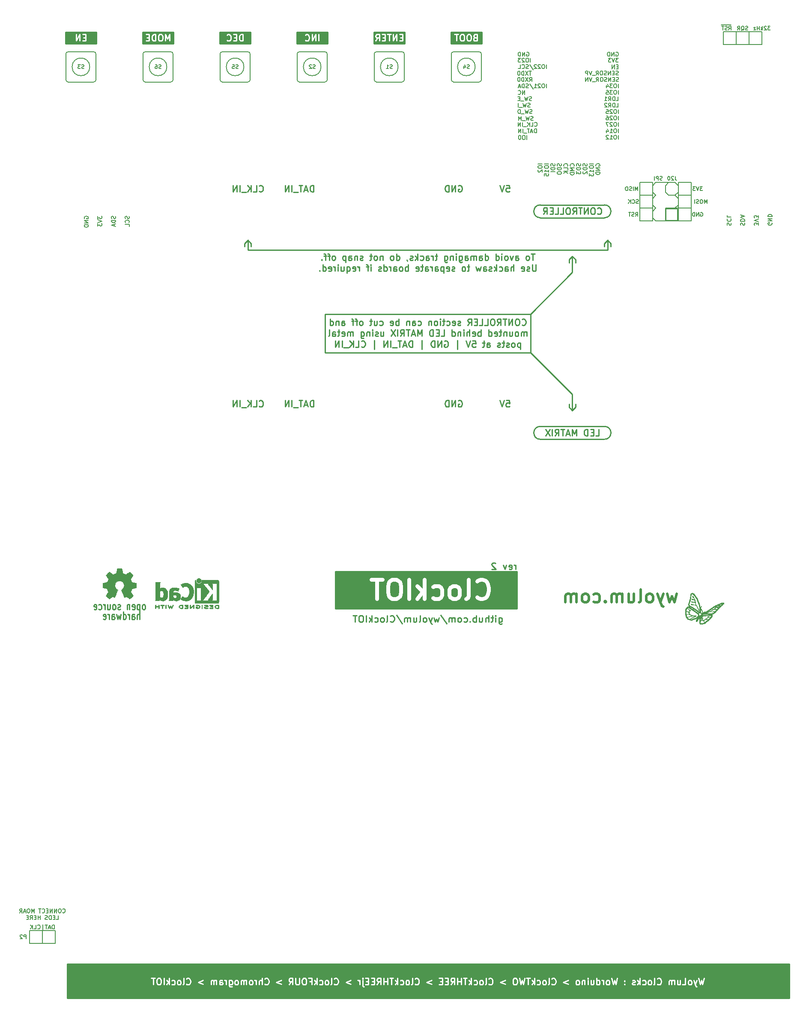
<source format=gbo>
G04 #@! TF.GenerationSoftware,KiCad,Pcbnew,5.0.0-rc2-unknown-6d77e59~65~ubuntu16.04.1*
G04 #@! TF.CreationDate,2018-06-10T21:46:42+05:30*
G04 #@! TF.ProjectId,ClockIOT,436C6F636B494F542E6B696361645F70,rev 1*
G04 #@! TF.SameCoordinates,PX2fd7508PY2fd7508*
G04 #@! TF.FileFunction,Legend,Bot*
G04 #@! TF.FilePolarity,Positive*
%FSLAX46Y46*%
G04 Gerber Fmt 4.6, Leading zero omitted, Abs format (unit mm)*
G04 Created by KiCad (PCBNEW 5.0.0-rc2-unknown-6d77e59~65~ubuntu16.04.1) date Sun Jun 10 21:46:42 2018*
%MOMM*%
%LPD*%
G01*
G04 APERTURE LIST*
%ADD10C,0.254000*%
%ADD11C,0.150000*%
%ADD12C,0.508000*%
%ADD13C,0.010000*%
%ADD14C,0.002540*%
%ADD15C,0.152400*%
%ADD16C,0.127000*%
%ADD17C,0.762000*%
%ADD18C,5.200000*%
%ADD19C,6.400000*%
%ADD20C,0.800000*%
%ADD21O,2.000000X1.000000*%
%ADD22O,1.000000X2.000000*%
%ADD23C,2.082800*%
%ADD24O,2.000000X2.000000*%
%ADD25R,2.000000X2.000000*%
%ADD26C,0.508000*%
%ADD27C,1.800000*%
%ADD28C,1.524000*%
%ADD29R,1.524000X1.524000*%
%ADD30C,1.600000*%
%ADD31C,1.270000*%
%ADD32C,2.000000*%
%ADD33R,2.100000X1.400000*%
%ADD34C,1.450000*%
%ADD35O,1.900000X1.200000*%
%ADD36C,3.200000*%
G04 APERTURE END LIST*
D10*
X98674823Y-108909523D02*
X98674823Y-108062857D01*
X98674823Y-108304761D02*
X98610719Y-108183809D01*
X98546614Y-108123333D01*
X98418404Y-108062857D01*
X98290195Y-108062857D01*
X97328623Y-108849047D02*
X97456833Y-108909523D01*
X97713252Y-108909523D01*
X97841461Y-108849047D01*
X97905566Y-108728095D01*
X97905566Y-108244285D01*
X97841461Y-108123333D01*
X97713252Y-108062857D01*
X97456833Y-108062857D01*
X97328623Y-108123333D01*
X97264519Y-108244285D01*
X97264519Y-108365238D01*
X97905566Y-108486190D01*
X96815785Y-108062857D02*
X96495261Y-108909523D01*
X96174738Y-108062857D01*
X94700328Y-107760476D02*
X94636223Y-107700000D01*
X94508014Y-107639523D01*
X94187490Y-107639523D01*
X94059280Y-107700000D01*
X93995176Y-107760476D01*
X93931071Y-107881428D01*
X93931071Y-108002380D01*
X93995176Y-108183809D01*
X94764433Y-108909523D01*
X93931071Y-108909523D01*
X110490000Y-76835000D02*
X110490000Y-76200000D01*
X109855000Y-77470000D02*
X110490000Y-76835000D01*
X109220000Y-76835000D02*
X109220000Y-76200000D01*
X109855000Y-77470000D02*
X109220000Y-76835000D01*
X109220000Y-47625000D02*
X109220000Y-48260000D01*
X109855000Y-46990000D02*
X109220000Y-47625000D01*
X110490000Y-47625000D02*
X110490000Y-48260000D01*
X109855000Y-46990000D02*
X110490000Y-47625000D01*
X109855000Y-50165000D02*
X109855000Y-46990000D01*
X101600000Y-58420000D02*
X109855000Y-50165000D01*
X109855000Y-77470000D02*
X109855000Y-74295000D01*
X101600000Y-66040000D02*
X109855000Y-74295000D01*
X60960000Y-58420000D02*
X60960000Y-66040000D01*
X101600000Y-58420000D02*
X101600000Y-66040000D01*
X60960000Y-66040000D02*
X101600000Y-66040000D01*
X101600000Y-58420000D02*
X60960000Y-58420000D01*
X103505000Y-83185000D02*
X116205000Y-83185000D01*
X116205000Y-80645000D02*
G75*
G02X116205000Y-83185000I0J-1270000D01*
G01*
X103505000Y-83185000D02*
G75*
G02X103505000Y-80645000I0J1270000D01*
G01*
X116205000Y-80645000D02*
X103505000Y-80645000D01*
X103505000Y-39370000D02*
G75*
G02X103505000Y-36830000I0J1270000D01*
G01*
X116205000Y-36830000D02*
G75*
G02X116205000Y-39370000I0J-1270000D01*
G01*
X103505000Y-39370000D02*
X116205000Y-39370000D01*
X116205000Y-36830000D02*
X103505000Y-36830000D01*
X99876428Y-60524571D02*
X99936904Y-60585047D01*
X100118333Y-60645523D01*
X100239285Y-60645523D01*
X100420714Y-60585047D01*
X100541666Y-60464095D01*
X100602142Y-60343142D01*
X100662619Y-60101238D01*
X100662619Y-59919809D01*
X100602142Y-59677904D01*
X100541666Y-59556952D01*
X100420714Y-59436000D01*
X100239285Y-59375523D01*
X100118333Y-59375523D01*
X99936904Y-59436000D01*
X99876428Y-59496476D01*
X99090238Y-59375523D02*
X98848333Y-59375523D01*
X98727380Y-59436000D01*
X98606428Y-59556952D01*
X98545952Y-59798857D01*
X98545952Y-60222190D01*
X98606428Y-60464095D01*
X98727380Y-60585047D01*
X98848333Y-60645523D01*
X99090238Y-60645523D01*
X99211190Y-60585047D01*
X99332142Y-60464095D01*
X99392619Y-60222190D01*
X99392619Y-59798857D01*
X99332142Y-59556952D01*
X99211190Y-59436000D01*
X99090238Y-59375523D01*
X98001666Y-60645523D02*
X98001666Y-59375523D01*
X97275952Y-60645523D01*
X97275952Y-59375523D01*
X96852619Y-59375523D02*
X96126904Y-59375523D01*
X96489761Y-60645523D02*
X96489761Y-59375523D01*
X94977857Y-60645523D02*
X95401190Y-60040761D01*
X95703571Y-60645523D02*
X95703571Y-59375523D01*
X95219761Y-59375523D01*
X95098809Y-59436000D01*
X95038333Y-59496476D01*
X94977857Y-59617428D01*
X94977857Y-59798857D01*
X95038333Y-59919809D01*
X95098809Y-59980285D01*
X95219761Y-60040761D01*
X95703571Y-60040761D01*
X94191666Y-59375523D02*
X93949761Y-59375523D01*
X93828809Y-59436000D01*
X93707857Y-59556952D01*
X93647380Y-59798857D01*
X93647380Y-60222190D01*
X93707857Y-60464095D01*
X93828809Y-60585047D01*
X93949761Y-60645523D01*
X94191666Y-60645523D01*
X94312619Y-60585047D01*
X94433571Y-60464095D01*
X94494047Y-60222190D01*
X94494047Y-59798857D01*
X94433571Y-59556952D01*
X94312619Y-59436000D01*
X94191666Y-59375523D01*
X92498333Y-60645523D02*
X93103095Y-60645523D01*
X93103095Y-59375523D01*
X91470238Y-60645523D02*
X92075000Y-60645523D01*
X92075000Y-59375523D01*
X91046904Y-59980285D02*
X90623571Y-59980285D01*
X90442142Y-60645523D02*
X91046904Y-60645523D01*
X91046904Y-59375523D01*
X90442142Y-59375523D01*
X89172142Y-60645523D02*
X89595476Y-60040761D01*
X89897857Y-60645523D02*
X89897857Y-59375523D01*
X89414047Y-59375523D01*
X89293095Y-59436000D01*
X89232619Y-59496476D01*
X89172142Y-59617428D01*
X89172142Y-59798857D01*
X89232619Y-59919809D01*
X89293095Y-59980285D01*
X89414047Y-60040761D01*
X89897857Y-60040761D01*
X87720714Y-60585047D02*
X87599761Y-60645523D01*
X87357857Y-60645523D01*
X87236904Y-60585047D01*
X87176428Y-60464095D01*
X87176428Y-60403619D01*
X87236904Y-60282666D01*
X87357857Y-60222190D01*
X87539285Y-60222190D01*
X87660238Y-60161714D01*
X87720714Y-60040761D01*
X87720714Y-59980285D01*
X87660238Y-59859333D01*
X87539285Y-59798857D01*
X87357857Y-59798857D01*
X87236904Y-59859333D01*
X86148333Y-60585047D02*
X86269285Y-60645523D01*
X86511190Y-60645523D01*
X86632142Y-60585047D01*
X86692619Y-60464095D01*
X86692619Y-59980285D01*
X86632142Y-59859333D01*
X86511190Y-59798857D01*
X86269285Y-59798857D01*
X86148333Y-59859333D01*
X86087857Y-59980285D01*
X86087857Y-60101238D01*
X86692619Y-60222190D01*
X84999285Y-60585047D02*
X85120238Y-60645523D01*
X85362142Y-60645523D01*
X85483095Y-60585047D01*
X85543571Y-60524571D01*
X85604047Y-60403619D01*
X85604047Y-60040761D01*
X85543571Y-59919809D01*
X85483095Y-59859333D01*
X85362142Y-59798857D01*
X85120238Y-59798857D01*
X84999285Y-59859333D01*
X84636428Y-59798857D02*
X84152619Y-59798857D01*
X84455000Y-59375523D02*
X84455000Y-60464095D01*
X84394523Y-60585047D01*
X84273571Y-60645523D01*
X84152619Y-60645523D01*
X83729285Y-60645523D02*
X83729285Y-59798857D01*
X83729285Y-59375523D02*
X83789761Y-59436000D01*
X83729285Y-59496476D01*
X83668809Y-59436000D01*
X83729285Y-59375523D01*
X83729285Y-59496476D01*
X82943095Y-60645523D02*
X83064047Y-60585047D01*
X83124523Y-60524571D01*
X83185000Y-60403619D01*
X83185000Y-60040761D01*
X83124523Y-59919809D01*
X83064047Y-59859333D01*
X82943095Y-59798857D01*
X82761666Y-59798857D01*
X82640714Y-59859333D01*
X82580238Y-59919809D01*
X82519761Y-60040761D01*
X82519761Y-60403619D01*
X82580238Y-60524571D01*
X82640714Y-60585047D01*
X82761666Y-60645523D01*
X82943095Y-60645523D01*
X81975476Y-59798857D02*
X81975476Y-60645523D01*
X81975476Y-59919809D02*
X81915000Y-59859333D01*
X81794047Y-59798857D01*
X81612619Y-59798857D01*
X81491666Y-59859333D01*
X81431190Y-59980285D01*
X81431190Y-60645523D01*
X79314523Y-60585047D02*
X79435476Y-60645523D01*
X79677380Y-60645523D01*
X79798333Y-60585047D01*
X79858809Y-60524571D01*
X79919285Y-60403619D01*
X79919285Y-60040761D01*
X79858809Y-59919809D01*
X79798333Y-59859333D01*
X79677380Y-59798857D01*
X79435476Y-59798857D01*
X79314523Y-59859333D01*
X78225952Y-60645523D02*
X78225952Y-59980285D01*
X78286428Y-59859333D01*
X78407380Y-59798857D01*
X78649285Y-59798857D01*
X78770238Y-59859333D01*
X78225952Y-60585047D02*
X78346904Y-60645523D01*
X78649285Y-60645523D01*
X78770238Y-60585047D01*
X78830714Y-60464095D01*
X78830714Y-60343142D01*
X78770238Y-60222190D01*
X78649285Y-60161714D01*
X78346904Y-60161714D01*
X78225952Y-60101238D01*
X77621190Y-59798857D02*
X77621190Y-60645523D01*
X77621190Y-59919809D02*
X77560714Y-59859333D01*
X77439761Y-59798857D01*
X77258333Y-59798857D01*
X77137380Y-59859333D01*
X77076904Y-59980285D01*
X77076904Y-60645523D01*
X75504523Y-60645523D02*
X75504523Y-59375523D01*
X75504523Y-59859333D02*
X75383571Y-59798857D01*
X75141666Y-59798857D01*
X75020714Y-59859333D01*
X74960238Y-59919809D01*
X74899761Y-60040761D01*
X74899761Y-60403619D01*
X74960238Y-60524571D01*
X75020714Y-60585047D01*
X75141666Y-60645523D01*
X75383571Y-60645523D01*
X75504523Y-60585047D01*
X73871666Y-60585047D02*
X73992619Y-60645523D01*
X74234523Y-60645523D01*
X74355476Y-60585047D01*
X74415952Y-60464095D01*
X74415952Y-59980285D01*
X74355476Y-59859333D01*
X74234523Y-59798857D01*
X73992619Y-59798857D01*
X73871666Y-59859333D01*
X73811190Y-59980285D01*
X73811190Y-60101238D01*
X74415952Y-60222190D01*
X71755000Y-60585047D02*
X71875952Y-60645523D01*
X72117857Y-60645523D01*
X72238809Y-60585047D01*
X72299285Y-60524571D01*
X72359761Y-60403619D01*
X72359761Y-60040761D01*
X72299285Y-59919809D01*
X72238809Y-59859333D01*
X72117857Y-59798857D01*
X71875952Y-59798857D01*
X71755000Y-59859333D01*
X70666428Y-59798857D02*
X70666428Y-60645523D01*
X71210714Y-59798857D02*
X71210714Y-60464095D01*
X71150238Y-60585047D01*
X71029285Y-60645523D01*
X70847857Y-60645523D01*
X70726904Y-60585047D01*
X70666428Y-60524571D01*
X70243095Y-59798857D02*
X69759285Y-59798857D01*
X70061666Y-59375523D02*
X70061666Y-60464095D01*
X70001190Y-60585047D01*
X69880238Y-60645523D01*
X69759285Y-60645523D01*
X68186904Y-60645523D02*
X68307857Y-60585047D01*
X68368333Y-60524571D01*
X68428809Y-60403619D01*
X68428809Y-60040761D01*
X68368333Y-59919809D01*
X68307857Y-59859333D01*
X68186904Y-59798857D01*
X68005476Y-59798857D01*
X67884523Y-59859333D01*
X67824047Y-59919809D01*
X67763571Y-60040761D01*
X67763571Y-60403619D01*
X67824047Y-60524571D01*
X67884523Y-60585047D01*
X68005476Y-60645523D01*
X68186904Y-60645523D01*
X67400714Y-59798857D02*
X66916904Y-59798857D01*
X67219285Y-60645523D02*
X67219285Y-59556952D01*
X67158809Y-59436000D01*
X67037857Y-59375523D01*
X66916904Y-59375523D01*
X66675000Y-59798857D02*
X66191190Y-59798857D01*
X66493571Y-60645523D02*
X66493571Y-59556952D01*
X66433095Y-59436000D01*
X66312142Y-59375523D01*
X66191190Y-59375523D01*
X64255952Y-60645523D02*
X64255952Y-59980285D01*
X64316428Y-59859333D01*
X64437380Y-59798857D01*
X64679285Y-59798857D01*
X64800238Y-59859333D01*
X64255952Y-60585047D02*
X64376904Y-60645523D01*
X64679285Y-60645523D01*
X64800238Y-60585047D01*
X64860714Y-60464095D01*
X64860714Y-60343142D01*
X64800238Y-60222190D01*
X64679285Y-60161714D01*
X64376904Y-60161714D01*
X64255952Y-60101238D01*
X63651190Y-59798857D02*
X63651190Y-60645523D01*
X63651190Y-59919809D02*
X63590714Y-59859333D01*
X63469761Y-59798857D01*
X63288333Y-59798857D01*
X63167380Y-59859333D01*
X63106904Y-59980285D01*
X63106904Y-60645523D01*
X61957857Y-60645523D02*
X61957857Y-59375523D01*
X61957857Y-60585047D02*
X62078809Y-60645523D01*
X62320714Y-60645523D01*
X62441666Y-60585047D01*
X62502142Y-60524571D01*
X62562619Y-60403619D01*
X62562619Y-60040761D01*
X62502142Y-59919809D01*
X62441666Y-59859333D01*
X62320714Y-59798857D01*
X62078809Y-59798857D01*
X61957857Y-59859333D01*
X100813809Y-62804523D02*
X100813809Y-61957857D01*
X100813809Y-62078809D02*
X100753333Y-62018333D01*
X100632380Y-61957857D01*
X100450952Y-61957857D01*
X100330000Y-62018333D01*
X100269523Y-62139285D01*
X100269523Y-62804523D01*
X100269523Y-62139285D02*
X100209047Y-62018333D01*
X100088095Y-61957857D01*
X99906666Y-61957857D01*
X99785714Y-62018333D01*
X99725238Y-62139285D01*
X99725238Y-62804523D01*
X98939047Y-62804523D02*
X99060000Y-62744047D01*
X99120476Y-62683571D01*
X99180952Y-62562619D01*
X99180952Y-62199761D01*
X99120476Y-62078809D01*
X99060000Y-62018333D01*
X98939047Y-61957857D01*
X98757619Y-61957857D01*
X98636666Y-62018333D01*
X98576190Y-62078809D01*
X98515714Y-62199761D01*
X98515714Y-62562619D01*
X98576190Y-62683571D01*
X98636666Y-62744047D01*
X98757619Y-62804523D01*
X98939047Y-62804523D01*
X97427142Y-61957857D02*
X97427142Y-62804523D01*
X97971428Y-61957857D02*
X97971428Y-62623095D01*
X97910952Y-62744047D01*
X97790000Y-62804523D01*
X97608571Y-62804523D01*
X97487619Y-62744047D01*
X97427142Y-62683571D01*
X96822380Y-61957857D02*
X96822380Y-62804523D01*
X96822380Y-62078809D02*
X96761904Y-62018333D01*
X96640952Y-61957857D01*
X96459523Y-61957857D01*
X96338571Y-62018333D01*
X96278095Y-62139285D01*
X96278095Y-62804523D01*
X95854761Y-61957857D02*
X95370952Y-61957857D01*
X95673333Y-61534523D02*
X95673333Y-62623095D01*
X95612857Y-62744047D01*
X95491904Y-62804523D01*
X95370952Y-62804523D01*
X94463809Y-62744047D02*
X94584761Y-62804523D01*
X94826666Y-62804523D01*
X94947619Y-62744047D01*
X95008095Y-62623095D01*
X95008095Y-62139285D01*
X94947619Y-62018333D01*
X94826666Y-61957857D01*
X94584761Y-61957857D01*
X94463809Y-62018333D01*
X94403333Y-62139285D01*
X94403333Y-62260238D01*
X95008095Y-62381190D01*
X93314761Y-62804523D02*
X93314761Y-61534523D01*
X93314761Y-62744047D02*
X93435714Y-62804523D01*
X93677619Y-62804523D01*
X93798571Y-62744047D01*
X93859047Y-62683571D01*
X93919523Y-62562619D01*
X93919523Y-62199761D01*
X93859047Y-62078809D01*
X93798571Y-62018333D01*
X93677619Y-61957857D01*
X93435714Y-61957857D01*
X93314761Y-62018333D01*
X91742380Y-62804523D02*
X91742380Y-61534523D01*
X91742380Y-62018333D02*
X91621428Y-61957857D01*
X91379523Y-61957857D01*
X91258571Y-62018333D01*
X91198095Y-62078809D01*
X91137619Y-62199761D01*
X91137619Y-62562619D01*
X91198095Y-62683571D01*
X91258571Y-62744047D01*
X91379523Y-62804523D01*
X91621428Y-62804523D01*
X91742380Y-62744047D01*
X90109523Y-62744047D02*
X90230476Y-62804523D01*
X90472380Y-62804523D01*
X90593333Y-62744047D01*
X90653809Y-62623095D01*
X90653809Y-62139285D01*
X90593333Y-62018333D01*
X90472380Y-61957857D01*
X90230476Y-61957857D01*
X90109523Y-62018333D01*
X90049047Y-62139285D01*
X90049047Y-62260238D01*
X90653809Y-62381190D01*
X89504761Y-62804523D02*
X89504761Y-61534523D01*
X88960476Y-62804523D02*
X88960476Y-62139285D01*
X89020952Y-62018333D01*
X89141904Y-61957857D01*
X89323333Y-61957857D01*
X89444285Y-62018333D01*
X89504761Y-62078809D01*
X88355714Y-62804523D02*
X88355714Y-61957857D01*
X88355714Y-61534523D02*
X88416190Y-61595000D01*
X88355714Y-61655476D01*
X88295238Y-61595000D01*
X88355714Y-61534523D01*
X88355714Y-61655476D01*
X87750952Y-61957857D02*
X87750952Y-62804523D01*
X87750952Y-62078809D02*
X87690476Y-62018333D01*
X87569523Y-61957857D01*
X87388095Y-61957857D01*
X87267142Y-62018333D01*
X87206666Y-62139285D01*
X87206666Y-62804523D01*
X86057619Y-62804523D02*
X86057619Y-61534523D01*
X86057619Y-62744047D02*
X86178571Y-62804523D01*
X86420476Y-62804523D01*
X86541428Y-62744047D01*
X86601904Y-62683571D01*
X86662380Y-62562619D01*
X86662380Y-62199761D01*
X86601904Y-62078809D01*
X86541428Y-62018333D01*
X86420476Y-61957857D01*
X86178571Y-61957857D01*
X86057619Y-62018333D01*
X83880476Y-62804523D02*
X84485238Y-62804523D01*
X84485238Y-61534523D01*
X83457142Y-62139285D02*
X83033809Y-62139285D01*
X82852380Y-62804523D02*
X83457142Y-62804523D01*
X83457142Y-61534523D01*
X82852380Y-61534523D01*
X82308095Y-62804523D02*
X82308095Y-61534523D01*
X82005714Y-61534523D01*
X81824285Y-61595000D01*
X81703333Y-61715952D01*
X81642857Y-61836904D01*
X81582380Y-62078809D01*
X81582380Y-62260238D01*
X81642857Y-62502142D01*
X81703333Y-62623095D01*
X81824285Y-62744047D01*
X82005714Y-62804523D01*
X82308095Y-62804523D01*
X80070476Y-62804523D02*
X80070476Y-61534523D01*
X79647142Y-62441666D01*
X79223809Y-61534523D01*
X79223809Y-62804523D01*
X78679523Y-62441666D02*
X78074761Y-62441666D01*
X78800476Y-62804523D02*
X78377142Y-61534523D01*
X77953809Y-62804523D01*
X77711904Y-61534523D02*
X76986190Y-61534523D01*
X77349047Y-62804523D02*
X77349047Y-61534523D01*
X75837142Y-62804523D02*
X76260476Y-62199761D01*
X76562857Y-62804523D02*
X76562857Y-61534523D01*
X76079047Y-61534523D01*
X75958095Y-61595000D01*
X75897619Y-61655476D01*
X75837142Y-61776428D01*
X75837142Y-61957857D01*
X75897619Y-62078809D01*
X75958095Y-62139285D01*
X76079047Y-62199761D01*
X76562857Y-62199761D01*
X75292857Y-62804523D02*
X75292857Y-61534523D01*
X74809047Y-61534523D02*
X73962380Y-62804523D01*
X73962380Y-61534523D02*
X74809047Y-62804523D01*
X71966666Y-61957857D02*
X71966666Y-62804523D01*
X72510952Y-61957857D02*
X72510952Y-62623095D01*
X72450476Y-62744047D01*
X72329523Y-62804523D01*
X72148095Y-62804523D01*
X72027142Y-62744047D01*
X71966666Y-62683571D01*
X71422380Y-62744047D02*
X71301428Y-62804523D01*
X71059523Y-62804523D01*
X70938571Y-62744047D01*
X70878095Y-62623095D01*
X70878095Y-62562619D01*
X70938571Y-62441666D01*
X71059523Y-62381190D01*
X71240952Y-62381190D01*
X71361904Y-62320714D01*
X71422380Y-62199761D01*
X71422380Y-62139285D01*
X71361904Y-62018333D01*
X71240952Y-61957857D01*
X71059523Y-61957857D01*
X70938571Y-62018333D01*
X70333809Y-62804523D02*
X70333809Y-61957857D01*
X70333809Y-61534523D02*
X70394285Y-61595000D01*
X70333809Y-61655476D01*
X70273333Y-61595000D01*
X70333809Y-61534523D01*
X70333809Y-61655476D01*
X69729047Y-61957857D02*
X69729047Y-62804523D01*
X69729047Y-62078809D02*
X69668571Y-62018333D01*
X69547619Y-61957857D01*
X69366190Y-61957857D01*
X69245238Y-62018333D01*
X69184761Y-62139285D01*
X69184761Y-62804523D01*
X68035714Y-61957857D02*
X68035714Y-62985952D01*
X68096190Y-63106904D01*
X68156666Y-63167380D01*
X68277619Y-63227857D01*
X68459047Y-63227857D01*
X68580000Y-63167380D01*
X68035714Y-62744047D02*
X68156666Y-62804523D01*
X68398571Y-62804523D01*
X68519523Y-62744047D01*
X68580000Y-62683571D01*
X68640476Y-62562619D01*
X68640476Y-62199761D01*
X68580000Y-62078809D01*
X68519523Y-62018333D01*
X68398571Y-61957857D01*
X68156666Y-61957857D01*
X68035714Y-62018333D01*
X66463333Y-62804523D02*
X66463333Y-61957857D01*
X66463333Y-62078809D02*
X66402857Y-62018333D01*
X66281904Y-61957857D01*
X66100476Y-61957857D01*
X65979523Y-62018333D01*
X65919047Y-62139285D01*
X65919047Y-62804523D01*
X65919047Y-62139285D02*
X65858571Y-62018333D01*
X65737619Y-61957857D01*
X65556190Y-61957857D01*
X65435238Y-62018333D01*
X65374761Y-62139285D01*
X65374761Y-62804523D01*
X64286190Y-62744047D02*
X64407142Y-62804523D01*
X64649047Y-62804523D01*
X64770000Y-62744047D01*
X64830476Y-62623095D01*
X64830476Y-62139285D01*
X64770000Y-62018333D01*
X64649047Y-61957857D01*
X64407142Y-61957857D01*
X64286190Y-62018333D01*
X64225714Y-62139285D01*
X64225714Y-62260238D01*
X64830476Y-62381190D01*
X63862857Y-61957857D02*
X63379047Y-61957857D01*
X63681428Y-61534523D02*
X63681428Y-62623095D01*
X63620952Y-62744047D01*
X63500000Y-62804523D01*
X63379047Y-62804523D01*
X62411428Y-62804523D02*
X62411428Y-62139285D01*
X62471904Y-62018333D01*
X62592857Y-61957857D01*
X62834761Y-61957857D01*
X62955714Y-62018333D01*
X62411428Y-62744047D02*
X62532380Y-62804523D01*
X62834761Y-62804523D01*
X62955714Y-62744047D01*
X63016190Y-62623095D01*
X63016190Y-62502142D01*
X62955714Y-62381190D01*
X62834761Y-62320714D01*
X62532380Y-62320714D01*
X62411428Y-62260238D01*
X61625238Y-62804523D02*
X61746190Y-62744047D01*
X61806666Y-62623095D01*
X61806666Y-61534523D01*
X99574047Y-64116857D02*
X99574047Y-65386857D01*
X99574047Y-64177333D02*
X99453095Y-64116857D01*
X99211190Y-64116857D01*
X99090238Y-64177333D01*
X99029761Y-64237809D01*
X98969285Y-64358761D01*
X98969285Y-64721619D01*
X99029761Y-64842571D01*
X99090238Y-64903047D01*
X99211190Y-64963523D01*
X99453095Y-64963523D01*
X99574047Y-64903047D01*
X98243571Y-64963523D02*
X98364523Y-64903047D01*
X98425000Y-64842571D01*
X98485476Y-64721619D01*
X98485476Y-64358761D01*
X98425000Y-64237809D01*
X98364523Y-64177333D01*
X98243571Y-64116857D01*
X98062142Y-64116857D01*
X97941190Y-64177333D01*
X97880714Y-64237809D01*
X97820238Y-64358761D01*
X97820238Y-64721619D01*
X97880714Y-64842571D01*
X97941190Y-64903047D01*
X98062142Y-64963523D01*
X98243571Y-64963523D01*
X97336428Y-64903047D02*
X97215476Y-64963523D01*
X96973571Y-64963523D01*
X96852619Y-64903047D01*
X96792142Y-64782095D01*
X96792142Y-64721619D01*
X96852619Y-64600666D01*
X96973571Y-64540190D01*
X97155000Y-64540190D01*
X97275952Y-64479714D01*
X97336428Y-64358761D01*
X97336428Y-64298285D01*
X97275952Y-64177333D01*
X97155000Y-64116857D01*
X96973571Y-64116857D01*
X96852619Y-64177333D01*
X96429285Y-64116857D02*
X95945476Y-64116857D01*
X96247857Y-63693523D02*
X96247857Y-64782095D01*
X96187380Y-64903047D01*
X96066428Y-64963523D01*
X95945476Y-64963523D01*
X95582619Y-64903047D02*
X95461666Y-64963523D01*
X95219761Y-64963523D01*
X95098809Y-64903047D01*
X95038333Y-64782095D01*
X95038333Y-64721619D01*
X95098809Y-64600666D01*
X95219761Y-64540190D01*
X95401190Y-64540190D01*
X95522142Y-64479714D01*
X95582619Y-64358761D01*
X95582619Y-64298285D01*
X95522142Y-64177333D01*
X95401190Y-64116857D01*
X95219761Y-64116857D01*
X95098809Y-64177333D01*
X92982142Y-64963523D02*
X92982142Y-64298285D01*
X93042619Y-64177333D01*
X93163571Y-64116857D01*
X93405476Y-64116857D01*
X93526428Y-64177333D01*
X92982142Y-64903047D02*
X93103095Y-64963523D01*
X93405476Y-64963523D01*
X93526428Y-64903047D01*
X93586904Y-64782095D01*
X93586904Y-64661142D01*
X93526428Y-64540190D01*
X93405476Y-64479714D01*
X93103095Y-64479714D01*
X92982142Y-64419238D01*
X92558809Y-64116857D02*
X92075000Y-64116857D01*
X92377380Y-63693523D02*
X92377380Y-64782095D01*
X92316904Y-64903047D01*
X92195952Y-64963523D01*
X92075000Y-64963523D01*
X90079285Y-63693523D02*
X90684047Y-63693523D01*
X90744523Y-64298285D01*
X90684047Y-64237809D01*
X90563095Y-64177333D01*
X90260714Y-64177333D01*
X90139761Y-64237809D01*
X90079285Y-64298285D01*
X90018809Y-64419238D01*
X90018809Y-64721619D01*
X90079285Y-64842571D01*
X90139761Y-64903047D01*
X90260714Y-64963523D01*
X90563095Y-64963523D01*
X90684047Y-64903047D01*
X90744523Y-64842571D01*
X89655952Y-63693523D02*
X89232619Y-64963523D01*
X88809285Y-63693523D01*
X87115952Y-65386857D02*
X87115952Y-63572571D01*
X84575952Y-63754000D02*
X84696904Y-63693523D01*
X84878333Y-63693523D01*
X85059761Y-63754000D01*
X85180714Y-63874952D01*
X85241190Y-63995904D01*
X85301666Y-64237809D01*
X85301666Y-64419238D01*
X85241190Y-64661142D01*
X85180714Y-64782095D01*
X85059761Y-64903047D01*
X84878333Y-64963523D01*
X84757380Y-64963523D01*
X84575952Y-64903047D01*
X84515476Y-64842571D01*
X84515476Y-64419238D01*
X84757380Y-64419238D01*
X83971190Y-64963523D02*
X83971190Y-63693523D01*
X83245476Y-64963523D01*
X83245476Y-63693523D01*
X82640714Y-64963523D02*
X82640714Y-63693523D01*
X82338333Y-63693523D01*
X82156904Y-63754000D01*
X82035952Y-63874952D01*
X81975476Y-63995904D01*
X81915000Y-64237809D01*
X81915000Y-64419238D01*
X81975476Y-64661142D01*
X82035952Y-64782095D01*
X82156904Y-64903047D01*
X82338333Y-64963523D01*
X82640714Y-64963523D01*
X80100714Y-65386857D02*
X80100714Y-63572571D01*
X78225952Y-64963523D02*
X78225952Y-63693523D01*
X77923571Y-63693523D01*
X77742142Y-63754000D01*
X77621190Y-63874952D01*
X77560714Y-63995904D01*
X77500238Y-64237809D01*
X77500238Y-64419238D01*
X77560714Y-64661142D01*
X77621190Y-64782095D01*
X77742142Y-64903047D01*
X77923571Y-64963523D01*
X78225952Y-64963523D01*
X77016428Y-64600666D02*
X76411666Y-64600666D01*
X77137380Y-64963523D02*
X76714047Y-63693523D01*
X76290714Y-64963523D01*
X76048809Y-63693523D02*
X75323095Y-63693523D01*
X75685952Y-64963523D02*
X75685952Y-63693523D01*
X75202142Y-65084476D02*
X74234523Y-65084476D01*
X73932142Y-64963523D02*
X73932142Y-63693523D01*
X73327380Y-64963523D02*
X73327380Y-63693523D01*
X72601666Y-64963523D01*
X72601666Y-63693523D01*
X70726904Y-65386857D02*
X70726904Y-63572571D01*
X68126428Y-64842571D02*
X68186904Y-64903047D01*
X68368333Y-64963523D01*
X68489285Y-64963523D01*
X68670714Y-64903047D01*
X68791666Y-64782095D01*
X68852142Y-64661142D01*
X68912619Y-64419238D01*
X68912619Y-64237809D01*
X68852142Y-63995904D01*
X68791666Y-63874952D01*
X68670714Y-63754000D01*
X68489285Y-63693523D01*
X68368333Y-63693523D01*
X68186904Y-63754000D01*
X68126428Y-63814476D01*
X66977380Y-64963523D02*
X67582142Y-64963523D01*
X67582142Y-63693523D01*
X66554047Y-64963523D02*
X66554047Y-63693523D01*
X65828333Y-64963523D02*
X66372619Y-64237809D01*
X65828333Y-63693523D02*
X66554047Y-64419238D01*
X65586428Y-65084476D02*
X64618809Y-65084476D01*
X64316428Y-64963523D02*
X64316428Y-63693523D01*
X63711666Y-64963523D02*
X63711666Y-63693523D01*
X62985952Y-64963523D01*
X62985952Y-63693523D01*
X114451190Y-82489523D02*
X115055952Y-82489523D01*
X115055952Y-81219523D01*
X114027857Y-81824285D02*
X113604523Y-81824285D01*
X113423095Y-82489523D02*
X114027857Y-82489523D01*
X114027857Y-81219523D01*
X113423095Y-81219523D01*
X112878809Y-82489523D02*
X112878809Y-81219523D01*
X112576428Y-81219523D01*
X112395000Y-81280000D01*
X112274047Y-81400952D01*
X112213571Y-81521904D01*
X112153095Y-81763809D01*
X112153095Y-81945238D01*
X112213571Y-82187142D01*
X112274047Y-82308095D01*
X112395000Y-82429047D01*
X112576428Y-82489523D01*
X112878809Y-82489523D01*
X110641190Y-82489523D02*
X110641190Y-81219523D01*
X110217857Y-82126666D01*
X109794523Y-81219523D01*
X109794523Y-82489523D01*
X109250238Y-82126666D02*
X108645476Y-82126666D01*
X109371190Y-82489523D02*
X108947857Y-81219523D01*
X108524523Y-82489523D01*
X108282619Y-81219523D02*
X107556904Y-81219523D01*
X107919761Y-82489523D02*
X107919761Y-81219523D01*
X106407857Y-82489523D02*
X106831190Y-81884761D01*
X107133571Y-82489523D02*
X107133571Y-81219523D01*
X106649761Y-81219523D01*
X106528809Y-81280000D01*
X106468333Y-81340476D01*
X106407857Y-81461428D01*
X106407857Y-81642857D01*
X106468333Y-81763809D01*
X106528809Y-81824285D01*
X106649761Y-81884761D01*
X107133571Y-81884761D01*
X105863571Y-82489523D02*
X105863571Y-81219523D01*
X105379761Y-81219523D02*
X104533095Y-82489523D01*
X104533095Y-81219523D02*
X105379761Y-82489523D01*
X114814047Y-38553571D02*
X114874523Y-38614047D01*
X115055952Y-38674523D01*
X115176904Y-38674523D01*
X115358333Y-38614047D01*
X115479285Y-38493095D01*
X115539761Y-38372142D01*
X115600238Y-38130238D01*
X115600238Y-37948809D01*
X115539761Y-37706904D01*
X115479285Y-37585952D01*
X115358333Y-37465000D01*
X115176904Y-37404523D01*
X115055952Y-37404523D01*
X114874523Y-37465000D01*
X114814047Y-37525476D01*
X114027857Y-37404523D02*
X113785952Y-37404523D01*
X113665000Y-37465000D01*
X113544047Y-37585952D01*
X113483571Y-37827857D01*
X113483571Y-38251190D01*
X113544047Y-38493095D01*
X113665000Y-38614047D01*
X113785952Y-38674523D01*
X114027857Y-38674523D01*
X114148809Y-38614047D01*
X114269761Y-38493095D01*
X114330238Y-38251190D01*
X114330238Y-37827857D01*
X114269761Y-37585952D01*
X114148809Y-37465000D01*
X114027857Y-37404523D01*
X112939285Y-38674523D02*
X112939285Y-37404523D01*
X112213571Y-38674523D01*
X112213571Y-37404523D01*
X111790238Y-37404523D02*
X111064523Y-37404523D01*
X111427380Y-38674523D02*
X111427380Y-37404523D01*
X109915476Y-38674523D02*
X110338809Y-38069761D01*
X110641190Y-38674523D02*
X110641190Y-37404523D01*
X110157380Y-37404523D01*
X110036428Y-37465000D01*
X109975952Y-37525476D01*
X109915476Y-37646428D01*
X109915476Y-37827857D01*
X109975952Y-37948809D01*
X110036428Y-38009285D01*
X110157380Y-38069761D01*
X110641190Y-38069761D01*
X109129285Y-37404523D02*
X108887380Y-37404523D01*
X108766428Y-37465000D01*
X108645476Y-37585952D01*
X108585000Y-37827857D01*
X108585000Y-38251190D01*
X108645476Y-38493095D01*
X108766428Y-38614047D01*
X108887380Y-38674523D01*
X109129285Y-38674523D01*
X109250238Y-38614047D01*
X109371190Y-38493095D01*
X109431666Y-38251190D01*
X109431666Y-37827857D01*
X109371190Y-37585952D01*
X109250238Y-37465000D01*
X109129285Y-37404523D01*
X107435952Y-38674523D02*
X108040714Y-38674523D01*
X108040714Y-37404523D01*
X106407857Y-38674523D02*
X107012619Y-38674523D01*
X107012619Y-37404523D01*
X105984523Y-38009285D02*
X105561190Y-38009285D01*
X105379761Y-38674523D02*
X105984523Y-38674523D01*
X105984523Y-37404523D01*
X105379761Y-37404523D01*
X104109761Y-38674523D02*
X104533095Y-38069761D01*
X104835476Y-38674523D02*
X104835476Y-37404523D01*
X104351666Y-37404523D01*
X104230714Y-37465000D01*
X104170238Y-37525476D01*
X104109761Y-37646428D01*
X104109761Y-37827857D01*
X104170238Y-37948809D01*
X104230714Y-38009285D01*
X104351666Y-38069761D01*
X104835476Y-38069761D01*
X47927380Y-34108571D02*
X47987857Y-34169047D01*
X48169285Y-34229523D01*
X48290238Y-34229523D01*
X48471666Y-34169047D01*
X48592619Y-34048095D01*
X48653095Y-33927142D01*
X48713571Y-33685238D01*
X48713571Y-33503809D01*
X48653095Y-33261904D01*
X48592619Y-33140952D01*
X48471666Y-33020000D01*
X48290238Y-32959523D01*
X48169285Y-32959523D01*
X47987857Y-33020000D01*
X47927380Y-33080476D01*
X46778333Y-34229523D02*
X47383095Y-34229523D01*
X47383095Y-32959523D01*
X46355000Y-34229523D02*
X46355000Y-32959523D01*
X45629285Y-34229523D02*
X46173571Y-33503809D01*
X45629285Y-32959523D02*
X46355000Y-33685238D01*
X45387380Y-34350476D02*
X44419761Y-34350476D01*
X44117380Y-34229523D02*
X44117380Y-32959523D01*
X43512619Y-34229523D02*
X43512619Y-32959523D01*
X42786904Y-34229523D01*
X42786904Y-32959523D01*
X58692142Y-34229523D02*
X58692142Y-32959523D01*
X58389761Y-32959523D01*
X58208333Y-33020000D01*
X58087380Y-33140952D01*
X58026904Y-33261904D01*
X57966428Y-33503809D01*
X57966428Y-33685238D01*
X58026904Y-33927142D01*
X58087380Y-34048095D01*
X58208333Y-34169047D01*
X58389761Y-34229523D01*
X58692142Y-34229523D01*
X57482619Y-33866666D02*
X56877857Y-33866666D01*
X57603571Y-34229523D02*
X57180238Y-32959523D01*
X56756904Y-34229523D01*
X56515000Y-32959523D02*
X55789285Y-32959523D01*
X56152142Y-34229523D02*
X56152142Y-32959523D01*
X55668333Y-34350476D02*
X54700714Y-34350476D01*
X54398333Y-34229523D02*
X54398333Y-32959523D01*
X53793571Y-34229523D02*
X53793571Y-32959523D01*
X53067857Y-34229523D01*
X53067857Y-32959523D01*
X87327619Y-33020000D02*
X87448571Y-32959523D01*
X87630000Y-32959523D01*
X87811428Y-33020000D01*
X87932380Y-33140952D01*
X87992857Y-33261904D01*
X88053333Y-33503809D01*
X88053333Y-33685238D01*
X87992857Y-33927142D01*
X87932380Y-34048095D01*
X87811428Y-34169047D01*
X87630000Y-34229523D01*
X87509047Y-34229523D01*
X87327619Y-34169047D01*
X87267142Y-34108571D01*
X87267142Y-33685238D01*
X87509047Y-33685238D01*
X86722857Y-34229523D02*
X86722857Y-32959523D01*
X85997142Y-34229523D01*
X85997142Y-32959523D01*
X85392380Y-34229523D02*
X85392380Y-32959523D01*
X85090000Y-32959523D01*
X84908571Y-33020000D01*
X84787619Y-33140952D01*
X84727142Y-33261904D01*
X84666666Y-33503809D01*
X84666666Y-33685238D01*
X84727142Y-33927142D01*
X84787619Y-34048095D01*
X84908571Y-34169047D01*
X85090000Y-34229523D01*
X85392380Y-34229523D01*
X96761904Y-32959523D02*
X97366666Y-32959523D01*
X97427142Y-33564285D01*
X97366666Y-33503809D01*
X97245714Y-33443333D01*
X96943333Y-33443333D01*
X96822380Y-33503809D01*
X96761904Y-33564285D01*
X96701428Y-33685238D01*
X96701428Y-33987619D01*
X96761904Y-34108571D01*
X96822380Y-34169047D01*
X96943333Y-34229523D01*
X97245714Y-34229523D01*
X97366666Y-34169047D01*
X97427142Y-34108571D01*
X96338571Y-32959523D02*
X95915238Y-34229523D01*
X95491904Y-32959523D01*
D11*
X100827976Y-6635000D02*
X100904166Y-6596904D01*
X101018452Y-6596904D01*
X101132738Y-6635000D01*
X101208928Y-6711190D01*
X101247023Y-6787380D01*
X101285119Y-6939761D01*
X101285119Y-7054047D01*
X101247023Y-7206428D01*
X101208928Y-7282619D01*
X101132738Y-7358809D01*
X101018452Y-7396904D01*
X100942261Y-7396904D01*
X100827976Y-7358809D01*
X100789880Y-7320714D01*
X100789880Y-7054047D01*
X100942261Y-7054047D01*
X100447023Y-7396904D02*
X100447023Y-6596904D01*
X99989880Y-7396904D01*
X99989880Y-6596904D01*
X99608928Y-7396904D02*
X99608928Y-6596904D01*
X99418452Y-6596904D01*
X99304166Y-6635000D01*
X99227976Y-6711190D01*
X99189880Y-6787380D01*
X99151785Y-6939761D01*
X99151785Y-7054047D01*
X99189880Y-7206428D01*
X99227976Y-7282619D01*
X99304166Y-7358809D01*
X99418452Y-7396904D01*
X99608928Y-7396904D01*
X101761309Y-10396904D02*
X101304166Y-10396904D01*
X101532738Y-11196904D02*
X101532738Y-10396904D01*
X101113690Y-10396904D02*
X100580357Y-11196904D01*
X100580357Y-10396904D02*
X101113690Y-11196904D01*
X100275595Y-11196904D02*
X100275595Y-10396904D01*
X100085119Y-10396904D01*
X99970833Y-10435000D01*
X99894642Y-10511190D01*
X99856547Y-10587380D01*
X99818452Y-10739761D01*
X99818452Y-10854047D01*
X99856547Y-11006428D01*
X99894642Y-11082619D01*
X99970833Y-11158809D01*
X100085119Y-11196904D01*
X100275595Y-11196904D01*
X99323214Y-10396904D02*
X99247023Y-10396904D01*
X99170833Y-10435000D01*
X99132738Y-10473095D01*
X99094642Y-10549285D01*
X99056547Y-10701666D01*
X99056547Y-10892142D01*
X99094642Y-11044523D01*
X99132738Y-11120714D01*
X99170833Y-11158809D01*
X99247023Y-11196904D01*
X99323214Y-11196904D01*
X99399404Y-11158809D01*
X99437500Y-11120714D01*
X99475595Y-11044523D01*
X99513690Y-10892142D01*
X99513690Y-10701666D01*
X99475595Y-10549285D01*
X99437500Y-10473095D01*
X99399404Y-10435000D01*
X99323214Y-10396904D01*
X101389880Y-12396904D02*
X101656547Y-12015952D01*
X101847023Y-12396904D02*
X101847023Y-11596904D01*
X101542261Y-11596904D01*
X101466071Y-11635000D01*
X101427976Y-11673095D01*
X101389880Y-11749285D01*
X101389880Y-11863571D01*
X101427976Y-11939761D01*
X101466071Y-11977857D01*
X101542261Y-12015952D01*
X101847023Y-12015952D01*
X101123214Y-11596904D02*
X100589880Y-12396904D01*
X100589880Y-11596904D02*
X101123214Y-12396904D01*
X100285119Y-12396904D02*
X100285119Y-11596904D01*
X100094642Y-11596904D01*
X99980357Y-11635000D01*
X99904166Y-11711190D01*
X99866071Y-11787380D01*
X99827976Y-11939761D01*
X99827976Y-12054047D01*
X99866071Y-12206428D01*
X99904166Y-12282619D01*
X99980357Y-12358809D01*
X100094642Y-12396904D01*
X100285119Y-12396904D01*
X99332738Y-11596904D02*
X99256547Y-11596904D01*
X99180357Y-11635000D01*
X99142261Y-11673095D01*
X99104166Y-11749285D01*
X99066071Y-11901666D01*
X99066071Y-12092142D01*
X99104166Y-12244523D01*
X99142261Y-12320714D01*
X99180357Y-12358809D01*
X99256547Y-12396904D01*
X99332738Y-12396904D01*
X99408928Y-12358809D01*
X99447023Y-12320714D01*
X99485119Y-12244523D01*
X99523214Y-12092142D01*
X99523214Y-11901666D01*
X99485119Y-11749285D01*
X99447023Y-11673095D01*
X99408928Y-11635000D01*
X99332738Y-11596904D01*
X101785119Y-16158809D02*
X101670833Y-16196904D01*
X101480357Y-16196904D01*
X101404166Y-16158809D01*
X101366071Y-16120714D01*
X101327976Y-16044523D01*
X101327976Y-15968333D01*
X101366071Y-15892142D01*
X101404166Y-15854047D01*
X101480357Y-15815952D01*
X101632738Y-15777857D01*
X101708928Y-15739761D01*
X101747023Y-15701666D01*
X101785119Y-15625476D01*
X101785119Y-15549285D01*
X101747023Y-15473095D01*
X101708928Y-15435000D01*
X101632738Y-15396904D01*
X101442261Y-15396904D01*
X101327976Y-15435000D01*
X101061309Y-15396904D02*
X100870833Y-16196904D01*
X100718452Y-15625476D01*
X100566071Y-16196904D01*
X100375595Y-15396904D01*
X100261309Y-16273095D02*
X99651785Y-16273095D01*
X99461309Y-15777857D02*
X99194642Y-15777857D01*
X99080357Y-16196904D02*
X99461309Y-16196904D01*
X99461309Y-15396904D01*
X99080357Y-15396904D01*
X101485119Y-17458809D02*
X101370833Y-17496904D01*
X101180357Y-17496904D01*
X101104166Y-17458809D01*
X101066071Y-17420714D01*
X101027976Y-17344523D01*
X101027976Y-17268333D01*
X101066071Y-17192142D01*
X101104166Y-17154047D01*
X101180357Y-17115952D01*
X101332738Y-17077857D01*
X101408928Y-17039761D01*
X101447023Y-17001666D01*
X101485119Y-16925476D01*
X101485119Y-16849285D01*
X101447023Y-16773095D01*
X101408928Y-16735000D01*
X101332738Y-16696904D01*
X101142261Y-16696904D01*
X101027976Y-16735000D01*
X100761309Y-16696904D02*
X100570833Y-17496904D01*
X100418452Y-16925476D01*
X100266071Y-17496904D01*
X100075595Y-16696904D01*
X99961309Y-17573095D02*
X99351785Y-17573095D01*
X99161309Y-17496904D02*
X99161309Y-16696904D01*
X101885119Y-18738809D02*
X101770833Y-18776904D01*
X101580357Y-18776904D01*
X101504166Y-18738809D01*
X101466071Y-18700714D01*
X101427976Y-18624523D01*
X101427976Y-18548333D01*
X101466071Y-18472142D01*
X101504166Y-18434047D01*
X101580357Y-18395952D01*
X101732738Y-18357857D01*
X101808928Y-18319761D01*
X101847023Y-18281666D01*
X101885119Y-18205476D01*
X101885119Y-18129285D01*
X101847023Y-18053095D01*
X101808928Y-18015000D01*
X101732738Y-17976904D01*
X101542261Y-17976904D01*
X101427976Y-18015000D01*
X101161309Y-17976904D02*
X100970833Y-18776904D01*
X100818452Y-18205476D01*
X100666071Y-18776904D01*
X100475595Y-17976904D01*
X100361309Y-18853095D02*
X99751785Y-18853095D01*
X99561309Y-18776904D02*
X99561309Y-17976904D01*
X99370833Y-17976904D01*
X99256547Y-18015000D01*
X99180357Y-18091190D01*
X99142261Y-18167380D01*
X99104166Y-18319761D01*
X99104166Y-18434047D01*
X99142261Y-18586428D01*
X99180357Y-18662619D01*
X99256547Y-18738809D01*
X99370833Y-18776904D01*
X99561309Y-18776904D01*
X102085119Y-20058809D02*
X101970833Y-20096904D01*
X101780357Y-20096904D01*
X101704166Y-20058809D01*
X101666071Y-20020714D01*
X101627976Y-19944523D01*
X101627976Y-19868333D01*
X101666071Y-19792142D01*
X101704166Y-19754047D01*
X101780357Y-19715952D01*
X101932738Y-19677857D01*
X102008928Y-19639761D01*
X102047023Y-19601666D01*
X102085119Y-19525476D01*
X102085119Y-19449285D01*
X102047023Y-19373095D01*
X102008928Y-19335000D01*
X101932738Y-19296904D01*
X101742261Y-19296904D01*
X101627976Y-19335000D01*
X101361309Y-19296904D02*
X101170833Y-20096904D01*
X101018452Y-19525476D01*
X100866071Y-20096904D01*
X100675595Y-19296904D01*
X100561309Y-20173095D02*
X99951785Y-20173095D01*
X99761309Y-20096904D02*
X99761309Y-19296904D01*
X99494642Y-19868333D01*
X99227976Y-19296904D01*
X99227976Y-20096904D01*
X102389880Y-21220714D02*
X102427976Y-21258809D01*
X102542261Y-21296904D01*
X102618452Y-21296904D01*
X102732738Y-21258809D01*
X102808928Y-21182619D01*
X102847023Y-21106428D01*
X102885119Y-20954047D01*
X102885119Y-20839761D01*
X102847023Y-20687380D01*
X102808928Y-20611190D01*
X102732738Y-20535000D01*
X102618452Y-20496904D01*
X102542261Y-20496904D01*
X102427976Y-20535000D01*
X102389880Y-20573095D01*
X101666071Y-21296904D02*
X102047023Y-21296904D01*
X102047023Y-20496904D01*
X101399404Y-21296904D02*
X101399404Y-20496904D01*
X100942261Y-21296904D02*
X101285119Y-20839761D01*
X100942261Y-20496904D02*
X101399404Y-20954047D01*
X100789880Y-21373095D02*
X100180357Y-21373095D01*
X99989880Y-21296904D02*
X99989880Y-20496904D01*
X99608928Y-21296904D02*
X99608928Y-20496904D01*
X99151785Y-21296904D01*
X99151785Y-20496904D01*
X102747023Y-22586904D02*
X102747023Y-21786904D01*
X102556547Y-21786904D01*
X102442261Y-21825000D01*
X102366071Y-21901190D01*
X102327976Y-21977380D01*
X102289880Y-22129761D01*
X102289880Y-22244047D01*
X102327976Y-22396428D01*
X102366071Y-22472619D01*
X102442261Y-22548809D01*
X102556547Y-22586904D01*
X102747023Y-22586904D01*
X101985119Y-22358333D02*
X101604166Y-22358333D01*
X102061309Y-22586904D02*
X101794642Y-21786904D01*
X101527976Y-22586904D01*
X101375595Y-21786904D02*
X100918452Y-21786904D01*
X101147023Y-22586904D02*
X101147023Y-21786904D01*
X100842261Y-22663095D02*
X100232738Y-22663095D01*
X100042261Y-22586904D02*
X100042261Y-21786904D01*
X99661309Y-22586904D02*
X99661309Y-21786904D01*
X99204166Y-22586904D01*
X99204166Y-21786904D01*
X100847023Y-23896904D02*
X100847023Y-23096904D01*
X100313690Y-23096904D02*
X100161309Y-23096904D01*
X100085119Y-23135000D01*
X100008928Y-23211190D01*
X99970833Y-23363571D01*
X99970833Y-23630238D01*
X100008928Y-23782619D01*
X100085119Y-23858809D01*
X100161309Y-23896904D01*
X100313690Y-23896904D01*
X100389880Y-23858809D01*
X100466071Y-23782619D01*
X100504166Y-23630238D01*
X100504166Y-23363571D01*
X100466071Y-23211190D01*
X100389880Y-23135000D01*
X100313690Y-23096904D01*
X99475595Y-23096904D02*
X99399404Y-23096904D01*
X99323214Y-23135000D01*
X99285119Y-23173095D01*
X99247023Y-23249285D01*
X99208928Y-23401666D01*
X99208928Y-23592142D01*
X99247023Y-23744523D01*
X99285119Y-23820714D01*
X99323214Y-23858809D01*
X99399404Y-23896904D01*
X99475595Y-23896904D01*
X99551785Y-23858809D01*
X99589880Y-23820714D01*
X99627976Y-23744523D01*
X99666071Y-23592142D01*
X99666071Y-23401666D01*
X99627976Y-23249285D01*
X99589880Y-23173095D01*
X99551785Y-23135000D01*
X99475595Y-23096904D01*
X105136904Y-28722976D02*
X104336904Y-28722976D01*
X104336904Y-29256309D02*
X104336904Y-29408690D01*
X104375000Y-29484880D01*
X104451190Y-29561071D01*
X104603571Y-29599166D01*
X104870238Y-29599166D01*
X105022619Y-29561071D01*
X105098809Y-29484880D01*
X105136904Y-29408690D01*
X105136904Y-29256309D01*
X105098809Y-29180119D01*
X105022619Y-29103928D01*
X104870238Y-29065833D01*
X104603571Y-29065833D01*
X104451190Y-29103928D01*
X104375000Y-29180119D01*
X104336904Y-29256309D01*
X105136904Y-30361071D02*
X105136904Y-29903928D01*
X105136904Y-30132500D02*
X104336904Y-30132500D01*
X104451190Y-30056309D01*
X104527380Y-29980119D01*
X104565476Y-29903928D01*
X104336904Y-31084880D02*
X104336904Y-30703928D01*
X104717857Y-30665833D01*
X104679761Y-30703928D01*
X104641666Y-30780119D01*
X104641666Y-30970595D01*
X104679761Y-31046785D01*
X104717857Y-31084880D01*
X104794047Y-31122976D01*
X104984523Y-31122976D01*
X105060714Y-31084880D01*
X105098809Y-31046785D01*
X105136904Y-30970595D01*
X105136904Y-30780119D01*
X105098809Y-30703928D01*
X105060714Y-30665833D01*
X114026904Y-28722976D02*
X113226904Y-28722976D01*
X113226904Y-29256309D02*
X113226904Y-29408690D01*
X113265000Y-29484880D01*
X113341190Y-29561071D01*
X113493571Y-29599166D01*
X113760238Y-29599166D01*
X113912619Y-29561071D01*
X113988809Y-29484880D01*
X114026904Y-29408690D01*
X114026904Y-29256309D01*
X113988809Y-29180119D01*
X113912619Y-29103928D01*
X113760238Y-29065833D01*
X113493571Y-29065833D01*
X113341190Y-29103928D01*
X113265000Y-29180119D01*
X113226904Y-29256309D01*
X114026904Y-30361071D02*
X114026904Y-29903928D01*
X114026904Y-30132500D02*
X113226904Y-30132500D01*
X113341190Y-30056309D01*
X113417380Y-29980119D01*
X113455476Y-29903928D01*
X113226904Y-30627738D02*
X113226904Y-31122976D01*
X113531666Y-30856309D01*
X113531666Y-30970595D01*
X113569761Y-31046785D01*
X113607857Y-31084880D01*
X113684047Y-31122976D01*
X113874523Y-31122976D01*
X113950714Y-31084880D01*
X113988809Y-31046785D01*
X114026904Y-30970595D01*
X114026904Y-30742023D01*
X113988809Y-30665833D01*
X113950714Y-30627738D01*
X114535000Y-29142023D02*
X114496904Y-29065833D01*
X114496904Y-28951547D01*
X114535000Y-28837261D01*
X114611190Y-28761071D01*
X114687380Y-28722976D01*
X114839761Y-28684880D01*
X114954047Y-28684880D01*
X115106428Y-28722976D01*
X115182619Y-28761071D01*
X115258809Y-28837261D01*
X115296904Y-28951547D01*
X115296904Y-29027738D01*
X115258809Y-29142023D01*
X115220714Y-29180119D01*
X114954047Y-29180119D01*
X114954047Y-29027738D01*
X115296904Y-29522976D02*
X114496904Y-29522976D01*
X115296904Y-29980119D01*
X114496904Y-29980119D01*
X115296904Y-30361071D02*
X114496904Y-30361071D01*
X114496904Y-30551547D01*
X114535000Y-30665833D01*
X114611190Y-30742023D01*
X114687380Y-30780119D01*
X114839761Y-30818214D01*
X114954047Y-30818214D01*
X115106428Y-30780119D01*
X115182619Y-30742023D01*
X115258809Y-30665833D01*
X115296904Y-30551547D01*
X115296904Y-30361071D01*
X118929880Y-20046904D02*
X118929880Y-19246904D01*
X118396547Y-19246904D02*
X118244166Y-19246904D01*
X118167976Y-19285000D01*
X118091785Y-19361190D01*
X118053690Y-19513571D01*
X118053690Y-19780238D01*
X118091785Y-19932619D01*
X118167976Y-20008809D01*
X118244166Y-20046904D01*
X118396547Y-20046904D01*
X118472738Y-20008809D01*
X118548928Y-19932619D01*
X118587023Y-19780238D01*
X118587023Y-19513571D01*
X118548928Y-19361190D01*
X118472738Y-19285000D01*
X118396547Y-19246904D01*
X117748928Y-19323095D02*
X117710833Y-19285000D01*
X117634642Y-19246904D01*
X117444166Y-19246904D01*
X117367976Y-19285000D01*
X117329880Y-19323095D01*
X117291785Y-19399285D01*
X117291785Y-19475476D01*
X117329880Y-19589761D01*
X117787023Y-20046904D01*
X117291785Y-20046904D01*
X116606071Y-19246904D02*
X116758452Y-19246904D01*
X116834642Y-19285000D01*
X116872738Y-19323095D01*
X116948928Y-19437380D01*
X116987023Y-19589761D01*
X116987023Y-19894523D01*
X116948928Y-19970714D01*
X116910833Y-20008809D01*
X116834642Y-20046904D01*
X116682261Y-20046904D01*
X116606071Y-20008809D01*
X116567976Y-19970714D01*
X116529880Y-19894523D01*
X116529880Y-19704047D01*
X116567976Y-19627857D01*
X116606071Y-19589761D01*
X116682261Y-19551666D01*
X116834642Y-19551666D01*
X116910833Y-19589761D01*
X116948928Y-19627857D01*
X116987023Y-19704047D01*
X118929880Y-18776904D02*
X118929880Y-17976904D01*
X118396547Y-17976904D02*
X118244166Y-17976904D01*
X118167976Y-18015000D01*
X118091785Y-18091190D01*
X118053690Y-18243571D01*
X118053690Y-18510238D01*
X118091785Y-18662619D01*
X118167976Y-18738809D01*
X118244166Y-18776904D01*
X118396547Y-18776904D01*
X118472738Y-18738809D01*
X118548928Y-18662619D01*
X118587023Y-18510238D01*
X118587023Y-18243571D01*
X118548928Y-18091190D01*
X118472738Y-18015000D01*
X118396547Y-17976904D01*
X117748928Y-18053095D02*
X117710833Y-18015000D01*
X117634642Y-17976904D01*
X117444166Y-17976904D01*
X117367976Y-18015000D01*
X117329880Y-18053095D01*
X117291785Y-18129285D01*
X117291785Y-18205476D01*
X117329880Y-18319761D01*
X117787023Y-18776904D01*
X117291785Y-18776904D01*
X116567976Y-17976904D02*
X116948928Y-17976904D01*
X116987023Y-18357857D01*
X116948928Y-18319761D01*
X116872738Y-18281666D01*
X116682261Y-18281666D01*
X116606071Y-18319761D01*
X116567976Y-18357857D01*
X116529880Y-18434047D01*
X116529880Y-18624523D01*
X116567976Y-18700714D01*
X116606071Y-18738809D01*
X116682261Y-18776904D01*
X116872738Y-18776904D01*
X116948928Y-18738809D01*
X116987023Y-18700714D01*
X118515595Y-17506904D02*
X118896547Y-17506904D01*
X118896547Y-16706904D01*
X118248928Y-17506904D02*
X118248928Y-16706904D01*
X118058452Y-16706904D01*
X117944166Y-16745000D01*
X117867976Y-16821190D01*
X117829880Y-16897380D01*
X117791785Y-17049761D01*
X117791785Y-17164047D01*
X117829880Y-17316428D01*
X117867976Y-17392619D01*
X117944166Y-17468809D01*
X118058452Y-17506904D01*
X118248928Y-17506904D01*
X116991785Y-17506904D02*
X117258452Y-17125952D01*
X117448928Y-17506904D02*
X117448928Y-16706904D01*
X117144166Y-16706904D01*
X117067976Y-16745000D01*
X117029880Y-16783095D01*
X116991785Y-16859285D01*
X116991785Y-16973571D01*
X117029880Y-17049761D01*
X117067976Y-17087857D01*
X117144166Y-17125952D01*
X117448928Y-17125952D01*
X116687023Y-16783095D02*
X116648928Y-16745000D01*
X116572738Y-16706904D01*
X116382261Y-16706904D01*
X116306071Y-16745000D01*
X116267976Y-16783095D01*
X116229880Y-16859285D01*
X116229880Y-16935476D01*
X116267976Y-17049761D01*
X116725119Y-17506904D01*
X116229880Y-17506904D01*
X118515595Y-16236904D02*
X118896547Y-16236904D01*
X118896547Y-15436904D01*
X118248928Y-16236904D02*
X118248928Y-15436904D01*
X118058452Y-15436904D01*
X117944166Y-15475000D01*
X117867976Y-15551190D01*
X117829880Y-15627380D01*
X117791785Y-15779761D01*
X117791785Y-15894047D01*
X117829880Y-16046428D01*
X117867976Y-16122619D01*
X117944166Y-16198809D01*
X118058452Y-16236904D01*
X118248928Y-16236904D01*
X116991785Y-16236904D02*
X117258452Y-15855952D01*
X117448928Y-16236904D02*
X117448928Y-15436904D01*
X117144166Y-15436904D01*
X117067976Y-15475000D01*
X117029880Y-15513095D01*
X116991785Y-15589285D01*
X116991785Y-15703571D01*
X117029880Y-15779761D01*
X117067976Y-15817857D01*
X117144166Y-15855952D01*
X117448928Y-15855952D01*
X116229880Y-16236904D02*
X116687023Y-16236904D01*
X116458452Y-16236904D02*
X116458452Y-15436904D01*
X116534642Y-15551190D01*
X116610833Y-15627380D01*
X116687023Y-15665476D01*
X118929880Y-14966904D02*
X118929880Y-14166904D01*
X118396547Y-14166904D02*
X118244166Y-14166904D01*
X118167976Y-14205000D01*
X118091785Y-14281190D01*
X118053690Y-14433571D01*
X118053690Y-14700238D01*
X118091785Y-14852619D01*
X118167976Y-14928809D01*
X118244166Y-14966904D01*
X118396547Y-14966904D01*
X118472738Y-14928809D01*
X118548928Y-14852619D01*
X118587023Y-14700238D01*
X118587023Y-14433571D01*
X118548928Y-14281190D01*
X118472738Y-14205000D01*
X118396547Y-14166904D01*
X117787023Y-14166904D02*
X117291785Y-14166904D01*
X117558452Y-14471666D01*
X117444166Y-14471666D01*
X117367976Y-14509761D01*
X117329880Y-14547857D01*
X117291785Y-14624047D01*
X117291785Y-14814523D01*
X117329880Y-14890714D01*
X117367976Y-14928809D01*
X117444166Y-14966904D01*
X117672738Y-14966904D01*
X117748928Y-14928809D01*
X117787023Y-14890714D01*
X116567976Y-14166904D02*
X116948928Y-14166904D01*
X116987023Y-14547857D01*
X116948928Y-14509761D01*
X116872738Y-14471666D01*
X116682261Y-14471666D01*
X116606071Y-14509761D01*
X116567976Y-14547857D01*
X116529880Y-14624047D01*
X116529880Y-14814523D01*
X116567976Y-14890714D01*
X116606071Y-14928809D01*
X116682261Y-14966904D01*
X116872738Y-14966904D01*
X116948928Y-14928809D01*
X116987023Y-14890714D01*
X118929880Y-13696904D02*
X118929880Y-12896904D01*
X118396547Y-12896904D02*
X118244166Y-12896904D01*
X118167976Y-12935000D01*
X118091785Y-13011190D01*
X118053690Y-13163571D01*
X118053690Y-13430238D01*
X118091785Y-13582619D01*
X118167976Y-13658809D01*
X118244166Y-13696904D01*
X118396547Y-13696904D01*
X118472738Y-13658809D01*
X118548928Y-13582619D01*
X118587023Y-13430238D01*
X118587023Y-13163571D01*
X118548928Y-13011190D01*
X118472738Y-12935000D01*
X118396547Y-12896904D01*
X117787023Y-12896904D02*
X117291785Y-12896904D01*
X117558452Y-13201666D01*
X117444166Y-13201666D01*
X117367976Y-13239761D01*
X117329880Y-13277857D01*
X117291785Y-13354047D01*
X117291785Y-13544523D01*
X117329880Y-13620714D01*
X117367976Y-13658809D01*
X117444166Y-13696904D01*
X117672738Y-13696904D01*
X117748928Y-13658809D01*
X117787023Y-13620714D01*
X116606071Y-13163571D02*
X116606071Y-13696904D01*
X116796547Y-12858809D02*
X116987023Y-13430238D01*
X116491785Y-13430238D01*
X118903928Y-9477857D02*
X118637261Y-9477857D01*
X118522976Y-9896904D02*
X118903928Y-9896904D01*
X118903928Y-9096904D01*
X118522976Y-9096904D01*
X118180119Y-9896904D02*
X118180119Y-9096904D01*
X117722976Y-9896904D01*
X117722976Y-9096904D01*
X118461071Y-6635000D02*
X118537261Y-6596904D01*
X118651547Y-6596904D01*
X118765833Y-6635000D01*
X118842023Y-6711190D01*
X118880119Y-6787380D01*
X118918214Y-6939761D01*
X118918214Y-7054047D01*
X118880119Y-7206428D01*
X118842023Y-7282619D01*
X118765833Y-7358809D01*
X118651547Y-7396904D01*
X118575357Y-7396904D01*
X118461071Y-7358809D01*
X118422976Y-7320714D01*
X118422976Y-7054047D01*
X118575357Y-7054047D01*
X118080119Y-7396904D02*
X118080119Y-6596904D01*
X117622976Y-7396904D01*
X117622976Y-6596904D01*
X117242023Y-7396904D02*
X117242023Y-6596904D01*
X117051547Y-6596904D01*
X116937261Y-6635000D01*
X116861071Y-6711190D01*
X116822976Y-6787380D01*
X116784880Y-6939761D01*
X116784880Y-7054047D01*
X116822976Y-7206428D01*
X116861071Y-7282619D01*
X116937261Y-7358809D01*
X117051547Y-7396904D01*
X117242023Y-7396904D01*
X118927738Y-7796904D02*
X118432500Y-7796904D01*
X118699166Y-8101666D01*
X118584880Y-8101666D01*
X118508690Y-8139761D01*
X118470595Y-8177857D01*
X118432500Y-8254047D01*
X118432500Y-8444523D01*
X118470595Y-8520714D01*
X118508690Y-8558809D01*
X118584880Y-8596904D01*
X118813452Y-8596904D01*
X118889642Y-8558809D01*
X118927738Y-8520714D01*
X118203928Y-7796904D02*
X117937261Y-8596904D01*
X117670595Y-7796904D01*
X117480119Y-7796904D02*
X116984880Y-7796904D01*
X117251547Y-8101666D01*
X117137261Y-8101666D01*
X117061071Y-8139761D01*
X117022976Y-8177857D01*
X116984880Y-8254047D01*
X116984880Y-8444523D01*
X117022976Y-8520714D01*
X117061071Y-8558809D01*
X117137261Y-8596904D01*
X117365833Y-8596904D01*
X117442023Y-8558809D01*
X117480119Y-8520714D01*
X101547023Y-8596904D02*
X101547023Y-7796904D01*
X101013690Y-7796904D02*
X100861309Y-7796904D01*
X100785119Y-7835000D01*
X100708928Y-7911190D01*
X100670833Y-8063571D01*
X100670833Y-8330238D01*
X100708928Y-8482619D01*
X100785119Y-8558809D01*
X100861309Y-8596904D01*
X101013690Y-8596904D01*
X101089880Y-8558809D01*
X101166071Y-8482619D01*
X101204166Y-8330238D01*
X101204166Y-8063571D01*
X101166071Y-7911190D01*
X101089880Y-7835000D01*
X101013690Y-7796904D01*
X100366071Y-7873095D02*
X100327976Y-7835000D01*
X100251785Y-7796904D01*
X100061309Y-7796904D01*
X99985119Y-7835000D01*
X99947023Y-7873095D01*
X99908928Y-7949285D01*
X99908928Y-8025476D01*
X99947023Y-8139761D01*
X100404166Y-8596904D01*
X99908928Y-8596904D01*
X99642261Y-7796904D02*
X99147023Y-7796904D01*
X99413690Y-8101666D01*
X99299404Y-8101666D01*
X99223214Y-8139761D01*
X99185119Y-8177857D01*
X99147023Y-8254047D01*
X99147023Y-8444523D01*
X99185119Y-8520714D01*
X99223214Y-8558809D01*
X99299404Y-8596904D01*
X99527976Y-8596904D01*
X99604166Y-8558809D01*
X99642261Y-8520714D01*
X104707023Y-9886904D02*
X104707023Y-9086904D01*
X104173690Y-9086904D02*
X104021309Y-9086904D01*
X103945119Y-9125000D01*
X103868928Y-9201190D01*
X103830833Y-9353571D01*
X103830833Y-9620238D01*
X103868928Y-9772619D01*
X103945119Y-9848809D01*
X104021309Y-9886904D01*
X104173690Y-9886904D01*
X104249880Y-9848809D01*
X104326071Y-9772619D01*
X104364166Y-9620238D01*
X104364166Y-9353571D01*
X104326071Y-9201190D01*
X104249880Y-9125000D01*
X104173690Y-9086904D01*
X103526071Y-9163095D02*
X103487976Y-9125000D01*
X103411785Y-9086904D01*
X103221309Y-9086904D01*
X103145119Y-9125000D01*
X103107023Y-9163095D01*
X103068928Y-9239285D01*
X103068928Y-9315476D01*
X103107023Y-9429761D01*
X103564166Y-9886904D01*
X103068928Y-9886904D01*
X102764166Y-9163095D02*
X102726071Y-9125000D01*
X102649880Y-9086904D01*
X102459404Y-9086904D01*
X102383214Y-9125000D01*
X102345119Y-9163095D01*
X102307023Y-9239285D01*
X102307023Y-9315476D01*
X102345119Y-9429761D01*
X102802261Y-9886904D01*
X102307023Y-9886904D01*
X101392738Y-9048809D02*
X102078452Y-10077380D01*
X101164166Y-9848809D02*
X101049880Y-9886904D01*
X100859404Y-9886904D01*
X100783214Y-9848809D01*
X100745119Y-9810714D01*
X100707023Y-9734523D01*
X100707023Y-9658333D01*
X100745119Y-9582142D01*
X100783214Y-9544047D01*
X100859404Y-9505952D01*
X101011785Y-9467857D01*
X101087976Y-9429761D01*
X101126071Y-9391666D01*
X101164166Y-9315476D01*
X101164166Y-9239285D01*
X101126071Y-9163095D01*
X101087976Y-9125000D01*
X101011785Y-9086904D01*
X100821309Y-9086904D01*
X100707023Y-9125000D01*
X99907023Y-9810714D02*
X99945119Y-9848809D01*
X100059404Y-9886904D01*
X100135595Y-9886904D01*
X100249880Y-9848809D01*
X100326071Y-9772619D01*
X100364166Y-9696428D01*
X100402261Y-9544047D01*
X100402261Y-9429761D01*
X100364166Y-9277380D01*
X100326071Y-9201190D01*
X100249880Y-9125000D01*
X100135595Y-9086904D01*
X100059404Y-9086904D01*
X99945119Y-9125000D01*
X99907023Y-9163095D01*
X99183214Y-9886904D02*
X99564166Y-9886904D01*
X99564166Y-9086904D01*
X118944166Y-11118809D02*
X118829880Y-11156904D01*
X118639404Y-11156904D01*
X118563214Y-11118809D01*
X118525119Y-11080714D01*
X118487023Y-11004523D01*
X118487023Y-10928333D01*
X118525119Y-10852142D01*
X118563214Y-10814047D01*
X118639404Y-10775952D01*
X118791785Y-10737857D01*
X118867976Y-10699761D01*
X118906071Y-10661666D01*
X118944166Y-10585476D01*
X118944166Y-10509285D01*
X118906071Y-10433095D01*
X118867976Y-10395000D01*
X118791785Y-10356904D01*
X118601309Y-10356904D01*
X118487023Y-10395000D01*
X118144166Y-10737857D02*
X117877500Y-10737857D01*
X117763214Y-11156904D02*
X118144166Y-11156904D01*
X118144166Y-10356904D01*
X117763214Y-10356904D01*
X117420357Y-11156904D02*
X117420357Y-10356904D01*
X116963214Y-11156904D01*
X116963214Y-10356904D01*
X116620357Y-11118809D02*
X116506071Y-11156904D01*
X116315595Y-11156904D01*
X116239404Y-11118809D01*
X116201309Y-11080714D01*
X116163214Y-11004523D01*
X116163214Y-10928333D01*
X116201309Y-10852142D01*
X116239404Y-10814047D01*
X116315595Y-10775952D01*
X116467976Y-10737857D01*
X116544166Y-10699761D01*
X116582261Y-10661666D01*
X116620357Y-10585476D01*
X116620357Y-10509285D01*
X116582261Y-10433095D01*
X116544166Y-10395000D01*
X116467976Y-10356904D01*
X116277500Y-10356904D01*
X116163214Y-10395000D01*
X115667976Y-10356904D02*
X115515595Y-10356904D01*
X115439404Y-10395000D01*
X115363214Y-10471190D01*
X115325119Y-10623571D01*
X115325119Y-10890238D01*
X115363214Y-11042619D01*
X115439404Y-11118809D01*
X115515595Y-11156904D01*
X115667976Y-11156904D01*
X115744166Y-11118809D01*
X115820357Y-11042619D01*
X115858452Y-10890238D01*
X115858452Y-10623571D01*
X115820357Y-10471190D01*
X115744166Y-10395000D01*
X115667976Y-10356904D01*
X114525119Y-11156904D02*
X114791785Y-10775952D01*
X114982261Y-11156904D02*
X114982261Y-10356904D01*
X114677500Y-10356904D01*
X114601309Y-10395000D01*
X114563214Y-10433095D01*
X114525119Y-10509285D01*
X114525119Y-10623571D01*
X114563214Y-10699761D01*
X114601309Y-10737857D01*
X114677500Y-10775952D01*
X114982261Y-10775952D01*
X114372738Y-11233095D02*
X113763214Y-11233095D01*
X113687023Y-10356904D02*
X113420357Y-11156904D01*
X113153690Y-10356904D01*
X112887023Y-11156904D02*
X112887023Y-10356904D01*
X112582261Y-10356904D01*
X112506071Y-10395000D01*
X112467976Y-10433095D01*
X112429880Y-10509285D01*
X112429880Y-10623571D01*
X112467976Y-10699761D01*
X112506071Y-10737857D01*
X112582261Y-10775952D01*
X112887023Y-10775952D01*
X118982261Y-12388809D02*
X118867976Y-12426904D01*
X118677500Y-12426904D01*
X118601309Y-12388809D01*
X118563214Y-12350714D01*
X118525119Y-12274523D01*
X118525119Y-12198333D01*
X118563214Y-12122142D01*
X118601309Y-12084047D01*
X118677500Y-12045952D01*
X118829880Y-12007857D01*
X118906071Y-11969761D01*
X118944166Y-11931666D01*
X118982261Y-11855476D01*
X118982261Y-11779285D01*
X118944166Y-11703095D01*
X118906071Y-11665000D01*
X118829880Y-11626904D01*
X118639404Y-11626904D01*
X118525119Y-11665000D01*
X118182261Y-12007857D02*
X117915595Y-12007857D01*
X117801309Y-12426904D02*
X118182261Y-12426904D01*
X118182261Y-11626904D01*
X117801309Y-11626904D01*
X117458452Y-12426904D02*
X117458452Y-11626904D01*
X117001309Y-12426904D01*
X117001309Y-11626904D01*
X116658452Y-12388809D02*
X116544166Y-12426904D01*
X116353690Y-12426904D01*
X116277500Y-12388809D01*
X116239404Y-12350714D01*
X116201309Y-12274523D01*
X116201309Y-12198333D01*
X116239404Y-12122142D01*
X116277500Y-12084047D01*
X116353690Y-12045952D01*
X116506071Y-12007857D01*
X116582261Y-11969761D01*
X116620357Y-11931666D01*
X116658452Y-11855476D01*
X116658452Y-11779285D01*
X116620357Y-11703095D01*
X116582261Y-11665000D01*
X116506071Y-11626904D01*
X116315595Y-11626904D01*
X116201309Y-11665000D01*
X115706071Y-11626904D02*
X115553690Y-11626904D01*
X115477500Y-11665000D01*
X115401309Y-11741190D01*
X115363214Y-11893571D01*
X115363214Y-12160238D01*
X115401309Y-12312619D01*
X115477500Y-12388809D01*
X115553690Y-12426904D01*
X115706071Y-12426904D01*
X115782261Y-12388809D01*
X115858452Y-12312619D01*
X115896547Y-12160238D01*
X115896547Y-11893571D01*
X115858452Y-11741190D01*
X115782261Y-11665000D01*
X115706071Y-11626904D01*
X114563214Y-12426904D02*
X114829880Y-12045952D01*
X115020357Y-12426904D02*
X115020357Y-11626904D01*
X114715595Y-11626904D01*
X114639404Y-11665000D01*
X114601309Y-11703095D01*
X114563214Y-11779285D01*
X114563214Y-11893571D01*
X114601309Y-11969761D01*
X114639404Y-12007857D01*
X114715595Y-12045952D01*
X115020357Y-12045952D01*
X114410833Y-12503095D02*
X113801309Y-12503095D01*
X113725119Y-11626904D02*
X113458452Y-12426904D01*
X113191785Y-11626904D01*
X112925119Y-12426904D02*
X112925119Y-11626904D01*
X112467976Y-12426904D01*
X112467976Y-11626904D01*
X118929880Y-21316904D02*
X118929880Y-20516904D01*
X118396547Y-20516904D02*
X118244166Y-20516904D01*
X118167976Y-20555000D01*
X118091785Y-20631190D01*
X118053690Y-20783571D01*
X118053690Y-21050238D01*
X118091785Y-21202619D01*
X118167976Y-21278809D01*
X118244166Y-21316904D01*
X118396547Y-21316904D01*
X118472738Y-21278809D01*
X118548928Y-21202619D01*
X118587023Y-21050238D01*
X118587023Y-20783571D01*
X118548928Y-20631190D01*
X118472738Y-20555000D01*
X118396547Y-20516904D01*
X117748928Y-20593095D02*
X117710833Y-20555000D01*
X117634642Y-20516904D01*
X117444166Y-20516904D01*
X117367976Y-20555000D01*
X117329880Y-20593095D01*
X117291785Y-20669285D01*
X117291785Y-20745476D01*
X117329880Y-20859761D01*
X117787023Y-21316904D01*
X117291785Y-21316904D01*
X117025119Y-20516904D02*
X116491785Y-20516904D01*
X116834642Y-21316904D01*
X118929880Y-22586904D02*
X118929880Y-21786904D01*
X118396547Y-21786904D02*
X118244166Y-21786904D01*
X118167976Y-21825000D01*
X118091785Y-21901190D01*
X118053690Y-22053571D01*
X118053690Y-22320238D01*
X118091785Y-22472619D01*
X118167976Y-22548809D01*
X118244166Y-22586904D01*
X118396547Y-22586904D01*
X118472738Y-22548809D01*
X118548928Y-22472619D01*
X118587023Y-22320238D01*
X118587023Y-22053571D01*
X118548928Y-21901190D01*
X118472738Y-21825000D01*
X118396547Y-21786904D01*
X117291785Y-22586904D02*
X117748928Y-22586904D01*
X117520357Y-22586904D02*
X117520357Y-21786904D01*
X117596547Y-21901190D01*
X117672738Y-21977380D01*
X117748928Y-22015476D01*
X116606071Y-22053571D02*
X116606071Y-22586904D01*
X116796547Y-21748809D02*
X116987023Y-22320238D01*
X116491785Y-22320238D01*
X118929880Y-23856904D02*
X118929880Y-23056904D01*
X118396547Y-23056904D02*
X118244166Y-23056904D01*
X118167976Y-23095000D01*
X118091785Y-23171190D01*
X118053690Y-23323571D01*
X118053690Y-23590238D01*
X118091785Y-23742619D01*
X118167976Y-23818809D01*
X118244166Y-23856904D01*
X118396547Y-23856904D01*
X118472738Y-23818809D01*
X118548928Y-23742619D01*
X118587023Y-23590238D01*
X118587023Y-23323571D01*
X118548928Y-23171190D01*
X118472738Y-23095000D01*
X118396547Y-23056904D01*
X117291785Y-23856904D02*
X117748928Y-23856904D01*
X117520357Y-23856904D02*
X117520357Y-23056904D01*
X117596547Y-23171190D01*
X117672738Y-23247380D01*
X117748928Y-23285476D01*
X116987023Y-23133095D02*
X116948928Y-23095000D01*
X116872738Y-23056904D01*
X116682261Y-23056904D01*
X116606071Y-23095000D01*
X116567976Y-23133095D01*
X116529880Y-23209285D01*
X116529880Y-23285476D01*
X116567976Y-23399761D01*
X117025119Y-23856904D01*
X116529880Y-23856904D01*
X112718809Y-28684880D02*
X112756904Y-28799166D01*
X112756904Y-28989642D01*
X112718809Y-29065833D01*
X112680714Y-29103928D01*
X112604523Y-29142023D01*
X112528333Y-29142023D01*
X112452142Y-29103928D01*
X112414047Y-29065833D01*
X112375952Y-28989642D01*
X112337857Y-28837261D01*
X112299761Y-28761071D01*
X112261666Y-28722976D01*
X112185476Y-28684880D01*
X112109285Y-28684880D01*
X112033095Y-28722976D01*
X111995000Y-28761071D01*
X111956904Y-28837261D01*
X111956904Y-29027738D01*
X111995000Y-29142023D01*
X112756904Y-29484880D02*
X111956904Y-29484880D01*
X111956904Y-29675357D01*
X111995000Y-29789642D01*
X112071190Y-29865833D01*
X112147380Y-29903928D01*
X112299761Y-29942023D01*
X112414047Y-29942023D01*
X112566428Y-29903928D01*
X112642619Y-29865833D01*
X112718809Y-29789642D01*
X112756904Y-29675357D01*
X112756904Y-29484880D01*
X112033095Y-30246785D02*
X111995000Y-30284880D01*
X111956904Y-30361071D01*
X111956904Y-30551547D01*
X111995000Y-30627738D01*
X112033095Y-30665833D01*
X112109285Y-30703928D01*
X112185476Y-30703928D01*
X112299761Y-30665833D01*
X112756904Y-30208690D01*
X112756904Y-30703928D01*
X111448809Y-28684880D02*
X111486904Y-28799166D01*
X111486904Y-28989642D01*
X111448809Y-29065833D01*
X111410714Y-29103928D01*
X111334523Y-29142023D01*
X111258333Y-29142023D01*
X111182142Y-29103928D01*
X111144047Y-29065833D01*
X111105952Y-28989642D01*
X111067857Y-28837261D01*
X111029761Y-28761071D01*
X110991666Y-28722976D01*
X110915476Y-28684880D01*
X110839285Y-28684880D01*
X110763095Y-28722976D01*
X110725000Y-28761071D01*
X110686904Y-28837261D01*
X110686904Y-29027738D01*
X110725000Y-29142023D01*
X111486904Y-29484880D02*
X110686904Y-29484880D01*
X110686904Y-29675357D01*
X110725000Y-29789642D01*
X110801190Y-29865833D01*
X110877380Y-29903928D01*
X111029761Y-29942023D01*
X111144047Y-29942023D01*
X111296428Y-29903928D01*
X111372619Y-29865833D01*
X111448809Y-29789642D01*
X111486904Y-29675357D01*
X111486904Y-29484880D01*
X110686904Y-30208690D02*
X110686904Y-30703928D01*
X110991666Y-30437261D01*
X110991666Y-30551547D01*
X111029761Y-30627738D01*
X111067857Y-30665833D01*
X111144047Y-30703928D01*
X111334523Y-30703928D01*
X111410714Y-30665833D01*
X111448809Y-30627738D01*
X111486904Y-30551547D01*
X111486904Y-30322976D01*
X111448809Y-30246785D01*
X111410714Y-30208690D01*
X110140714Y-29180119D02*
X110178809Y-29142023D01*
X110216904Y-29027738D01*
X110216904Y-28951547D01*
X110178809Y-28837261D01*
X110102619Y-28761071D01*
X110026428Y-28722976D01*
X109874047Y-28684880D01*
X109759761Y-28684880D01*
X109607380Y-28722976D01*
X109531190Y-28761071D01*
X109455000Y-28837261D01*
X109416904Y-28951547D01*
X109416904Y-29027738D01*
X109455000Y-29142023D01*
X109493095Y-29180119D01*
X110216904Y-29522976D02*
X109416904Y-29522976D01*
X109988333Y-29789642D01*
X109416904Y-30056309D01*
X110216904Y-30056309D01*
X110216904Y-30437261D02*
X109416904Y-30437261D01*
X109416904Y-30627738D01*
X109455000Y-30742023D01*
X109531190Y-30818214D01*
X109607380Y-30856309D01*
X109759761Y-30894404D01*
X109874047Y-30894404D01*
X110026428Y-30856309D01*
X110102619Y-30818214D01*
X110178809Y-30742023D01*
X110216904Y-30627738D01*
X110216904Y-30437261D01*
X108870714Y-29180119D02*
X108908809Y-29142023D01*
X108946904Y-29027738D01*
X108946904Y-28951547D01*
X108908809Y-28837261D01*
X108832619Y-28761071D01*
X108756428Y-28722976D01*
X108604047Y-28684880D01*
X108489761Y-28684880D01*
X108337380Y-28722976D01*
X108261190Y-28761071D01*
X108185000Y-28837261D01*
X108146904Y-28951547D01*
X108146904Y-29027738D01*
X108185000Y-29142023D01*
X108223095Y-29180119D01*
X108946904Y-29903928D02*
X108946904Y-29522976D01*
X108146904Y-29522976D01*
X108946904Y-30170595D02*
X108146904Y-30170595D01*
X108946904Y-30627738D02*
X108489761Y-30284880D01*
X108146904Y-30627738D02*
X108604047Y-30170595D01*
X107638809Y-28684880D02*
X107676904Y-28799166D01*
X107676904Y-28989642D01*
X107638809Y-29065833D01*
X107600714Y-29103928D01*
X107524523Y-29142023D01*
X107448333Y-29142023D01*
X107372142Y-29103928D01*
X107334047Y-29065833D01*
X107295952Y-28989642D01*
X107257857Y-28837261D01*
X107219761Y-28761071D01*
X107181666Y-28722976D01*
X107105476Y-28684880D01*
X107029285Y-28684880D01*
X106953095Y-28722976D01*
X106915000Y-28761071D01*
X106876904Y-28837261D01*
X106876904Y-29027738D01*
X106915000Y-29142023D01*
X107676904Y-29484880D02*
X106876904Y-29484880D01*
X106876904Y-29675357D01*
X106915000Y-29789642D01*
X106991190Y-29865833D01*
X107067380Y-29903928D01*
X107219761Y-29942023D01*
X107334047Y-29942023D01*
X107486428Y-29903928D01*
X107562619Y-29865833D01*
X107638809Y-29789642D01*
X107676904Y-29675357D01*
X107676904Y-29484880D01*
X106876904Y-30437261D02*
X106876904Y-30589642D01*
X106915000Y-30665833D01*
X106991190Y-30742023D01*
X107143571Y-30780119D01*
X107410238Y-30780119D01*
X107562619Y-30742023D01*
X107638809Y-30665833D01*
X107676904Y-30589642D01*
X107676904Y-30437261D01*
X107638809Y-30361071D01*
X107562619Y-30284880D01*
X107410238Y-30246785D01*
X107143571Y-30246785D01*
X106991190Y-30284880D01*
X106915000Y-30361071D01*
X106876904Y-30437261D01*
X106368809Y-28684880D02*
X106406904Y-28799166D01*
X106406904Y-28989642D01*
X106368809Y-29065833D01*
X106330714Y-29103928D01*
X106254523Y-29142023D01*
X106178333Y-29142023D01*
X106102142Y-29103928D01*
X106064047Y-29065833D01*
X106025952Y-28989642D01*
X105987857Y-28837261D01*
X105949761Y-28761071D01*
X105911666Y-28722976D01*
X105835476Y-28684880D01*
X105759285Y-28684880D01*
X105683095Y-28722976D01*
X105645000Y-28761071D01*
X105606904Y-28837261D01*
X105606904Y-29027738D01*
X105645000Y-29142023D01*
X106406904Y-29484880D02*
X105606904Y-29484880D01*
X105606904Y-29675357D01*
X105645000Y-29789642D01*
X105721190Y-29865833D01*
X105797380Y-29903928D01*
X105949761Y-29942023D01*
X106064047Y-29942023D01*
X106216428Y-29903928D01*
X106292619Y-29865833D01*
X106368809Y-29789642D01*
X106406904Y-29675357D01*
X106406904Y-29484880D01*
X106406904Y-30284880D02*
X105606904Y-30284880D01*
X103866904Y-28722976D02*
X103066904Y-28722976D01*
X103066904Y-29256309D02*
X103066904Y-29408690D01*
X103105000Y-29484880D01*
X103181190Y-29561071D01*
X103333571Y-29599166D01*
X103600238Y-29599166D01*
X103752619Y-29561071D01*
X103828809Y-29484880D01*
X103866904Y-29408690D01*
X103866904Y-29256309D01*
X103828809Y-29180119D01*
X103752619Y-29103928D01*
X103600238Y-29065833D01*
X103333571Y-29065833D01*
X103181190Y-29103928D01*
X103105000Y-29180119D01*
X103066904Y-29256309D01*
X103143095Y-29903928D02*
X103105000Y-29942023D01*
X103066904Y-30018214D01*
X103066904Y-30208690D01*
X103105000Y-30284880D01*
X103143095Y-30322976D01*
X103219285Y-30361071D01*
X103295476Y-30361071D01*
X103409761Y-30322976D01*
X103866904Y-29865833D01*
X103866904Y-30361071D01*
X104707023Y-13696904D02*
X104707023Y-12896904D01*
X104173690Y-12896904D02*
X104021309Y-12896904D01*
X103945119Y-12935000D01*
X103868928Y-13011190D01*
X103830833Y-13163571D01*
X103830833Y-13430238D01*
X103868928Y-13582619D01*
X103945119Y-13658809D01*
X104021309Y-13696904D01*
X104173690Y-13696904D01*
X104249880Y-13658809D01*
X104326071Y-13582619D01*
X104364166Y-13430238D01*
X104364166Y-13163571D01*
X104326071Y-13011190D01*
X104249880Y-12935000D01*
X104173690Y-12896904D01*
X103526071Y-12973095D02*
X103487976Y-12935000D01*
X103411785Y-12896904D01*
X103221309Y-12896904D01*
X103145119Y-12935000D01*
X103107023Y-12973095D01*
X103068928Y-13049285D01*
X103068928Y-13125476D01*
X103107023Y-13239761D01*
X103564166Y-13696904D01*
X103068928Y-13696904D01*
X102307023Y-13696904D02*
X102764166Y-13696904D01*
X102535595Y-13696904D02*
X102535595Y-12896904D01*
X102611785Y-13011190D01*
X102687976Y-13087380D01*
X102764166Y-13125476D01*
X101392738Y-12858809D02*
X102078452Y-13887380D01*
X101164166Y-13658809D02*
X101049880Y-13696904D01*
X100859404Y-13696904D01*
X100783214Y-13658809D01*
X100745119Y-13620714D01*
X100707023Y-13544523D01*
X100707023Y-13468333D01*
X100745119Y-13392142D01*
X100783214Y-13354047D01*
X100859404Y-13315952D01*
X101011785Y-13277857D01*
X101087976Y-13239761D01*
X101126071Y-13201666D01*
X101164166Y-13125476D01*
X101164166Y-13049285D01*
X101126071Y-12973095D01*
X101087976Y-12935000D01*
X101011785Y-12896904D01*
X100821309Y-12896904D01*
X100707023Y-12935000D01*
X100364166Y-13696904D02*
X100364166Y-12896904D01*
X100173690Y-12896904D01*
X100059404Y-12935000D01*
X99983214Y-13011190D01*
X99945119Y-13087380D01*
X99907023Y-13239761D01*
X99907023Y-13354047D01*
X99945119Y-13506428D01*
X99983214Y-13582619D01*
X100059404Y-13658809D01*
X100173690Y-13696904D01*
X100364166Y-13696904D01*
X99602261Y-13468333D02*
X99221309Y-13468333D01*
X99678452Y-13696904D02*
X99411785Y-12896904D01*
X99145119Y-13696904D01*
X100447023Y-14996904D02*
X100447023Y-14196904D01*
X99989880Y-14996904D01*
X99989880Y-14196904D01*
X99151785Y-14920714D02*
X99189880Y-14958809D01*
X99304166Y-14996904D01*
X99380357Y-14996904D01*
X99494642Y-14958809D01*
X99570833Y-14882619D01*
X99608928Y-14806428D01*
X99647023Y-14654047D01*
X99647023Y-14539761D01*
X99608928Y-14387380D01*
X99570833Y-14311190D01*
X99494642Y-14235000D01*
X99380357Y-14196904D01*
X99304166Y-14196904D01*
X99189880Y-14235000D01*
X99151785Y-14273095D01*
X149285000Y-40377976D02*
X149323095Y-40454166D01*
X149323095Y-40568452D01*
X149285000Y-40682738D01*
X149208809Y-40758928D01*
X149132619Y-40797023D01*
X148980238Y-40835119D01*
X148865952Y-40835119D01*
X148713571Y-40797023D01*
X148637380Y-40758928D01*
X148561190Y-40682738D01*
X148523095Y-40568452D01*
X148523095Y-40492261D01*
X148561190Y-40377976D01*
X148599285Y-40339880D01*
X148865952Y-40339880D01*
X148865952Y-40492261D01*
X148523095Y-39997023D02*
X149323095Y-39997023D01*
X148523095Y-39539880D01*
X149323095Y-39539880D01*
X148523095Y-39158928D02*
X149323095Y-39158928D01*
X149323095Y-38968452D01*
X149285000Y-38854166D01*
X149208809Y-38777976D01*
X149132619Y-38739880D01*
X148980238Y-38701785D01*
X148865952Y-38701785D01*
X148713571Y-38739880D01*
X148637380Y-38777976D01*
X148561190Y-38854166D01*
X148523095Y-38968452D01*
X148523095Y-39158928D01*
X146623095Y-40873214D02*
X146623095Y-40377976D01*
X146318333Y-40644642D01*
X146318333Y-40530357D01*
X146280238Y-40454166D01*
X146242142Y-40416071D01*
X146165952Y-40377976D01*
X145975476Y-40377976D01*
X145899285Y-40416071D01*
X145861190Y-40454166D01*
X145823095Y-40530357D01*
X145823095Y-40758928D01*
X145861190Y-40835119D01*
X145899285Y-40873214D01*
X146623095Y-40149404D02*
X145823095Y-39882738D01*
X146623095Y-39616071D01*
X146623095Y-39425595D02*
X146623095Y-38930357D01*
X146318333Y-39197023D01*
X146318333Y-39082738D01*
X146280238Y-39006547D01*
X146242142Y-38968452D01*
X146165952Y-38930357D01*
X145975476Y-38930357D01*
X145899285Y-38968452D01*
X145861190Y-39006547D01*
X145823095Y-39082738D01*
X145823095Y-39311309D01*
X145861190Y-39387500D01*
X145899285Y-39425595D01*
X143161190Y-40835119D02*
X143123095Y-40720833D01*
X143123095Y-40530357D01*
X143161190Y-40454166D01*
X143199285Y-40416071D01*
X143275476Y-40377976D01*
X143351666Y-40377976D01*
X143427857Y-40416071D01*
X143465952Y-40454166D01*
X143504047Y-40530357D01*
X143542142Y-40682738D01*
X143580238Y-40758928D01*
X143618333Y-40797023D01*
X143694523Y-40835119D01*
X143770714Y-40835119D01*
X143846904Y-40797023D01*
X143885000Y-40758928D01*
X143923095Y-40682738D01*
X143923095Y-40492261D01*
X143885000Y-40377976D01*
X143123095Y-40035119D02*
X143923095Y-40035119D01*
X143923095Y-39844642D01*
X143885000Y-39730357D01*
X143808809Y-39654166D01*
X143732619Y-39616071D01*
X143580238Y-39577976D01*
X143465952Y-39577976D01*
X143313571Y-39616071D01*
X143237380Y-39654166D01*
X143161190Y-39730357D01*
X143123095Y-39844642D01*
X143123095Y-40035119D01*
X143351666Y-39273214D02*
X143351666Y-38892261D01*
X143123095Y-39349404D02*
X143923095Y-39082738D01*
X143123095Y-38816071D01*
X140461190Y-40835119D02*
X140423095Y-40720833D01*
X140423095Y-40530357D01*
X140461190Y-40454166D01*
X140499285Y-40416071D01*
X140575476Y-40377976D01*
X140651666Y-40377976D01*
X140727857Y-40416071D01*
X140765952Y-40454166D01*
X140804047Y-40530357D01*
X140842142Y-40682738D01*
X140880238Y-40758928D01*
X140918333Y-40797023D01*
X140994523Y-40835119D01*
X141070714Y-40835119D01*
X141146904Y-40797023D01*
X141185000Y-40758928D01*
X141223095Y-40682738D01*
X141223095Y-40492261D01*
X141185000Y-40377976D01*
X140499285Y-39577976D02*
X140461190Y-39616071D01*
X140423095Y-39730357D01*
X140423095Y-39806547D01*
X140461190Y-39920833D01*
X140537380Y-39997023D01*
X140613571Y-40035119D01*
X140765952Y-40073214D01*
X140880238Y-40073214D01*
X141032619Y-40035119D01*
X141108809Y-39997023D01*
X141185000Y-39920833D01*
X141223095Y-39806547D01*
X141223095Y-39730357D01*
X141185000Y-39616071D01*
X141146904Y-39577976D01*
X140423095Y-38854166D02*
X140423095Y-39235119D01*
X141223095Y-39235119D01*
X13385000Y-39542023D02*
X13346904Y-39465833D01*
X13346904Y-39351547D01*
X13385000Y-39237261D01*
X13461190Y-39161071D01*
X13537380Y-39122976D01*
X13689761Y-39084880D01*
X13804047Y-39084880D01*
X13956428Y-39122976D01*
X14032619Y-39161071D01*
X14108809Y-39237261D01*
X14146904Y-39351547D01*
X14146904Y-39427738D01*
X14108809Y-39542023D01*
X14070714Y-39580119D01*
X13804047Y-39580119D01*
X13804047Y-39427738D01*
X14146904Y-39922976D02*
X13346904Y-39922976D01*
X14146904Y-40380119D01*
X13346904Y-40380119D01*
X14146904Y-40761071D02*
X13346904Y-40761071D01*
X13346904Y-40951547D01*
X13385000Y-41065833D01*
X13461190Y-41142023D01*
X13537380Y-41180119D01*
X13689761Y-41218214D01*
X13804047Y-41218214D01*
X13956428Y-41180119D01*
X14032619Y-41142023D01*
X14108809Y-41065833D01*
X14146904Y-40951547D01*
X14146904Y-40761071D01*
X16046904Y-39046785D02*
X16046904Y-39542023D01*
X16351666Y-39275357D01*
X16351666Y-39389642D01*
X16389761Y-39465833D01*
X16427857Y-39503928D01*
X16504047Y-39542023D01*
X16694523Y-39542023D01*
X16770714Y-39503928D01*
X16808809Y-39465833D01*
X16846904Y-39389642D01*
X16846904Y-39161071D01*
X16808809Y-39084880D01*
X16770714Y-39046785D01*
X16046904Y-39770595D02*
X16846904Y-40037261D01*
X16046904Y-40303928D01*
X16046904Y-40494404D02*
X16046904Y-40989642D01*
X16351666Y-40722976D01*
X16351666Y-40837261D01*
X16389761Y-40913452D01*
X16427857Y-40951547D01*
X16504047Y-40989642D01*
X16694523Y-40989642D01*
X16770714Y-40951547D01*
X16808809Y-40913452D01*
X16846904Y-40837261D01*
X16846904Y-40608690D01*
X16808809Y-40532500D01*
X16770714Y-40494404D01*
X19508809Y-39084880D02*
X19546904Y-39199166D01*
X19546904Y-39389642D01*
X19508809Y-39465833D01*
X19470714Y-39503928D01*
X19394523Y-39542023D01*
X19318333Y-39542023D01*
X19242142Y-39503928D01*
X19204047Y-39465833D01*
X19165952Y-39389642D01*
X19127857Y-39237261D01*
X19089761Y-39161071D01*
X19051666Y-39122976D01*
X18975476Y-39084880D01*
X18899285Y-39084880D01*
X18823095Y-39122976D01*
X18785000Y-39161071D01*
X18746904Y-39237261D01*
X18746904Y-39427738D01*
X18785000Y-39542023D01*
X19546904Y-39884880D02*
X18746904Y-39884880D01*
X18746904Y-40075357D01*
X18785000Y-40189642D01*
X18861190Y-40265833D01*
X18937380Y-40303928D01*
X19089761Y-40342023D01*
X19204047Y-40342023D01*
X19356428Y-40303928D01*
X19432619Y-40265833D01*
X19508809Y-40189642D01*
X19546904Y-40075357D01*
X19546904Y-39884880D01*
X19318333Y-40646785D02*
X19318333Y-41027738D01*
X19546904Y-40570595D02*
X18746904Y-40837261D01*
X19546904Y-41103928D01*
X22208809Y-39084880D02*
X22246904Y-39199166D01*
X22246904Y-39389642D01*
X22208809Y-39465833D01*
X22170714Y-39503928D01*
X22094523Y-39542023D01*
X22018333Y-39542023D01*
X21942142Y-39503928D01*
X21904047Y-39465833D01*
X21865952Y-39389642D01*
X21827857Y-39237261D01*
X21789761Y-39161071D01*
X21751666Y-39122976D01*
X21675476Y-39084880D01*
X21599285Y-39084880D01*
X21523095Y-39122976D01*
X21485000Y-39161071D01*
X21446904Y-39237261D01*
X21446904Y-39427738D01*
X21485000Y-39542023D01*
X22170714Y-40342023D02*
X22208809Y-40303928D01*
X22246904Y-40189642D01*
X22246904Y-40113452D01*
X22208809Y-39999166D01*
X22132619Y-39922976D01*
X22056428Y-39884880D01*
X21904047Y-39846785D01*
X21789761Y-39846785D01*
X21637380Y-39884880D01*
X21561190Y-39922976D01*
X21485000Y-39999166D01*
X21446904Y-40113452D01*
X21446904Y-40189642D01*
X21485000Y-40303928D01*
X21523095Y-40342023D01*
X22246904Y-41065833D02*
X22246904Y-40684880D01*
X21446904Y-40684880D01*
D10*
X95318942Y-118472857D02*
X95318942Y-119500952D01*
X95383047Y-119621904D01*
X95447152Y-119682380D01*
X95575361Y-119742857D01*
X95767676Y-119742857D01*
X95895885Y-119682380D01*
X95318942Y-119259047D02*
X95447152Y-119319523D01*
X95703571Y-119319523D01*
X95831780Y-119259047D01*
X95895885Y-119198571D01*
X95959990Y-119077619D01*
X95959990Y-118714761D01*
X95895885Y-118593809D01*
X95831780Y-118533333D01*
X95703571Y-118472857D01*
X95447152Y-118472857D01*
X95318942Y-118533333D01*
X94677895Y-119319523D02*
X94677895Y-118472857D01*
X94677895Y-118049523D02*
X94742000Y-118110000D01*
X94677895Y-118170476D01*
X94613790Y-118110000D01*
X94677895Y-118049523D01*
X94677895Y-118170476D01*
X94229161Y-118472857D02*
X93716323Y-118472857D01*
X94036847Y-118049523D02*
X94036847Y-119138095D01*
X93972742Y-119259047D01*
X93844533Y-119319523D01*
X93716323Y-119319523D01*
X93267590Y-119319523D02*
X93267590Y-118049523D01*
X92690647Y-119319523D02*
X92690647Y-118654285D01*
X92754752Y-118533333D01*
X92882961Y-118472857D01*
X93075276Y-118472857D01*
X93203485Y-118533333D01*
X93267590Y-118593809D01*
X91472657Y-118472857D02*
X91472657Y-119319523D01*
X92049600Y-118472857D02*
X92049600Y-119138095D01*
X91985495Y-119259047D01*
X91857285Y-119319523D01*
X91664971Y-119319523D01*
X91536761Y-119259047D01*
X91472657Y-119198571D01*
X90831609Y-119319523D02*
X90831609Y-118049523D01*
X90831609Y-118533333D02*
X90703400Y-118472857D01*
X90446980Y-118472857D01*
X90318771Y-118533333D01*
X90254666Y-118593809D01*
X90190561Y-118714761D01*
X90190561Y-119077619D01*
X90254666Y-119198571D01*
X90318771Y-119259047D01*
X90446980Y-119319523D01*
X90703400Y-119319523D01*
X90831609Y-119259047D01*
X89613619Y-119198571D02*
X89549514Y-119259047D01*
X89613619Y-119319523D01*
X89677723Y-119259047D01*
X89613619Y-119198571D01*
X89613619Y-119319523D01*
X88395628Y-119259047D02*
X88523838Y-119319523D01*
X88780257Y-119319523D01*
X88908466Y-119259047D01*
X88972571Y-119198571D01*
X89036676Y-119077619D01*
X89036676Y-118714761D01*
X88972571Y-118593809D01*
X88908466Y-118533333D01*
X88780257Y-118472857D01*
X88523838Y-118472857D01*
X88395628Y-118533333D01*
X87626371Y-119319523D02*
X87754580Y-119259047D01*
X87818685Y-119198571D01*
X87882790Y-119077619D01*
X87882790Y-118714761D01*
X87818685Y-118593809D01*
X87754580Y-118533333D01*
X87626371Y-118472857D01*
X87434057Y-118472857D01*
X87305847Y-118533333D01*
X87241742Y-118593809D01*
X87177638Y-118714761D01*
X87177638Y-119077619D01*
X87241742Y-119198571D01*
X87305847Y-119259047D01*
X87434057Y-119319523D01*
X87626371Y-119319523D01*
X86600695Y-119319523D02*
X86600695Y-118472857D01*
X86600695Y-118593809D02*
X86536590Y-118533333D01*
X86408380Y-118472857D01*
X86216066Y-118472857D01*
X86087857Y-118533333D01*
X86023752Y-118654285D01*
X86023752Y-119319523D01*
X86023752Y-118654285D02*
X85959647Y-118533333D01*
X85831438Y-118472857D01*
X85639123Y-118472857D01*
X85510914Y-118533333D01*
X85446809Y-118654285D01*
X85446809Y-119319523D01*
X83844190Y-117989047D02*
X84998076Y-119621904D01*
X83523666Y-118472857D02*
X83267247Y-119319523D01*
X83010828Y-118714761D01*
X82754409Y-119319523D01*
X82497990Y-118472857D01*
X82113361Y-118472857D02*
X81792838Y-119319523D01*
X81472314Y-118472857D02*
X81792838Y-119319523D01*
X81921047Y-119621904D01*
X81985152Y-119682380D01*
X82113361Y-119742857D01*
X80767161Y-119319523D02*
X80895371Y-119259047D01*
X80959476Y-119198571D01*
X81023580Y-119077619D01*
X81023580Y-118714761D01*
X80959476Y-118593809D01*
X80895371Y-118533333D01*
X80767161Y-118472857D01*
X80574847Y-118472857D01*
X80446638Y-118533333D01*
X80382533Y-118593809D01*
X80318428Y-118714761D01*
X80318428Y-119077619D01*
X80382533Y-119198571D01*
X80446638Y-119259047D01*
X80574847Y-119319523D01*
X80767161Y-119319523D01*
X79549171Y-119319523D02*
X79677380Y-119259047D01*
X79741485Y-119138095D01*
X79741485Y-118049523D01*
X78459390Y-118472857D02*
X78459390Y-119319523D01*
X79036333Y-118472857D02*
X79036333Y-119138095D01*
X78972228Y-119259047D01*
X78844019Y-119319523D01*
X78651704Y-119319523D01*
X78523495Y-119259047D01*
X78459390Y-119198571D01*
X77818342Y-119319523D02*
X77818342Y-118472857D01*
X77818342Y-118593809D02*
X77754238Y-118533333D01*
X77626028Y-118472857D01*
X77433714Y-118472857D01*
X77305504Y-118533333D01*
X77241400Y-118654285D01*
X77241400Y-119319523D01*
X77241400Y-118654285D02*
X77177295Y-118533333D01*
X77049085Y-118472857D01*
X76856771Y-118472857D01*
X76728561Y-118533333D01*
X76664457Y-118654285D01*
X76664457Y-119319523D01*
X75061838Y-117989047D02*
X76215723Y-119621904D01*
X73843847Y-119198571D02*
X73907952Y-119259047D01*
X74100266Y-119319523D01*
X74228476Y-119319523D01*
X74420790Y-119259047D01*
X74549000Y-119138095D01*
X74613104Y-119017142D01*
X74677209Y-118775238D01*
X74677209Y-118593809D01*
X74613104Y-118351904D01*
X74549000Y-118230952D01*
X74420790Y-118110000D01*
X74228476Y-118049523D01*
X74100266Y-118049523D01*
X73907952Y-118110000D01*
X73843847Y-118170476D01*
X73074590Y-119319523D02*
X73202800Y-119259047D01*
X73266904Y-119138095D01*
X73266904Y-118049523D01*
X72369438Y-119319523D02*
X72497647Y-119259047D01*
X72561752Y-119198571D01*
X72625857Y-119077619D01*
X72625857Y-118714761D01*
X72561752Y-118593809D01*
X72497647Y-118533333D01*
X72369438Y-118472857D01*
X72177123Y-118472857D01*
X72048914Y-118533333D01*
X71984809Y-118593809D01*
X71920704Y-118714761D01*
X71920704Y-119077619D01*
X71984809Y-119198571D01*
X72048914Y-119259047D01*
X72177123Y-119319523D01*
X72369438Y-119319523D01*
X70766819Y-119259047D02*
X70895028Y-119319523D01*
X71151447Y-119319523D01*
X71279657Y-119259047D01*
X71343761Y-119198571D01*
X71407866Y-119077619D01*
X71407866Y-118714761D01*
X71343761Y-118593809D01*
X71279657Y-118533333D01*
X71151447Y-118472857D01*
X70895028Y-118472857D01*
X70766819Y-118533333D01*
X70189876Y-119319523D02*
X70189876Y-118049523D01*
X70061666Y-118835714D02*
X69677038Y-119319523D01*
X69677038Y-118472857D02*
X70189876Y-118956666D01*
X69100095Y-119319523D02*
X69100095Y-118049523D01*
X68202628Y-118049523D02*
X67946209Y-118049523D01*
X67818000Y-118110000D01*
X67689790Y-118230952D01*
X67625685Y-118472857D01*
X67625685Y-118896190D01*
X67689790Y-119138095D01*
X67818000Y-119259047D01*
X67946209Y-119319523D01*
X68202628Y-119319523D01*
X68330838Y-119259047D01*
X68459047Y-119138095D01*
X68523152Y-118896190D01*
X68523152Y-118472857D01*
X68459047Y-118230952D01*
X68330838Y-118110000D01*
X68202628Y-118049523D01*
X67241057Y-118049523D02*
X66471800Y-118049523D01*
X66856428Y-119319523D02*
X66856428Y-118049523D01*
X116205000Y-44450000D02*
X116205000Y-45085000D01*
X116840000Y-43815000D02*
X116205000Y-44450000D01*
X117475000Y-44450000D02*
X117475000Y-45085000D01*
X116840000Y-43815000D02*
X117475000Y-44450000D01*
X116840000Y-45720000D02*
X116840000Y-43815000D01*
X81280000Y-45720000D02*
X116840000Y-45720000D01*
X45085000Y-44450000D02*
X45085000Y-45085000D01*
X45720000Y-43815000D02*
X45085000Y-44450000D01*
X46355000Y-45085000D02*
X46355000Y-44450000D01*
X45720000Y-43815000D02*
X46355000Y-44450000D01*
X45720000Y-45720000D02*
X45720000Y-43815000D01*
X81280000Y-45720000D02*
X45720000Y-45720000D01*
X102416428Y-46485023D02*
X101690714Y-46485023D01*
X102053571Y-47755023D02*
X102053571Y-46485023D01*
X101085952Y-47755023D02*
X101206904Y-47694547D01*
X101267380Y-47634071D01*
X101327857Y-47513119D01*
X101327857Y-47150261D01*
X101267380Y-47029309D01*
X101206904Y-46968833D01*
X101085952Y-46908357D01*
X100904523Y-46908357D01*
X100783571Y-46968833D01*
X100723095Y-47029309D01*
X100662619Y-47150261D01*
X100662619Y-47513119D01*
X100723095Y-47634071D01*
X100783571Y-47694547D01*
X100904523Y-47755023D01*
X101085952Y-47755023D01*
X98606428Y-47755023D02*
X98606428Y-47089785D01*
X98666904Y-46968833D01*
X98787857Y-46908357D01*
X99029761Y-46908357D01*
X99150714Y-46968833D01*
X98606428Y-47694547D02*
X98727380Y-47755023D01*
X99029761Y-47755023D01*
X99150714Y-47694547D01*
X99211190Y-47573595D01*
X99211190Y-47452642D01*
X99150714Y-47331690D01*
X99029761Y-47271214D01*
X98727380Y-47271214D01*
X98606428Y-47210738D01*
X98122619Y-46908357D02*
X97820238Y-47755023D01*
X97517857Y-46908357D01*
X96852619Y-47755023D02*
X96973571Y-47694547D01*
X97034047Y-47634071D01*
X97094523Y-47513119D01*
X97094523Y-47150261D01*
X97034047Y-47029309D01*
X96973571Y-46968833D01*
X96852619Y-46908357D01*
X96671190Y-46908357D01*
X96550238Y-46968833D01*
X96489761Y-47029309D01*
X96429285Y-47150261D01*
X96429285Y-47513119D01*
X96489761Y-47634071D01*
X96550238Y-47694547D01*
X96671190Y-47755023D01*
X96852619Y-47755023D01*
X95885000Y-47755023D02*
X95885000Y-46908357D01*
X95885000Y-46485023D02*
X95945476Y-46545500D01*
X95885000Y-46605976D01*
X95824523Y-46545500D01*
X95885000Y-46485023D01*
X95885000Y-46605976D01*
X94735952Y-47755023D02*
X94735952Y-46485023D01*
X94735952Y-47694547D02*
X94856904Y-47755023D01*
X95098809Y-47755023D01*
X95219761Y-47694547D01*
X95280238Y-47634071D01*
X95340714Y-47513119D01*
X95340714Y-47150261D01*
X95280238Y-47029309D01*
X95219761Y-46968833D01*
X95098809Y-46908357D01*
X94856904Y-46908357D01*
X94735952Y-46968833D01*
X92619285Y-47755023D02*
X92619285Y-46485023D01*
X92619285Y-47694547D02*
X92740238Y-47755023D01*
X92982142Y-47755023D01*
X93103095Y-47694547D01*
X93163571Y-47634071D01*
X93224047Y-47513119D01*
X93224047Y-47150261D01*
X93163571Y-47029309D01*
X93103095Y-46968833D01*
X92982142Y-46908357D01*
X92740238Y-46908357D01*
X92619285Y-46968833D01*
X91470238Y-47755023D02*
X91470238Y-47089785D01*
X91530714Y-46968833D01*
X91651666Y-46908357D01*
X91893571Y-46908357D01*
X92014523Y-46968833D01*
X91470238Y-47694547D02*
X91591190Y-47755023D01*
X91893571Y-47755023D01*
X92014523Y-47694547D01*
X92075000Y-47573595D01*
X92075000Y-47452642D01*
X92014523Y-47331690D01*
X91893571Y-47271214D01*
X91591190Y-47271214D01*
X91470238Y-47210738D01*
X90865476Y-47755023D02*
X90865476Y-46908357D01*
X90865476Y-47029309D02*
X90805000Y-46968833D01*
X90684047Y-46908357D01*
X90502619Y-46908357D01*
X90381666Y-46968833D01*
X90321190Y-47089785D01*
X90321190Y-47755023D01*
X90321190Y-47089785D02*
X90260714Y-46968833D01*
X90139761Y-46908357D01*
X89958333Y-46908357D01*
X89837380Y-46968833D01*
X89776904Y-47089785D01*
X89776904Y-47755023D01*
X88627857Y-47755023D02*
X88627857Y-47089785D01*
X88688333Y-46968833D01*
X88809285Y-46908357D01*
X89051190Y-46908357D01*
X89172142Y-46968833D01*
X88627857Y-47694547D02*
X88748809Y-47755023D01*
X89051190Y-47755023D01*
X89172142Y-47694547D01*
X89232619Y-47573595D01*
X89232619Y-47452642D01*
X89172142Y-47331690D01*
X89051190Y-47271214D01*
X88748809Y-47271214D01*
X88627857Y-47210738D01*
X87478809Y-46908357D02*
X87478809Y-47936452D01*
X87539285Y-48057404D01*
X87599761Y-48117880D01*
X87720714Y-48178357D01*
X87902142Y-48178357D01*
X88023095Y-48117880D01*
X87478809Y-47694547D02*
X87599761Y-47755023D01*
X87841666Y-47755023D01*
X87962619Y-47694547D01*
X88023095Y-47634071D01*
X88083571Y-47513119D01*
X88083571Y-47150261D01*
X88023095Y-47029309D01*
X87962619Y-46968833D01*
X87841666Y-46908357D01*
X87599761Y-46908357D01*
X87478809Y-46968833D01*
X86874047Y-47755023D02*
X86874047Y-46908357D01*
X86874047Y-46485023D02*
X86934523Y-46545500D01*
X86874047Y-46605976D01*
X86813571Y-46545500D01*
X86874047Y-46485023D01*
X86874047Y-46605976D01*
X86269285Y-46908357D02*
X86269285Y-47755023D01*
X86269285Y-47029309D02*
X86208809Y-46968833D01*
X86087857Y-46908357D01*
X85906428Y-46908357D01*
X85785476Y-46968833D01*
X85725000Y-47089785D01*
X85725000Y-47755023D01*
X84575952Y-46908357D02*
X84575952Y-47936452D01*
X84636428Y-48057404D01*
X84696904Y-48117880D01*
X84817857Y-48178357D01*
X84999285Y-48178357D01*
X85120238Y-48117880D01*
X84575952Y-47694547D02*
X84696904Y-47755023D01*
X84938809Y-47755023D01*
X85059761Y-47694547D01*
X85120238Y-47634071D01*
X85180714Y-47513119D01*
X85180714Y-47150261D01*
X85120238Y-47029309D01*
X85059761Y-46968833D01*
X84938809Y-46908357D01*
X84696904Y-46908357D01*
X84575952Y-46968833D01*
X83185000Y-46908357D02*
X82701190Y-46908357D01*
X83003571Y-46485023D02*
X83003571Y-47573595D01*
X82943095Y-47694547D01*
X82822142Y-47755023D01*
X82701190Y-47755023D01*
X82277857Y-47755023D02*
X82277857Y-46908357D01*
X82277857Y-47150261D02*
X82217380Y-47029309D01*
X82156904Y-46968833D01*
X82035952Y-46908357D01*
X81915000Y-46908357D01*
X80947380Y-47755023D02*
X80947380Y-47089785D01*
X81007857Y-46968833D01*
X81128809Y-46908357D01*
X81370714Y-46908357D01*
X81491666Y-46968833D01*
X80947380Y-47694547D02*
X81068333Y-47755023D01*
X81370714Y-47755023D01*
X81491666Y-47694547D01*
X81552142Y-47573595D01*
X81552142Y-47452642D01*
X81491666Y-47331690D01*
X81370714Y-47271214D01*
X81068333Y-47271214D01*
X80947380Y-47210738D01*
X79798333Y-47694547D02*
X79919285Y-47755023D01*
X80161190Y-47755023D01*
X80282142Y-47694547D01*
X80342619Y-47634071D01*
X80403095Y-47513119D01*
X80403095Y-47150261D01*
X80342619Y-47029309D01*
X80282142Y-46968833D01*
X80161190Y-46908357D01*
X79919285Y-46908357D01*
X79798333Y-46968833D01*
X79254047Y-47755023D02*
X79254047Y-46485023D01*
X79133095Y-47271214D02*
X78770238Y-47755023D01*
X78770238Y-46908357D02*
X79254047Y-47392166D01*
X78286428Y-47694547D02*
X78165476Y-47755023D01*
X77923571Y-47755023D01*
X77802619Y-47694547D01*
X77742142Y-47573595D01*
X77742142Y-47513119D01*
X77802619Y-47392166D01*
X77923571Y-47331690D01*
X78105000Y-47331690D01*
X78225952Y-47271214D01*
X78286428Y-47150261D01*
X78286428Y-47089785D01*
X78225952Y-46968833D01*
X78105000Y-46908357D01*
X77923571Y-46908357D01*
X77802619Y-46968833D01*
X77137380Y-47694547D02*
X77137380Y-47755023D01*
X77197857Y-47875976D01*
X77258333Y-47936452D01*
X75081190Y-47755023D02*
X75081190Y-46485023D01*
X75081190Y-47694547D02*
X75202142Y-47755023D01*
X75444047Y-47755023D01*
X75565000Y-47694547D01*
X75625476Y-47634071D01*
X75685952Y-47513119D01*
X75685952Y-47150261D01*
X75625476Y-47029309D01*
X75565000Y-46968833D01*
X75444047Y-46908357D01*
X75202142Y-46908357D01*
X75081190Y-46968833D01*
X74295000Y-47755023D02*
X74415952Y-47694547D01*
X74476428Y-47634071D01*
X74536904Y-47513119D01*
X74536904Y-47150261D01*
X74476428Y-47029309D01*
X74415952Y-46968833D01*
X74295000Y-46908357D01*
X74113571Y-46908357D01*
X73992619Y-46968833D01*
X73932142Y-47029309D01*
X73871666Y-47150261D01*
X73871666Y-47513119D01*
X73932142Y-47634071D01*
X73992619Y-47694547D01*
X74113571Y-47755023D01*
X74295000Y-47755023D01*
X72359761Y-46908357D02*
X72359761Y-47755023D01*
X72359761Y-47029309D02*
X72299285Y-46968833D01*
X72178333Y-46908357D01*
X71996904Y-46908357D01*
X71875952Y-46968833D01*
X71815476Y-47089785D01*
X71815476Y-47755023D01*
X71029285Y-47755023D02*
X71150238Y-47694547D01*
X71210714Y-47634071D01*
X71271190Y-47513119D01*
X71271190Y-47150261D01*
X71210714Y-47029309D01*
X71150238Y-46968833D01*
X71029285Y-46908357D01*
X70847857Y-46908357D01*
X70726904Y-46968833D01*
X70666428Y-47029309D01*
X70605952Y-47150261D01*
X70605952Y-47513119D01*
X70666428Y-47634071D01*
X70726904Y-47694547D01*
X70847857Y-47755023D01*
X71029285Y-47755023D01*
X70243095Y-46908357D02*
X69759285Y-46908357D01*
X70061666Y-46485023D02*
X70061666Y-47573595D01*
X70001190Y-47694547D01*
X69880238Y-47755023D01*
X69759285Y-47755023D01*
X68428809Y-47694547D02*
X68307857Y-47755023D01*
X68065952Y-47755023D01*
X67945000Y-47694547D01*
X67884523Y-47573595D01*
X67884523Y-47513119D01*
X67945000Y-47392166D01*
X68065952Y-47331690D01*
X68247380Y-47331690D01*
X68368333Y-47271214D01*
X68428809Y-47150261D01*
X68428809Y-47089785D01*
X68368333Y-46968833D01*
X68247380Y-46908357D01*
X68065952Y-46908357D01*
X67945000Y-46968833D01*
X67340238Y-46908357D02*
X67340238Y-47755023D01*
X67340238Y-47029309D02*
X67279761Y-46968833D01*
X67158809Y-46908357D01*
X66977380Y-46908357D01*
X66856428Y-46968833D01*
X66795952Y-47089785D01*
X66795952Y-47755023D01*
X65646904Y-47755023D02*
X65646904Y-47089785D01*
X65707380Y-46968833D01*
X65828333Y-46908357D01*
X66070238Y-46908357D01*
X66191190Y-46968833D01*
X65646904Y-47694547D02*
X65767857Y-47755023D01*
X66070238Y-47755023D01*
X66191190Y-47694547D01*
X66251666Y-47573595D01*
X66251666Y-47452642D01*
X66191190Y-47331690D01*
X66070238Y-47271214D01*
X65767857Y-47271214D01*
X65646904Y-47210738D01*
X65042142Y-46908357D02*
X65042142Y-48178357D01*
X65042142Y-46968833D02*
X64921190Y-46908357D01*
X64679285Y-46908357D01*
X64558333Y-46968833D01*
X64497857Y-47029309D01*
X64437380Y-47150261D01*
X64437380Y-47513119D01*
X64497857Y-47634071D01*
X64558333Y-47694547D01*
X64679285Y-47755023D01*
X64921190Y-47755023D01*
X65042142Y-47694547D01*
X62744047Y-47755023D02*
X62865000Y-47694547D01*
X62925476Y-47634071D01*
X62985952Y-47513119D01*
X62985952Y-47150261D01*
X62925476Y-47029309D01*
X62865000Y-46968833D01*
X62744047Y-46908357D01*
X62562619Y-46908357D01*
X62441666Y-46968833D01*
X62381190Y-47029309D01*
X62320714Y-47150261D01*
X62320714Y-47513119D01*
X62381190Y-47634071D01*
X62441666Y-47694547D01*
X62562619Y-47755023D01*
X62744047Y-47755023D01*
X61957857Y-46908357D02*
X61474047Y-46908357D01*
X61776428Y-47755023D02*
X61776428Y-46666452D01*
X61715952Y-46545500D01*
X61595000Y-46485023D01*
X61474047Y-46485023D01*
X61232142Y-46908357D02*
X60748333Y-46908357D01*
X61050714Y-47755023D02*
X61050714Y-46666452D01*
X60990238Y-46545500D01*
X60869285Y-46485023D01*
X60748333Y-46485023D01*
X60325000Y-47634071D02*
X60264523Y-47694547D01*
X60325000Y-47755023D01*
X60385476Y-47694547D01*
X60325000Y-47634071D01*
X60325000Y-47755023D01*
X102658333Y-48644023D02*
X102658333Y-49672119D01*
X102597857Y-49793071D01*
X102537380Y-49853547D01*
X102416428Y-49914023D01*
X102174523Y-49914023D01*
X102053571Y-49853547D01*
X101993095Y-49793071D01*
X101932619Y-49672119D01*
X101932619Y-48644023D01*
X101388333Y-49853547D02*
X101267380Y-49914023D01*
X101025476Y-49914023D01*
X100904523Y-49853547D01*
X100844047Y-49732595D01*
X100844047Y-49672119D01*
X100904523Y-49551166D01*
X101025476Y-49490690D01*
X101206904Y-49490690D01*
X101327857Y-49430214D01*
X101388333Y-49309261D01*
X101388333Y-49248785D01*
X101327857Y-49127833D01*
X101206904Y-49067357D01*
X101025476Y-49067357D01*
X100904523Y-49127833D01*
X99815952Y-49853547D02*
X99936904Y-49914023D01*
X100178809Y-49914023D01*
X100299761Y-49853547D01*
X100360238Y-49732595D01*
X100360238Y-49248785D01*
X100299761Y-49127833D01*
X100178809Y-49067357D01*
X99936904Y-49067357D01*
X99815952Y-49127833D01*
X99755476Y-49248785D01*
X99755476Y-49369738D01*
X100360238Y-49490690D01*
X98243571Y-49914023D02*
X98243571Y-48644023D01*
X97699285Y-49914023D02*
X97699285Y-49248785D01*
X97759761Y-49127833D01*
X97880714Y-49067357D01*
X98062142Y-49067357D01*
X98183095Y-49127833D01*
X98243571Y-49188309D01*
X96550238Y-49914023D02*
X96550238Y-49248785D01*
X96610714Y-49127833D01*
X96731666Y-49067357D01*
X96973571Y-49067357D01*
X97094523Y-49127833D01*
X96550238Y-49853547D02*
X96671190Y-49914023D01*
X96973571Y-49914023D01*
X97094523Y-49853547D01*
X97155000Y-49732595D01*
X97155000Y-49611642D01*
X97094523Y-49490690D01*
X96973571Y-49430214D01*
X96671190Y-49430214D01*
X96550238Y-49369738D01*
X95401190Y-49853547D02*
X95522142Y-49914023D01*
X95764047Y-49914023D01*
X95885000Y-49853547D01*
X95945476Y-49793071D01*
X96005952Y-49672119D01*
X96005952Y-49309261D01*
X95945476Y-49188309D01*
X95885000Y-49127833D01*
X95764047Y-49067357D01*
X95522142Y-49067357D01*
X95401190Y-49127833D01*
X94856904Y-49914023D02*
X94856904Y-48644023D01*
X94735952Y-49430214D02*
X94373095Y-49914023D01*
X94373095Y-49067357D02*
X94856904Y-49551166D01*
X93889285Y-49853547D02*
X93768333Y-49914023D01*
X93526428Y-49914023D01*
X93405476Y-49853547D01*
X93345000Y-49732595D01*
X93345000Y-49672119D01*
X93405476Y-49551166D01*
X93526428Y-49490690D01*
X93707857Y-49490690D01*
X93828809Y-49430214D01*
X93889285Y-49309261D01*
X93889285Y-49248785D01*
X93828809Y-49127833D01*
X93707857Y-49067357D01*
X93526428Y-49067357D01*
X93405476Y-49127833D01*
X92256428Y-49914023D02*
X92256428Y-49248785D01*
X92316904Y-49127833D01*
X92437857Y-49067357D01*
X92679761Y-49067357D01*
X92800714Y-49127833D01*
X92256428Y-49853547D02*
X92377380Y-49914023D01*
X92679761Y-49914023D01*
X92800714Y-49853547D01*
X92861190Y-49732595D01*
X92861190Y-49611642D01*
X92800714Y-49490690D01*
X92679761Y-49430214D01*
X92377380Y-49430214D01*
X92256428Y-49369738D01*
X91772619Y-49067357D02*
X91530714Y-49914023D01*
X91288809Y-49309261D01*
X91046904Y-49914023D01*
X90805000Y-49067357D01*
X89535000Y-49067357D02*
X89051190Y-49067357D01*
X89353571Y-48644023D02*
X89353571Y-49732595D01*
X89293095Y-49853547D01*
X89172142Y-49914023D01*
X89051190Y-49914023D01*
X88446428Y-49914023D02*
X88567380Y-49853547D01*
X88627857Y-49793071D01*
X88688333Y-49672119D01*
X88688333Y-49309261D01*
X88627857Y-49188309D01*
X88567380Y-49127833D01*
X88446428Y-49067357D01*
X88265000Y-49067357D01*
X88144047Y-49127833D01*
X88083571Y-49188309D01*
X88023095Y-49309261D01*
X88023095Y-49672119D01*
X88083571Y-49793071D01*
X88144047Y-49853547D01*
X88265000Y-49914023D01*
X88446428Y-49914023D01*
X86571666Y-49853547D02*
X86450714Y-49914023D01*
X86208809Y-49914023D01*
X86087857Y-49853547D01*
X86027380Y-49732595D01*
X86027380Y-49672119D01*
X86087857Y-49551166D01*
X86208809Y-49490690D01*
X86390238Y-49490690D01*
X86511190Y-49430214D01*
X86571666Y-49309261D01*
X86571666Y-49248785D01*
X86511190Y-49127833D01*
X86390238Y-49067357D01*
X86208809Y-49067357D01*
X86087857Y-49127833D01*
X84999285Y-49853547D02*
X85120238Y-49914023D01*
X85362142Y-49914023D01*
X85483095Y-49853547D01*
X85543571Y-49732595D01*
X85543571Y-49248785D01*
X85483095Y-49127833D01*
X85362142Y-49067357D01*
X85120238Y-49067357D01*
X84999285Y-49127833D01*
X84938809Y-49248785D01*
X84938809Y-49369738D01*
X85543571Y-49490690D01*
X84394523Y-49067357D02*
X84394523Y-50337357D01*
X84394523Y-49127833D02*
X84273571Y-49067357D01*
X84031666Y-49067357D01*
X83910714Y-49127833D01*
X83850238Y-49188309D01*
X83789761Y-49309261D01*
X83789761Y-49672119D01*
X83850238Y-49793071D01*
X83910714Y-49853547D01*
X84031666Y-49914023D01*
X84273571Y-49914023D01*
X84394523Y-49853547D01*
X82701190Y-49914023D02*
X82701190Y-49248785D01*
X82761666Y-49127833D01*
X82882619Y-49067357D01*
X83124523Y-49067357D01*
X83245476Y-49127833D01*
X82701190Y-49853547D02*
X82822142Y-49914023D01*
X83124523Y-49914023D01*
X83245476Y-49853547D01*
X83305952Y-49732595D01*
X83305952Y-49611642D01*
X83245476Y-49490690D01*
X83124523Y-49430214D01*
X82822142Y-49430214D01*
X82701190Y-49369738D01*
X82096428Y-49914023D02*
X82096428Y-49067357D01*
X82096428Y-49309261D02*
X82035952Y-49188309D01*
X81975476Y-49127833D01*
X81854523Y-49067357D01*
X81733571Y-49067357D01*
X80765952Y-49914023D02*
X80765952Y-49248785D01*
X80826428Y-49127833D01*
X80947380Y-49067357D01*
X81189285Y-49067357D01*
X81310238Y-49127833D01*
X80765952Y-49853547D02*
X80886904Y-49914023D01*
X81189285Y-49914023D01*
X81310238Y-49853547D01*
X81370714Y-49732595D01*
X81370714Y-49611642D01*
X81310238Y-49490690D01*
X81189285Y-49430214D01*
X80886904Y-49430214D01*
X80765952Y-49369738D01*
X80342619Y-49067357D02*
X79858809Y-49067357D01*
X80161190Y-48644023D02*
X80161190Y-49732595D01*
X80100714Y-49853547D01*
X79979761Y-49914023D01*
X79858809Y-49914023D01*
X78951666Y-49853547D02*
X79072619Y-49914023D01*
X79314523Y-49914023D01*
X79435476Y-49853547D01*
X79495952Y-49732595D01*
X79495952Y-49248785D01*
X79435476Y-49127833D01*
X79314523Y-49067357D01*
X79072619Y-49067357D01*
X78951666Y-49127833D01*
X78891190Y-49248785D01*
X78891190Y-49369738D01*
X79495952Y-49490690D01*
X77379285Y-49914023D02*
X77379285Y-48644023D01*
X77379285Y-49127833D02*
X77258333Y-49067357D01*
X77016428Y-49067357D01*
X76895476Y-49127833D01*
X76834999Y-49188309D01*
X76774523Y-49309261D01*
X76774523Y-49672119D01*
X76834999Y-49793071D01*
X76895476Y-49853547D01*
X77016428Y-49914023D01*
X77258333Y-49914023D01*
X77379285Y-49853547D01*
X76048809Y-49914023D02*
X76169761Y-49853547D01*
X76230238Y-49793071D01*
X76290714Y-49672119D01*
X76290714Y-49309261D01*
X76230238Y-49188309D01*
X76169761Y-49127833D01*
X76048809Y-49067357D01*
X75867380Y-49067357D01*
X75746428Y-49127833D01*
X75685952Y-49188309D01*
X75625476Y-49309261D01*
X75625476Y-49672119D01*
X75685952Y-49793071D01*
X75746428Y-49853547D01*
X75867380Y-49914023D01*
X76048809Y-49914023D01*
X74536904Y-49914023D02*
X74536904Y-49248785D01*
X74597380Y-49127833D01*
X74718333Y-49067357D01*
X74960238Y-49067357D01*
X75081190Y-49127833D01*
X74536904Y-49853547D02*
X74657857Y-49914023D01*
X74960238Y-49914023D01*
X75081190Y-49853547D01*
X75141666Y-49732595D01*
X75141666Y-49611642D01*
X75081190Y-49490690D01*
X74960238Y-49430214D01*
X74657857Y-49430214D01*
X74536904Y-49369738D01*
X73932142Y-49914023D02*
X73932142Y-49067357D01*
X73932142Y-49309261D02*
X73871666Y-49188309D01*
X73811190Y-49127833D01*
X73690238Y-49067357D01*
X73569285Y-49067357D01*
X72601666Y-49914023D02*
X72601666Y-48644023D01*
X72601666Y-49853547D02*
X72722619Y-49914023D01*
X72964523Y-49914023D01*
X73085476Y-49853547D01*
X73145952Y-49793071D01*
X73206428Y-49672119D01*
X73206428Y-49309261D01*
X73145952Y-49188309D01*
X73085476Y-49127833D01*
X72964523Y-49067357D01*
X72722619Y-49067357D01*
X72601666Y-49127833D01*
X72057380Y-49853547D02*
X71936428Y-49914023D01*
X71694523Y-49914023D01*
X71573571Y-49853547D01*
X71513095Y-49732595D01*
X71513095Y-49672119D01*
X71573571Y-49551166D01*
X71694523Y-49490690D01*
X71875952Y-49490690D01*
X71996904Y-49430214D01*
X72057380Y-49309261D01*
X72057380Y-49248785D01*
X71996904Y-49127833D01*
X71875952Y-49067357D01*
X71694523Y-49067357D01*
X71573571Y-49127833D01*
X70001190Y-49914023D02*
X70001190Y-49067357D01*
X70001190Y-48644023D02*
X70061666Y-48704500D01*
X70001190Y-48764976D01*
X69940714Y-48704500D01*
X70001190Y-48644023D01*
X70001190Y-48764976D01*
X69577857Y-49067357D02*
X69094047Y-49067357D01*
X69396428Y-49914023D02*
X69396428Y-48825452D01*
X69335952Y-48704500D01*
X69214999Y-48644023D01*
X69094047Y-48644023D01*
X67703095Y-49914023D02*
X67703095Y-49067357D01*
X67703095Y-49309261D02*
X67642619Y-49188309D01*
X67582142Y-49127833D01*
X67461190Y-49067357D01*
X67340238Y-49067357D01*
X66433095Y-49853547D02*
X66554047Y-49914023D01*
X66795952Y-49914023D01*
X66916904Y-49853547D01*
X66977380Y-49732595D01*
X66977380Y-49248785D01*
X66916904Y-49127833D01*
X66795952Y-49067357D01*
X66554047Y-49067357D01*
X66433095Y-49127833D01*
X66372619Y-49248785D01*
X66372619Y-49369738D01*
X66977380Y-49490690D01*
X65284047Y-49067357D02*
X65284047Y-50337357D01*
X65284047Y-49853547D02*
X65404999Y-49914023D01*
X65646904Y-49914023D01*
X65767857Y-49853547D01*
X65828333Y-49793071D01*
X65888809Y-49672119D01*
X65888809Y-49309261D01*
X65828333Y-49188309D01*
X65767857Y-49127833D01*
X65646904Y-49067357D01*
X65404999Y-49067357D01*
X65284047Y-49127833D01*
X64134999Y-49067357D02*
X64134999Y-49914023D01*
X64679285Y-49067357D02*
X64679285Y-49732595D01*
X64618809Y-49853547D01*
X64497857Y-49914023D01*
X64316428Y-49914023D01*
X64195476Y-49853547D01*
X64134999Y-49793071D01*
X63530238Y-49914023D02*
X63530238Y-49067357D01*
X63530238Y-48644023D02*
X63590714Y-48704500D01*
X63530238Y-48764976D01*
X63469761Y-48704500D01*
X63530238Y-48644023D01*
X63530238Y-48764976D01*
X62925476Y-49914023D02*
X62925476Y-49067357D01*
X62925476Y-49309261D02*
X62864999Y-49188309D01*
X62804523Y-49127833D01*
X62683571Y-49067357D01*
X62562619Y-49067357D01*
X61655476Y-49853547D02*
X61776428Y-49914023D01*
X62018333Y-49914023D01*
X62139285Y-49853547D01*
X62199761Y-49732595D01*
X62199761Y-49248785D01*
X62139285Y-49127833D01*
X62018333Y-49067357D01*
X61776428Y-49067357D01*
X61655476Y-49127833D01*
X61594999Y-49248785D01*
X61594999Y-49369738D01*
X62199761Y-49490690D01*
X60506428Y-49914023D02*
X60506428Y-48644023D01*
X60506428Y-49853547D02*
X60627380Y-49914023D01*
X60869285Y-49914023D01*
X60990238Y-49853547D01*
X61050714Y-49793071D01*
X61111190Y-49672119D01*
X61111190Y-49309261D01*
X61050714Y-49188309D01*
X60990238Y-49127833D01*
X60869285Y-49067357D01*
X60627380Y-49067357D01*
X60506428Y-49127833D01*
X59901666Y-49793071D02*
X59841190Y-49853547D01*
X59901666Y-49914023D01*
X59962142Y-49853547D01*
X59901666Y-49793071D01*
X59901666Y-49914023D01*
D12*
X130507619Y-113755714D02*
X130023809Y-115449047D01*
X129540000Y-114239523D01*
X129056190Y-115449047D01*
X128572380Y-113755714D01*
X127846666Y-113755714D02*
X127241904Y-115449047D01*
X126637142Y-113755714D02*
X127241904Y-115449047D01*
X127483809Y-116053809D01*
X127604761Y-116174761D01*
X127846666Y-116295714D01*
X125306666Y-115449047D02*
X125548571Y-115328095D01*
X125669523Y-115207142D01*
X125790476Y-114965238D01*
X125790476Y-114239523D01*
X125669523Y-113997619D01*
X125548571Y-113876666D01*
X125306666Y-113755714D01*
X124943809Y-113755714D01*
X124701904Y-113876666D01*
X124580952Y-113997619D01*
X124460000Y-114239523D01*
X124460000Y-114965238D01*
X124580952Y-115207142D01*
X124701904Y-115328095D01*
X124943809Y-115449047D01*
X125306666Y-115449047D01*
X123008571Y-115449047D02*
X123250476Y-115328095D01*
X123371428Y-115086190D01*
X123371428Y-112909047D01*
X120952380Y-113755714D02*
X120952380Y-115449047D01*
X122040952Y-113755714D02*
X122040952Y-115086190D01*
X121920000Y-115328095D01*
X121678095Y-115449047D01*
X121315238Y-115449047D01*
X121073333Y-115328095D01*
X120952380Y-115207142D01*
X119742857Y-115449047D02*
X119742857Y-113755714D01*
X119742857Y-113997619D02*
X119621904Y-113876666D01*
X119380000Y-113755714D01*
X119017142Y-113755714D01*
X118775238Y-113876666D01*
X118654285Y-114118571D01*
X118654285Y-115449047D01*
X118654285Y-114118571D02*
X118533333Y-113876666D01*
X118291428Y-113755714D01*
X117928571Y-113755714D01*
X117686666Y-113876666D01*
X117565714Y-114118571D01*
X117565714Y-115449047D01*
X116356190Y-115207142D02*
X116235238Y-115328095D01*
X116356190Y-115449047D01*
X116477142Y-115328095D01*
X116356190Y-115207142D01*
X116356190Y-115449047D01*
X114058095Y-115328095D02*
X114300000Y-115449047D01*
X114783809Y-115449047D01*
X115025714Y-115328095D01*
X115146666Y-115207142D01*
X115267619Y-114965238D01*
X115267619Y-114239523D01*
X115146666Y-113997619D01*
X115025714Y-113876666D01*
X114783809Y-113755714D01*
X114300000Y-113755714D01*
X114058095Y-113876666D01*
X112606666Y-115449047D02*
X112848571Y-115328095D01*
X112969523Y-115207142D01*
X113090476Y-114965238D01*
X113090476Y-114239523D01*
X112969523Y-113997619D01*
X112848571Y-113876666D01*
X112606666Y-113755714D01*
X112243809Y-113755714D01*
X112001904Y-113876666D01*
X111880952Y-113997619D01*
X111760000Y-114239523D01*
X111760000Y-114965238D01*
X111880952Y-115207142D01*
X112001904Y-115328095D01*
X112243809Y-115449047D01*
X112606666Y-115449047D01*
X110671428Y-115449047D02*
X110671428Y-113755714D01*
X110671428Y-113997619D02*
X110550476Y-113876666D01*
X110308571Y-113755714D01*
X109945714Y-113755714D01*
X109703809Y-113876666D01*
X109582857Y-114118571D01*
X109582857Y-115449047D01*
X109582857Y-114118571D02*
X109461904Y-113876666D01*
X109220000Y-113755714D01*
X108857142Y-113755714D01*
X108615238Y-113876666D01*
X108494285Y-114118571D01*
X108494285Y-115449047D01*
D10*
X24318685Y-118799428D02*
X24318685Y-117275428D01*
X23828828Y-118799428D02*
X23828828Y-118001142D01*
X23883257Y-117856000D01*
X23992114Y-117783428D01*
X24155400Y-117783428D01*
X24264257Y-117856000D01*
X24318685Y-117928571D01*
X22794685Y-118799428D02*
X22794685Y-118001142D01*
X22849114Y-117856000D01*
X22957971Y-117783428D01*
X23175685Y-117783428D01*
X23284542Y-117856000D01*
X22794685Y-118726857D02*
X22903542Y-118799428D01*
X23175685Y-118799428D01*
X23284542Y-118726857D01*
X23338971Y-118581714D01*
X23338971Y-118436571D01*
X23284542Y-118291428D01*
X23175685Y-118218857D01*
X22903542Y-118218857D01*
X22794685Y-118146285D01*
X22250400Y-118799428D02*
X22250400Y-117783428D01*
X22250400Y-118073714D02*
X22195971Y-117928571D01*
X22141542Y-117856000D01*
X22032685Y-117783428D01*
X21923828Y-117783428D01*
X21052971Y-118799428D02*
X21052971Y-117275428D01*
X21052971Y-118726857D02*
X21161828Y-118799428D01*
X21379542Y-118799428D01*
X21488400Y-118726857D01*
X21542828Y-118654285D01*
X21597257Y-118509142D01*
X21597257Y-118073714D01*
X21542828Y-117928571D01*
X21488400Y-117856000D01*
X21379542Y-117783428D01*
X21161828Y-117783428D01*
X21052971Y-117856000D01*
X20617542Y-117783428D02*
X20399828Y-118799428D01*
X20182114Y-118073714D01*
X19964400Y-118799428D01*
X19746685Y-117783428D01*
X18821400Y-118799428D02*
X18821400Y-118001142D01*
X18875828Y-117856000D01*
X18984685Y-117783428D01*
X19202400Y-117783428D01*
X19311257Y-117856000D01*
X18821400Y-118726857D02*
X18930257Y-118799428D01*
X19202400Y-118799428D01*
X19311257Y-118726857D01*
X19365685Y-118581714D01*
X19365685Y-118436571D01*
X19311257Y-118291428D01*
X19202400Y-118218857D01*
X18930257Y-118218857D01*
X18821400Y-118146285D01*
X18277114Y-118799428D02*
X18277114Y-117783428D01*
X18277114Y-118073714D02*
X18222685Y-117928571D01*
X18168257Y-117856000D01*
X18059400Y-117783428D01*
X17950542Y-117783428D01*
X17134114Y-118726857D02*
X17242971Y-118799428D01*
X17460685Y-118799428D01*
X17569542Y-118726857D01*
X17623971Y-118581714D01*
X17623971Y-118001142D01*
X17569542Y-117856000D01*
X17460685Y-117783428D01*
X17242971Y-117783428D01*
X17134114Y-117856000D01*
X17079685Y-118001142D01*
X17079685Y-118146285D01*
X17623971Y-118291428D01*
X25191357Y-116894428D02*
X25300214Y-116821857D01*
X25354642Y-116749285D01*
X25409071Y-116604142D01*
X25409071Y-116168714D01*
X25354642Y-116023571D01*
X25300214Y-115951000D01*
X25191357Y-115878428D01*
X25028071Y-115878428D01*
X24919214Y-115951000D01*
X24864785Y-116023571D01*
X24810357Y-116168714D01*
X24810357Y-116604142D01*
X24864785Y-116749285D01*
X24919214Y-116821857D01*
X25028071Y-116894428D01*
X25191357Y-116894428D01*
X24320500Y-115878428D02*
X24320500Y-117402428D01*
X24320500Y-115951000D02*
X24211642Y-115878428D01*
X23993928Y-115878428D01*
X23885071Y-115951000D01*
X23830642Y-116023571D01*
X23776214Y-116168714D01*
X23776214Y-116604142D01*
X23830642Y-116749285D01*
X23885071Y-116821857D01*
X23993928Y-116894428D01*
X24211642Y-116894428D01*
X24320500Y-116821857D01*
X22850928Y-116821857D02*
X22959785Y-116894428D01*
X23177500Y-116894428D01*
X23286357Y-116821857D01*
X23340785Y-116676714D01*
X23340785Y-116096142D01*
X23286357Y-115951000D01*
X23177500Y-115878428D01*
X22959785Y-115878428D01*
X22850928Y-115951000D01*
X22796500Y-116096142D01*
X22796500Y-116241285D01*
X23340785Y-116386428D01*
X22306642Y-115878428D02*
X22306642Y-116894428D01*
X22306642Y-116023571D02*
X22252214Y-115951000D01*
X22143357Y-115878428D01*
X21980071Y-115878428D01*
X21871214Y-115951000D01*
X21816785Y-116096142D01*
X21816785Y-116894428D01*
X20456071Y-116821857D02*
X20347214Y-116894428D01*
X20129500Y-116894428D01*
X20020642Y-116821857D01*
X19966214Y-116676714D01*
X19966214Y-116604142D01*
X20020642Y-116459000D01*
X20129500Y-116386428D01*
X20292785Y-116386428D01*
X20401642Y-116313857D01*
X20456071Y-116168714D01*
X20456071Y-116096142D01*
X20401642Y-115951000D01*
X20292785Y-115878428D01*
X20129500Y-115878428D01*
X20020642Y-115951000D01*
X19313071Y-116894428D02*
X19421928Y-116821857D01*
X19476357Y-116749285D01*
X19530785Y-116604142D01*
X19530785Y-116168714D01*
X19476357Y-116023571D01*
X19421928Y-115951000D01*
X19313071Y-115878428D01*
X19149785Y-115878428D01*
X19040928Y-115951000D01*
X18986500Y-116023571D01*
X18932071Y-116168714D01*
X18932071Y-116604142D01*
X18986500Y-116749285D01*
X19040928Y-116821857D01*
X19149785Y-116894428D01*
X19313071Y-116894428D01*
X17952357Y-115878428D02*
X17952357Y-116894428D01*
X18442214Y-115878428D02*
X18442214Y-116676714D01*
X18387785Y-116821857D01*
X18278928Y-116894428D01*
X18115642Y-116894428D01*
X18006785Y-116821857D01*
X17952357Y-116749285D01*
X17408071Y-116894428D02*
X17408071Y-115878428D01*
X17408071Y-116168714D02*
X17353642Y-116023571D01*
X17299214Y-115951000D01*
X17190357Y-115878428D01*
X17081500Y-115878428D01*
X16210642Y-116821857D02*
X16319500Y-116894428D01*
X16537214Y-116894428D01*
X16646071Y-116821857D01*
X16700500Y-116749285D01*
X16754928Y-116604142D01*
X16754928Y-116168714D01*
X16700500Y-116023571D01*
X16646071Y-115951000D01*
X16537214Y-115878428D01*
X16319500Y-115878428D01*
X16210642Y-115951000D01*
X15285357Y-116821857D02*
X15394214Y-116894428D01*
X15611928Y-116894428D01*
X15720785Y-116821857D01*
X15775214Y-116676714D01*
X15775214Y-116096142D01*
X15720785Y-115951000D01*
X15611928Y-115878428D01*
X15394214Y-115878428D01*
X15285357Y-115951000D01*
X15230928Y-116096142D01*
X15230928Y-116241285D01*
X15775214Y-116386428D01*
D11*
X9080000Y-176775714D02*
X9118095Y-176813809D01*
X9232380Y-176851904D01*
X9308571Y-176851904D01*
X9422857Y-176813809D01*
X9499047Y-176737619D01*
X9537142Y-176661428D01*
X9575238Y-176509047D01*
X9575238Y-176394761D01*
X9537142Y-176242380D01*
X9499047Y-176166190D01*
X9422857Y-176090000D01*
X9308571Y-176051904D01*
X9232380Y-176051904D01*
X9118095Y-176090000D01*
X9080000Y-176128095D01*
X8584761Y-176051904D02*
X8432380Y-176051904D01*
X8356190Y-176090000D01*
X8280000Y-176166190D01*
X8241904Y-176318571D01*
X8241904Y-176585238D01*
X8280000Y-176737619D01*
X8356190Y-176813809D01*
X8432380Y-176851904D01*
X8584761Y-176851904D01*
X8660952Y-176813809D01*
X8737142Y-176737619D01*
X8775238Y-176585238D01*
X8775238Y-176318571D01*
X8737142Y-176166190D01*
X8660952Y-176090000D01*
X8584761Y-176051904D01*
X7899047Y-176851904D02*
X7899047Y-176051904D01*
X7441904Y-176851904D01*
X7441904Y-176051904D01*
X7060952Y-176851904D02*
X7060952Y-176051904D01*
X6603809Y-176851904D01*
X6603809Y-176051904D01*
X6222857Y-176432857D02*
X5956190Y-176432857D01*
X5841904Y-176851904D02*
X6222857Y-176851904D01*
X6222857Y-176051904D01*
X5841904Y-176051904D01*
X5041904Y-176775714D02*
X5080000Y-176813809D01*
X5194285Y-176851904D01*
X5270476Y-176851904D01*
X5384761Y-176813809D01*
X5460952Y-176737619D01*
X5499047Y-176661428D01*
X5537142Y-176509047D01*
X5537142Y-176394761D01*
X5499047Y-176242380D01*
X5460952Y-176166190D01*
X5384761Y-176090000D01*
X5270476Y-176051904D01*
X5194285Y-176051904D01*
X5080000Y-176090000D01*
X5041904Y-176128095D01*
X4813333Y-176051904D02*
X4356190Y-176051904D01*
X4584761Y-176851904D02*
X4584761Y-176051904D01*
X3480000Y-176851904D02*
X3480000Y-176051904D01*
X3213333Y-176623333D01*
X2946666Y-176051904D01*
X2946666Y-176851904D01*
X2413333Y-176051904D02*
X2260952Y-176051904D01*
X2184761Y-176090000D01*
X2108571Y-176166190D01*
X2070476Y-176318571D01*
X2070476Y-176585238D01*
X2108571Y-176737619D01*
X2184761Y-176813809D01*
X2260952Y-176851904D01*
X2413333Y-176851904D01*
X2489523Y-176813809D01*
X2565714Y-176737619D01*
X2603809Y-176585238D01*
X2603809Y-176318571D01*
X2565714Y-176166190D01*
X2489523Y-176090000D01*
X2413333Y-176051904D01*
X1765714Y-176623333D02*
X1384761Y-176623333D01*
X1841904Y-176851904D02*
X1575238Y-176051904D01*
X1308571Y-176851904D01*
X584761Y-176851904D02*
X851428Y-176470952D01*
X1041904Y-176851904D02*
X1041904Y-176051904D01*
X737142Y-176051904D01*
X660952Y-176090000D01*
X622857Y-176128095D01*
X584761Y-176204285D01*
X584761Y-176318571D01*
X622857Y-176394761D01*
X660952Y-176432857D01*
X737142Y-176470952D01*
X1041904Y-176470952D01*
X7822857Y-178201904D02*
X8203809Y-178201904D01*
X8203809Y-177401904D01*
X7556190Y-177782857D02*
X7289523Y-177782857D01*
X7175238Y-178201904D02*
X7556190Y-178201904D01*
X7556190Y-177401904D01*
X7175238Y-177401904D01*
X6832380Y-178201904D02*
X6832380Y-177401904D01*
X6641904Y-177401904D01*
X6527619Y-177440000D01*
X6451428Y-177516190D01*
X6413333Y-177592380D01*
X6375238Y-177744761D01*
X6375238Y-177859047D01*
X6413333Y-178011428D01*
X6451428Y-178087619D01*
X6527619Y-178163809D01*
X6641904Y-178201904D01*
X6832380Y-178201904D01*
X6070476Y-178163809D02*
X5956190Y-178201904D01*
X5765714Y-178201904D01*
X5689523Y-178163809D01*
X5651428Y-178125714D01*
X5613333Y-178049523D01*
X5613333Y-177973333D01*
X5651428Y-177897142D01*
X5689523Y-177859047D01*
X5765714Y-177820952D01*
X5918095Y-177782857D01*
X5994285Y-177744761D01*
X6032380Y-177706666D01*
X6070476Y-177630476D01*
X6070476Y-177554285D01*
X6032380Y-177478095D01*
X5994285Y-177440000D01*
X5918095Y-177401904D01*
X5727619Y-177401904D01*
X5613333Y-177440000D01*
X4660952Y-178201904D02*
X4660952Y-177401904D01*
X4660952Y-177782857D02*
X4203809Y-177782857D01*
X4203809Y-178201904D02*
X4203809Y-177401904D01*
X3822857Y-177782857D02*
X3556190Y-177782857D01*
X3441904Y-178201904D02*
X3822857Y-178201904D01*
X3822857Y-177401904D01*
X3441904Y-177401904D01*
X2641904Y-178201904D02*
X2908571Y-177820952D01*
X3099047Y-178201904D02*
X3099047Y-177401904D01*
X2794285Y-177401904D01*
X2718095Y-177440000D01*
X2680000Y-177478095D01*
X2641904Y-177554285D01*
X2641904Y-177668571D01*
X2680000Y-177744761D01*
X2718095Y-177782857D01*
X2794285Y-177820952D01*
X3099047Y-177820952D01*
X2299047Y-177782857D02*
X2032380Y-177782857D01*
X1918095Y-178201904D02*
X2299047Y-178201904D01*
X2299047Y-177401904D01*
X1918095Y-177401904D01*
X7441904Y-180066904D02*
X7441904Y-179266904D01*
X7251428Y-179266904D01*
X7137142Y-179305000D01*
X7060952Y-179381190D01*
X7022857Y-179457380D01*
X6984761Y-179609761D01*
X6984761Y-179724047D01*
X7022857Y-179876428D01*
X7060952Y-179952619D01*
X7137142Y-180028809D01*
X7251428Y-180066904D01*
X7441904Y-180066904D01*
X6680000Y-179838333D02*
X6299047Y-179838333D01*
X6756190Y-180066904D02*
X6489523Y-179266904D01*
X6222857Y-180066904D01*
X6070476Y-179266904D02*
X5613333Y-179266904D01*
X5841904Y-180066904D02*
X5841904Y-179266904D01*
X5156190Y-180333571D02*
X5156190Y-179190714D01*
X4127619Y-179990714D02*
X4165714Y-180028809D01*
X4280000Y-180066904D01*
X4356190Y-180066904D01*
X4470476Y-180028809D01*
X4546666Y-179952619D01*
X4584761Y-179876428D01*
X4622857Y-179724047D01*
X4622857Y-179609761D01*
X4584761Y-179457380D01*
X4546666Y-179381190D01*
X4470476Y-179305000D01*
X4356190Y-179266904D01*
X4280000Y-179266904D01*
X4165714Y-179305000D01*
X4127619Y-179343095D01*
X3403809Y-180066904D02*
X3784761Y-180066904D01*
X3784761Y-179266904D01*
X3137142Y-180066904D02*
X3137142Y-179266904D01*
X2680000Y-180066904D02*
X3022857Y-179609761D01*
X2680000Y-179266904D02*
X3137142Y-179724047D01*
D10*
X58692142Y-76774523D02*
X58692142Y-75504523D01*
X58389761Y-75504523D01*
X58208333Y-75565000D01*
X58087380Y-75685952D01*
X58026904Y-75806904D01*
X57966428Y-76048809D01*
X57966428Y-76230238D01*
X58026904Y-76472142D01*
X58087380Y-76593095D01*
X58208333Y-76714047D01*
X58389761Y-76774523D01*
X58692142Y-76774523D01*
X57482619Y-76411666D02*
X56877857Y-76411666D01*
X57603571Y-76774523D02*
X57180238Y-75504523D01*
X56756904Y-76774523D01*
X56515000Y-75504523D02*
X55789285Y-75504523D01*
X56152142Y-76774523D02*
X56152142Y-75504523D01*
X55668333Y-76895476D02*
X54700714Y-76895476D01*
X54398333Y-76774523D02*
X54398333Y-75504523D01*
X53793571Y-76774523D02*
X53793571Y-75504523D01*
X53067857Y-76774523D01*
X53067857Y-75504523D01*
X47927380Y-76653571D02*
X47987857Y-76714047D01*
X48169285Y-76774523D01*
X48290238Y-76774523D01*
X48471666Y-76714047D01*
X48592619Y-76593095D01*
X48653095Y-76472142D01*
X48713571Y-76230238D01*
X48713571Y-76048809D01*
X48653095Y-75806904D01*
X48592619Y-75685952D01*
X48471666Y-75565000D01*
X48290238Y-75504523D01*
X48169285Y-75504523D01*
X47987857Y-75565000D01*
X47927380Y-75625476D01*
X46778333Y-76774523D02*
X47383095Y-76774523D01*
X47383095Y-75504523D01*
X46355000Y-76774523D02*
X46355000Y-75504523D01*
X45629285Y-76774523D02*
X46173571Y-76048809D01*
X45629285Y-75504523D02*
X46355000Y-76230238D01*
X45387380Y-76895476D02*
X44419761Y-76895476D01*
X44117380Y-76774523D02*
X44117380Y-75504523D01*
X43512619Y-76774523D02*
X43512619Y-75504523D01*
X42786904Y-76774523D01*
X42786904Y-75504523D01*
X96761904Y-75504523D02*
X97366666Y-75504523D01*
X97427142Y-76109285D01*
X97366666Y-76048809D01*
X97245714Y-75988333D01*
X96943333Y-75988333D01*
X96822380Y-76048809D01*
X96761904Y-76109285D01*
X96701428Y-76230238D01*
X96701428Y-76532619D01*
X96761904Y-76653571D01*
X96822380Y-76714047D01*
X96943333Y-76774523D01*
X97245714Y-76774523D01*
X97366666Y-76714047D01*
X97427142Y-76653571D01*
X96338571Y-75504523D02*
X95915238Y-76774523D01*
X95491904Y-75504523D01*
X87327619Y-75565000D02*
X87448571Y-75504523D01*
X87630000Y-75504523D01*
X87811428Y-75565000D01*
X87932380Y-75685952D01*
X87992857Y-75806904D01*
X88053333Y-76048809D01*
X88053333Y-76230238D01*
X87992857Y-76472142D01*
X87932380Y-76593095D01*
X87811428Y-76714047D01*
X87630000Y-76774523D01*
X87509047Y-76774523D01*
X87327619Y-76714047D01*
X87267142Y-76653571D01*
X87267142Y-76230238D01*
X87509047Y-76230238D01*
X86722857Y-76774523D02*
X86722857Y-75504523D01*
X85997142Y-76774523D01*
X85997142Y-75504523D01*
X85392380Y-76774523D02*
X85392380Y-75504523D01*
X85090000Y-75504523D01*
X84908571Y-75565000D01*
X84787619Y-75685952D01*
X84727142Y-75806904D01*
X84666666Y-76048809D01*
X84666666Y-76230238D01*
X84727142Y-76472142D01*
X84787619Y-76593095D01*
X84908571Y-76714047D01*
X85090000Y-76774523D01*
X85392380Y-76774523D01*
D11*
G04 #@! TO.C,P2*
X2540000Y-180340000D02*
X7620000Y-180340000D01*
X2540000Y-182880000D02*
X2540000Y-180340000D01*
X5080000Y-182880000D02*
X2540000Y-182880000D01*
X7620000Y-182880000D02*
X5080000Y-182880000D01*
X7620000Y-180340000D02*
X7620000Y-182880000D01*
X5080000Y-180340000D02*
X5080000Y-182880000D01*
D13*
G04 #@! TO.C,G8*
G36*
X39776371Y-115934066D02*
X39736889Y-115934467D01*
X39621200Y-115937259D01*
X39524311Y-115945550D01*
X39442919Y-115960232D01*
X39373723Y-115982193D01*
X39313420Y-116012322D01*
X39258708Y-116051510D01*
X39239167Y-116068532D01*
X39206750Y-116108363D01*
X39177520Y-116162413D01*
X39154991Y-116222323D01*
X39142679Y-116279739D01*
X39141400Y-116300956D01*
X39149417Y-116359769D01*
X39170899Y-116424013D01*
X39201999Y-116484821D01*
X39238866Y-116533330D01*
X39244854Y-116539182D01*
X39295579Y-116580321D01*
X39351125Y-116612435D01*
X39414696Y-116636365D01*
X39489494Y-116652953D01*
X39578722Y-116663041D01*
X39685582Y-116667469D01*
X39734528Y-116667845D01*
X39796762Y-116667545D01*
X39840528Y-116666292D01*
X39869931Y-116663554D01*
X39889079Y-116658801D01*
X39902077Y-116651501D01*
X39909045Y-116645267D01*
X39915626Y-116637694D01*
X39920788Y-116627924D01*
X39924703Y-116613340D01*
X39927543Y-116591326D01*
X39929480Y-116559264D01*
X39930684Y-116514536D01*
X39931328Y-116454526D01*
X39931583Y-116376617D01*
X39931622Y-116300956D01*
X39931870Y-116200041D01*
X39931817Y-116119427D01*
X39930857Y-116080822D01*
X39784867Y-116080822D01*
X39784867Y-116521089D01*
X39691734Y-116521004D01*
X39635693Y-116519396D01*
X39576999Y-116515256D01*
X39528028Y-116509464D01*
X39526538Y-116509226D01*
X39447392Y-116490090D01*
X39386002Y-116460287D01*
X39339305Y-116417878D01*
X39309635Y-116371961D01*
X39291353Y-116321026D01*
X39292771Y-116273200D01*
X39313988Y-116221933D01*
X39355489Y-116168899D01*
X39412998Y-116129600D01*
X39487750Y-116103331D01*
X39537708Y-116094035D01*
X39594416Y-116087507D01*
X39654519Y-116082782D01*
X39705639Y-116080817D01*
X39708667Y-116080808D01*
X39784867Y-116080822D01*
X39930857Y-116080822D01*
X39930260Y-116056851D01*
X39925998Y-116010055D01*
X39917830Y-115976778D01*
X39904556Y-115954759D01*
X39884974Y-115941739D01*
X39857883Y-115935457D01*
X39822082Y-115933653D01*
X39776371Y-115934066D01*
X39776371Y-115934066D01*
G37*
X39776371Y-115934066D02*
X39736889Y-115934467D01*
X39621200Y-115937259D01*
X39524311Y-115945550D01*
X39442919Y-115960232D01*
X39373723Y-115982193D01*
X39313420Y-116012322D01*
X39258708Y-116051510D01*
X39239167Y-116068532D01*
X39206750Y-116108363D01*
X39177520Y-116162413D01*
X39154991Y-116222323D01*
X39142679Y-116279739D01*
X39141400Y-116300956D01*
X39149417Y-116359769D01*
X39170899Y-116424013D01*
X39201999Y-116484821D01*
X39238866Y-116533330D01*
X39244854Y-116539182D01*
X39295579Y-116580321D01*
X39351125Y-116612435D01*
X39414696Y-116636365D01*
X39489494Y-116652953D01*
X39578722Y-116663041D01*
X39685582Y-116667469D01*
X39734528Y-116667845D01*
X39796762Y-116667545D01*
X39840528Y-116666292D01*
X39869931Y-116663554D01*
X39889079Y-116658801D01*
X39902077Y-116651501D01*
X39909045Y-116645267D01*
X39915626Y-116637694D01*
X39920788Y-116627924D01*
X39924703Y-116613340D01*
X39927543Y-116591326D01*
X39929480Y-116559264D01*
X39930684Y-116514536D01*
X39931328Y-116454526D01*
X39931583Y-116376617D01*
X39931622Y-116300956D01*
X39931870Y-116200041D01*
X39931817Y-116119427D01*
X39930857Y-116080822D01*
X39784867Y-116080822D01*
X39784867Y-116521089D01*
X39691734Y-116521004D01*
X39635693Y-116519396D01*
X39576999Y-116515256D01*
X39528028Y-116509464D01*
X39526538Y-116509226D01*
X39447392Y-116490090D01*
X39386002Y-116460287D01*
X39339305Y-116417878D01*
X39309635Y-116371961D01*
X39291353Y-116321026D01*
X39292771Y-116273200D01*
X39313988Y-116221933D01*
X39355489Y-116168899D01*
X39412998Y-116129600D01*
X39487750Y-116103331D01*
X39537708Y-116094035D01*
X39594416Y-116087507D01*
X39654519Y-116082782D01*
X39705639Y-116080817D01*
X39708667Y-116080808D01*
X39784867Y-116080822D01*
X39930857Y-116080822D01*
X39930260Y-116056851D01*
X39925998Y-116010055D01*
X39917830Y-115976778D01*
X39904556Y-115954759D01*
X39884974Y-115941739D01*
X39857883Y-115935457D01*
X39822082Y-115933653D01*
X39776371Y-115934066D01*
G36*
X38367794Y-115934146D02*
X38298386Y-115934518D01*
X38245997Y-115935385D01*
X38207847Y-115936946D01*
X38181159Y-115939403D01*
X38163153Y-115942957D01*
X38151049Y-115947810D01*
X38142069Y-115954161D01*
X38138818Y-115957084D01*
X38119043Y-115988142D01*
X38115482Y-116023828D01*
X38128491Y-116055510D01*
X38134506Y-116061913D01*
X38144235Y-116068121D01*
X38159901Y-116072910D01*
X38184408Y-116076514D01*
X38220661Y-116079164D01*
X38271565Y-116081095D01*
X38340026Y-116082539D01*
X38402617Y-116083418D01*
X38650334Y-116086467D01*
X38653719Y-116151378D01*
X38657105Y-116216289D01*
X38488958Y-116216289D01*
X38415959Y-116216919D01*
X38362517Y-116219553D01*
X38325628Y-116225309D01*
X38302288Y-116235304D01*
X38289494Y-116250656D01*
X38284242Y-116272482D01*
X38283445Y-116292738D01*
X38285923Y-116317592D01*
X38295277Y-116335906D01*
X38314383Y-116348637D01*
X38346118Y-116356741D01*
X38393359Y-116361176D01*
X38458983Y-116362899D01*
X38494801Y-116363045D01*
X38655978Y-116363045D01*
X38655978Y-116521089D01*
X38407622Y-116521089D01*
X38326213Y-116521202D01*
X38264342Y-116521712D01*
X38218968Y-116522870D01*
X38187054Y-116524930D01*
X38165559Y-116528146D01*
X38151443Y-116532772D01*
X38141668Y-116539059D01*
X38136689Y-116543667D01*
X38119610Y-116570560D01*
X38114111Y-116594467D01*
X38121963Y-116623667D01*
X38136689Y-116645267D01*
X38144546Y-116652066D01*
X38154688Y-116657346D01*
X38169844Y-116661298D01*
X38192741Y-116664113D01*
X38226109Y-116665982D01*
X38272675Y-116667098D01*
X38335167Y-116667651D01*
X38416314Y-116667833D01*
X38458422Y-116667845D01*
X38548598Y-116667765D01*
X38618924Y-116667398D01*
X38672129Y-116666552D01*
X38710940Y-116665036D01*
X38738087Y-116662659D01*
X38756298Y-116659229D01*
X38768300Y-116654554D01*
X38776822Y-116648444D01*
X38780156Y-116645267D01*
X38786755Y-116637670D01*
X38791927Y-116627870D01*
X38795846Y-116613239D01*
X38798684Y-116591152D01*
X38800615Y-116558982D01*
X38801812Y-116514103D01*
X38802448Y-116453889D01*
X38802697Y-116375713D01*
X38802734Y-116302923D01*
X38802700Y-116209707D01*
X38802465Y-116136431D01*
X38801830Y-116080458D01*
X38800594Y-116039151D01*
X38798556Y-116009872D01*
X38795517Y-115989984D01*
X38791277Y-115976850D01*
X38785635Y-115967832D01*
X38778391Y-115960293D01*
X38776606Y-115958612D01*
X38767945Y-115951172D01*
X38757882Y-115945409D01*
X38743625Y-115941112D01*
X38722383Y-115938064D01*
X38691364Y-115936051D01*
X38647777Y-115934860D01*
X38588831Y-115934275D01*
X38511734Y-115934083D01*
X38457001Y-115934067D01*
X38367794Y-115934146D01*
X38367794Y-115934146D01*
G37*
X38367794Y-115934146D02*
X38298386Y-115934518D01*
X38245997Y-115935385D01*
X38207847Y-115936946D01*
X38181159Y-115939403D01*
X38163153Y-115942957D01*
X38151049Y-115947810D01*
X38142069Y-115954161D01*
X38138818Y-115957084D01*
X38119043Y-115988142D01*
X38115482Y-116023828D01*
X38128491Y-116055510D01*
X38134506Y-116061913D01*
X38144235Y-116068121D01*
X38159901Y-116072910D01*
X38184408Y-116076514D01*
X38220661Y-116079164D01*
X38271565Y-116081095D01*
X38340026Y-116082539D01*
X38402617Y-116083418D01*
X38650334Y-116086467D01*
X38653719Y-116151378D01*
X38657105Y-116216289D01*
X38488958Y-116216289D01*
X38415959Y-116216919D01*
X38362517Y-116219553D01*
X38325628Y-116225309D01*
X38302288Y-116235304D01*
X38289494Y-116250656D01*
X38284242Y-116272482D01*
X38283445Y-116292738D01*
X38285923Y-116317592D01*
X38295277Y-116335906D01*
X38314383Y-116348637D01*
X38346118Y-116356741D01*
X38393359Y-116361176D01*
X38458983Y-116362899D01*
X38494801Y-116363045D01*
X38655978Y-116363045D01*
X38655978Y-116521089D01*
X38407622Y-116521089D01*
X38326213Y-116521202D01*
X38264342Y-116521712D01*
X38218968Y-116522870D01*
X38187054Y-116524930D01*
X38165559Y-116528146D01*
X38151443Y-116532772D01*
X38141668Y-116539059D01*
X38136689Y-116543667D01*
X38119610Y-116570560D01*
X38114111Y-116594467D01*
X38121963Y-116623667D01*
X38136689Y-116645267D01*
X38144546Y-116652066D01*
X38154688Y-116657346D01*
X38169844Y-116661298D01*
X38192741Y-116664113D01*
X38226109Y-116665982D01*
X38272675Y-116667098D01*
X38335167Y-116667651D01*
X38416314Y-116667833D01*
X38458422Y-116667845D01*
X38548598Y-116667765D01*
X38618924Y-116667398D01*
X38672129Y-116666552D01*
X38710940Y-116665036D01*
X38738087Y-116662659D01*
X38756298Y-116659229D01*
X38768300Y-116654554D01*
X38776822Y-116648444D01*
X38780156Y-116645267D01*
X38786755Y-116637670D01*
X38791927Y-116627870D01*
X38795846Y-116613239D01*
X38798684Y-116591152D01*
X38800615Y-116558982D01*
X38801812Y-116514103D01*
X38802448Y-116453889D01*
X38802697Y-116375713D01*
X38802734Y-116302923D01*
X38802700Y-116209707D01*
X38802465Y-116136431D01*
X38801830Y-116080458D01*
X38800594Y-116039151D01*
X38798556Y-116009872D01*
X38795517Y-115989984D01*
X38791277Y-115976850D01*
X38785635Y-115967832D01*
X38778391Y-115960293D01*
X38776606Y-115958612D01*
X38767945Y-115951172D01*
X38757882Y-115945409D01*
X38743625Y-115941112D01*
X38722383Y-115938064D01*
X38691364Y-115936051D01*
X38647777Y-115934860D01*
X38588831Y-115934275D01*
X38511734Y-115934083D01*
X38457001Y-115934067D01*
X38367794Y-115934146D01*
G36*
X37346703Y-115935351D02*
X37271888Y-115940581D01*
X37202306Y-115948750D01*
X37142002Y-115959550D01*
X37095020Y-115972673D01*
X37065406Y-115987813D01*
X37060860Y-115992269D01*
X37045054Y-116026850D01*
X37049847Y-116062351D01*
X37074364Y-116092725D01*
X37075534Y-116093596D01*
X37089954Y-116102954D01*
X37105008Y-116107876D01*
X37126005Y-116108473D01*
X37158257Y-116104861D01*
X37207073Y-116097154D01*
X37211000Y-116096505D01*
X37283739Y-116087569D01*
X37362217Y-116083161D01*
X37440927Y-116083119D01*
X37514361Y-116087279D01*
X37577011Y-116095479D01*
X37623370Y-116107557D01*
X37626416Y-116108771D01*
X37660048Y-116127615D01*
X37671864Y-116146685D01*
X37662614Y-116165439D01*
X37633047Y-116183337D01*
X37583911Y-116199837D01*
X37515957Y-116214396D01*
X37470645Y-116221406D01*
X37376456Y-116234889D01*
X37301544Y-116247214D01*
X37242717Y-116259449D01*
X37196785Y-116272661D01*
X37160555Y-116287917D01*
X37130838Y-116306285D01*
X37104442Y-116328831D01*
X37083230Y-116350971D01*
X37058065Y-116381819D01*
X37045681Y-116408345D01*
X37041808Y-116441026D01*
X37041667Y-116452995D01*
X37044576Y-116492712D01*
X37056202Y-116522259D01*
X37076323Y-116548486D01*
X37117216Y-116588576D01*
X37162817Y-116619149D01*
X37216513Y-116641203D01*
X37281692Y-116655735D01*
X37361744Y-116663741D01*
X37460057Y-116666218D01*
X37476289Y-116666177D01*
X37541849Y-116664818D01*
X37606866Y-116661730D01*
X37664252Y-116657356D01*
X37706922Y-116652140D01*
X37710372Y-116651541D01*
X37752796Y-116641491D01*
X37788780Y-116628796D01*
X37809150Y-116617190D01*
X37828107Y-116586572D01*
X37829427Y-116550918D01*
X37813085Y-116519144D01*
X37809429Y-116515551D01*
X37794315Y-116504876D01*
X37775415Y-116500276D01*
X37746162Y-116501059D01*
X37710651Y-116505127D01*
X37670970Y-116508762D01*
X37615345Y-116511828D01*
X37550406Y-116514053D01*
X37482785Y-116515164D01*
X37465000Y-116515237D01*
X37397128Y-116514964D01*
X37347454Y-116513646D01*
X37311610Y-116510827D01*
X37285224Y-116506050D01*
X37263926Y-116498857D01*
X37251126Y-116492867D01*
X37223000Y-116476233D01*
X37205068Y-116461168D01*
X37202447Y-116456897D01*
X37207976Y-116439263D01*
X37234260Y-116422192D01*
X37279478Y-116406458D01*
X37341808Y-116392838D01*
X37360171Y-116389804D01*
X37456090Y-116374738D01*
X37532641Y-116362146D01*
X37592780Y-116351111D01*
X37639460Y-116340720D01*
X37675637Y-116330056D01*
X37704265Y-116318205D01*
X37728298Y-116304251D01*
X37750692Y-116287281D01*
X37774402Y-116266378D01*
X37782380Y-116259049D01*
X37810353Y-116231699D01*
X37825160Y-116210029D01*
X37830952Y-116185232D01*
X37831889Y-116153983D01*
X37821575Y-116092705D01*
X37790752Y-116040640D01*
X37739595Y-115997958D01*
X37668283Y-115964825D01*
X37617400Y-115949964D01*
X37562100Y-115940366D01*
X37495853Y-115934936D01*
X37422706Y-115933367D01*
X37346703Y-115935351D01*
X37346703Y-115935351D01*
G37*
X37346703Y-115935351D02*
X37271888Y-115940581D01*
X37202306Y-115948750D01*
X37142002Y-115959550D01*
X37095020Y-115972673D01*
X37065406Y-115987813D01*
X37060860Y-115992269D01*
X37045054Y-116026850D01*
X37049847Y-116062351D01*
X37074364Y-116092725D01*
X37075534Y-116093596D01*
X37089954Y-116102954D01*
X37105008Y-116107876D01*
X37126005Y-116108473D01*
X37158257Y-116104861D01*
X37207073Y-116097154D01*
X37211000Y-116096505D01*
X37283739Y-116087569D01*
X37362217Y-116083161D01*
X37440927Y-116083119D01*
X37514361Y-116087279D01*
X37577011Y-116095479D01*
X37623370Y-116107557D01*
X37626416Y-116108771D01*
X37660048Y-116127615D01*
X37671864Y-116146685D01*
X37662614Y-116165439D01*
X37633047Y-116183337D01*
X37583911Y-116199837D01*
X37515957Y-116214396D01*
X37470645Y-116221406D01*
X37376456Y-116234889D01*
X37301544Y-116247214D01*
X37242717Y-116259449D01*
X37196785Y-116272661D01*
X37160555Y-116287917D01*
X37130838Y-116306285D01*
X37104442Y-116328831D01*
X37083230Y-116350971D01*
X37058065Y-116381819D01*
X37045681Y-116408345D01*
X37041808Y-116441026D01*
X37041667Y-116452995D01*
X37044576Y-116492712D01*
X37056202Y-116522259D01*
X37076323Y-116548486D01*
X37117216Y-116588576D01*
X37162817Y-116619149D01*
X37216513Y-116641203D01*
X37281692Y-116655735D01*
X37361744Y-116663741D01*
X37460057Y-116666218D01*
X37476289Y-116666177D01*
X37541849Y-116664818D01*
X37606866Y-116661730D01*
X37664252Y-116657356D01*
X37706922Y-116652140D01*
X37710372Y-116651541D01*
X37752796Y-116641491D01*
X37788780Y-116628796D01*
X37809150Y-116617190D01*
X37828107Y-116586572D01*
X37829427Y-116550918D01*
X37813085Y-116519144D01*
X37809429Y-116515551D01*
X37794315Y-116504876D01*
X37775415Y-116500276D01*
X37746162Y-116501059D01*
X37710651Y-116505127D01*
X37670970Y-116508762D01*
X37615345Y-116511828D01*
X37550406Y-116514053D01*
X37482785Y-116515164D01*
X37465000Y-116515237D01*
X37397128Y-116514964D01*
X37347454Y-116513646D01*
X37311610Y-116510827D01*
X37285224Y-116506050D01*
X37263926Y-116498857D01*
X37251126Y-116492867D01*
X37223000Y-116476233D01*
X37205068Y-116461168D01*
X37202447Y-116456897D01*
X37207976Y-116439263D01*
X37234260Y-116422192D01*
X37279478Y-116406458D01*
X37341808Y-116392838D01*
X37360171Y-116389804D01*
X37456090Y-116374738D01*
X37532641Y-116362146D01*
X37592780Y-116351111D01*
X37639460Y-116340720D01*
X37675637Y-116330056D01*
X37704265Y-116318205D01*
X37728298Y-116304251D01*
X37750692Y-116287281D01*
X37774402Y-116266378D01*
X37782380Y-116259049D01*
X37810353Y-116231699D01*
X37825160Y-116210029D01*
X37830952Y-116185232D01*
X37831889Y-116153983D01*
X37821575Y-116092705D01*
X37790752Y-116040640D01*
X37739595Y-115997958D01*
X37668283Y-115964825D01*
X37617400Y-115949964D01*
X37562100Y-115940366D01*
X37495853Y-115934936D01*
X37422706Y-115933367D01*
X37346703Y-115935351D01*
G36*
X36578822Y-115956645D02*
X36572242Y-115964218D01*
X36567079Y-115973987D01*
X36563164Y-115988571D01*
X36560324Y-116010585D01*
X36558387Y-116042648D01*
X36557183Y-116087375D01*
X36556539Y-116147385D01*
X36556284Y-116225294D01*
X36556245Y-116300956D01*
X36556314Y-116394802D01*
X36556638Y-116468689D01*
X36557386Y-116525232D01*
X36558732Y-116567049D01*
X36560846Y-116596757D01*
X36563900Y-116616973D01*
X36568066Y-116630314D01*
X36573516Y-116639398D01*
X36578822Y-116645267D01*
X36611826Y-116664947D01*
X36646991Y-116663181D01*
X36678455Y-116641717D01*
X36685684Y-116633337D01*
X36691334Y-116623614D01*
X36695599Y-116609861D01*
X36698673Y-116589389D01*
X36700752Y-116559512D01*
X36702030Y-116517541D01*
X36702701Y-116460789D01*
X36702959Y-116386567D01*
X36703000Y-116302537D01*
X36703000Y-115989485D01*
X36675291Y-115961776D01*
X36641137Y-115938463D01*
X36608006Y-115937623D01*
X36578822Y-115956645D01*
X36578822Y-115956645D01*
G37*
X36578822Y-115956645D02*
X36572242Y-115964218D01*
X36567079Y-115973987D01*
X36563164Y-115988571D01*
X36560324Y-116010585D01*
X36558387Y-116042648D01*
X36557183Y-116087375D01*
X36556539Y-116147385D01*
X36556284Y-116225294D01*
X36556245Y-116300956D01*
X36556314Y-116394802D01*
X36556638Y-116468689D01*
X36557386Y-116525232D01*
X36558732Y-116567049D01*
X36560846Y-116596757D01*
X36563900Y-116616973D01*
X36568066Y-116630314D01*
X36573516Y-116639398D01*
X36578822Y-116645267D01*
X36611826Y-116664947D01*
X36646991Y-116663181D01*
X36678455Y-116641717D01*
X36685684Y-116633337D01*
X36691334Y-116623614D01*
X36695599Y-116609861D01*
X36698673Y-116589389D01*
X36700752Y-116559512D01*
X36702030Y-116517541D01*
X36702701Y-116460789D01*
X36702959Y-116386567D01*
X36703000Y-116302537D01*
X36703000Y-115989485D01*
X36675291Y-115961776D01*
X36641137Y-115938463D01*
X36608006Y-115937623D01*
X36578822Y-115956645D01*
G36*
X35605081Y-115939599D02*
X35536565Y-115951095D01*
X35483943Y-115968967D01*
X35449708Y-115992499D01*
X35440379Y-116005924D01*
X35430893Y-116037148D01*
X35437277Y-116065395D01*
X35457430Y-116092182D01*
X35488745Y-116104713D01*
X35534183Y-116103696D01*
X35569326Y-116096906D01*
X35647419Y-116083971D01*
X35727226Y-116082742D01*
X35816555Y-116093241D01*
X35841229Y-116097690D01*
X35924291Y-116121108D01*
X35989273Y-116155945D01*
X36035461Y-116201604D01*
X36062145Y-116257494D01*
X36067663Y-116286388D01*
X36064051Y-116345012D01*
X36040729Y-116396879D01*
X35999824Y-116440978D01*
X35943459Y-116476299D01*
X35873760Y-116501829D01*
X35792852Y-116516559D01*
X35702860Y-116519478D01*
X35605910Y-116509575D01*
X35600436Y-116508641D01*
X35561875Y-116501459D01*
X35540494Y-116494521D01*
X35531227Y-116484227D01*
X35529006Y-116466976D01*
X35528956Y-116457841D01*
X35528956Y-116419489D01*
X35597431Y-116419489D01*
X35657900Y-116415347D01*
X35699165Y-116402147D01*
X35723175Y-116378730D01*
X35731877Y-116343936D01*
X35731983Y-116339394D01*
X35726892Y-116309654D01*
X35709433Y-116288419D01*
X35676939Y-116274366D01*
X35626743Y-116266173D01*
X35578123Y-116263161D01*
X35507456Y-116261433D01*
X35456198Y-116264070D01*
X35421239Y-116273800D01*
X35399470Y-116293353D01*
X35387780Y-116325456D01*
X35383060Y-116372838D01*
X35382200Y-116435071D01*
X35383609Y-116504535D01*
X35387848Y-116551786D01*
X35394936Y-116577012D01*
X35396311Y-116578988D01*
X35435228Y-116610508D01*
X35492286Y-116635470D01*
X35563869Y-116653340D01*
X35646358Y-116663586D01*
X35736139Y-116665673D01*
X35829592Y-116659068D01*
X35884556Y-116650956D01*
X35970766Y-116626554D01*
X36050892Y-116586662D01*
X36117977Y-116534887D01*
X36128173Y-116524539D01*
X36161302Y-116481035D01*
X36191194Y-116427118D01*
X36214357Y-116370592D01*
X36227298Y-116319259D01*
X36228858Y-116299544D01*
X36222218Y-116258419D01*
X36204568Y-116207252D01*
X36179297Y-116153394D01*
X36149789Y-116104195D01*
X36123719Y-116071334D01*
X36062765Y-116022452D01*
X35983969Y-115983545D01*
X35890157Y-115955494D01*
X35784150Y-115939179D01*
X35687000Y-115935192D01*
X35605081Y-115939599D01*
X35605081Y-115939599D01*
G37*
X35605081Y-115939599D02*
X35536565Y-115951095D01*
X35483943Y-115968967D01*
X35449708Y-115992499D01*
X35440379Y-116005924D01*
X35430893Y-116037148D01*
X35437277Y-116065395D01*
X35457430Y-116092182D01*
X35488745Y-116104713D01*
X35534183Y-116103696D01*
X35569326Y-116096906D01*
X35647419Y-116083971D01*
X35727226Y-116082742D01*
X35816555Y-116093241D01*
X35841229Y-116097690D01*
X35924291Y-116121108D01*
X35989273Y-116155945D01*
X36035461Y-116201604D01*
X36062145Y-116257494D01*
X36067663Y-116286388D01*
X36064051Y-116345012D01*
X36040729Y-116396879D01*
X35999824Y-116440978D01*
X35943459Y-116476299D01*
X35873760Y-116501829D01*
X35792852Y-116516559D01*
X35702860Y-116519478D01*
X35605910Y-116509575D01*
X35600436Y-116508641D01*
X35561875Y-116501459D01*
X35540494Y-116494521D01*
X35531227Y-116484227D01*
X35529006Y-116466976D01*
X35528956Y-116457841D01*
X35528956Y-116419489D01*
X35597431Y-116419489D01*
X35657900Y-116415347D01*
X35699165Y-116402147D01*
X35723175Y-116378730D01*
X35731877Y-116343936D01*
X35731983Y-116339394D01*
X35726892Y-116309654D01*
X35709433Y-116288419D01*
X35676939Y-116274366D01*
X35626743Y-116266173D01*
X35578123Y-116263161D01*
X35507456Y-116261433D01*
X35456198Y-116264070D01*
X35421239Y-116273800D01*
X35399470Y-116293353D01*
X35387780Y-116325456D01*
X35383060Y-116372838D01*
X35382200Y-116435071D01*
X35383609Y-116504535D01*
X35387848Y-116551786D01*
X35394936Y-116577012D01*
X35396311Y-116578988D01*
X35435228Y-116610508D01*
X35492286Y-116635470D01*
X35563869Y-116653340D01*
X35646358Y-116663586D01*
X35736139Y-116665673D01*
X35829592Y-116659068D01*
X35884556Y-116650956D01*
X35970766Y-116626554D01*
X36050892Y-116586662D01*
X36117977Y-116534887D01*
X36128173Y-116524539D01*
X36161302Y-116481035D01*
X36191194Y-116427118D01*
X36214357Y-116370592D01*
X36227298Y-116319259D01*
X36228858Y-116299544D01*
X36222218Y-116258419D01*
X36204568Y-116207252D01*
X36179297Y-116153394D01*
X36149789Y-116104195D01*
X36123719Y-116071334D01*
X36062765Y-116022452D01*
X35983969Y-115983545D01*
X35890157Y-115955494D01*
X35784150Y-115939179D01*
X35687000Y-115935192D01*
X35605081Y-115939599D01*
G36*
X34955114Y-115938448D02*
X34931548Y-115952273D01*
X34900735Y-115974881D01*
X34861078Y-116007338D01*
X34810980Y-116050708D01*
X34748843Y-116106058D01*
X34673072Y-116174451D01*
X34586334Y-116253084D01*
X34405711Y-116416878D01*
X34400067Y-116197029D01*
X34398029Y-116121351D01*
X34396063Y-116064994D01*
X34393734Y-116024706D01*
X34390606Y-115997235D01*
X34386245Y-115979329D01*
X34380216Y-115967737D01*
X34372084Y-115959208D01*
X34367772Y-115955623D01*
X34333241Y-115936670D01*
X34300383Y-115939441D01*
X34274318Y-115955633D01*
X34247667Y-115977199D01*
X34244352Y-116292151D01*
X34243435Y-116384779D01*
X34242968Y-116457544D01*
X34243113Y-116513161D01*
X34244032Y-116554342D01*
X34245887Y-116583803D01*
X34248839Y-116604255D01*
X34253050Y-116618413D01*
X34258682Y-116628991D01*
X34264927Y-116637474D01*
X34278439Y-116653207D01*
X34291883Y-116663636D01*
X34307124Y-116667639D01*
X34326026Y-116664094D01*
X34350455Y-116651879D01*
X34382273Y-116629871D01*
X34423348Y-116596949D01*
X34475542Y-116551991D01*
X34540722Y-116493875D01*
X34614556Y-116427099D01*
X34879845Y-116186458D01*
X34885489Y-116405589D01*
X34887531Y-116481128D01*
X34889502Y-116537354D01*
X34891839Y-116577524D01*
X34894981Y-116604896D01*
X34899364Y-116622728D01*
X34905424Y-116634279D01*
X34913600Y-116642807D01*
X34917784Y-116646282D01*
X34954765Y-116665372D01*
X34989708Y-116662493D01*
X35020136Y-116638100D01*
X35027097Y-116628286D01*
X35032523Y-116616826D01*
X35036603Y-116600968D01*
X35039529Y-116577963D01*
X35041492Y-116545062D01*
X35042683Y-116499516D01*
X35043292Y-116438573D01*
X35043511Y-116359486D01*
X35043534Y-116300956D01*
X35043460Y-116209407D01*
X35043113Y-116137687D01*
X35042301Y-116083045D01*
X35040833Y-116042732D01*
X35038519Y-116013998D01*
X35035167Y-115994093D01*
X35030588Y-115980268D01*
X35024589Y-115969772D01*
X35020136Y-115963811D01*
X35008850Y-115949691D01*
X34998301Y-115939029D01*
X34986893Y-115932892D01*
X34973030Y-115932343D01*
X34955114Y-115938448D01*
X34955114Y-115938448D01*
G37*
X34955114Y-115938448D02*
X34931548Y-115952273D01*
X34900735Y-115974881D01*
X34861078Y-116007338D01*
X34810980Y-116050708D01*
X34748843Y-116106058D01*
X34673072Y-116174451D01*
X34586334Y-116253084D01*
X34405711Y-116416878D01*
X34400067Y-116197029D01*
X34398029Y-116121351D01*
X34396063Y-116064994D01*
X34393734Y-116024706D01*
X34390606Y-115997235D01*
X34386245Y-115979329D01*
X34380216Y-115967737D01*
X34372084Y-115959208D01*
X34367772Y-115955623D01*
X34333241Y-115936670D01*
X34300383Y-115939441D01*
X34274318Y-115955633D01*
X34247667Y-115977199D01*
X34244352Y-116292151D01*
X34243435Y-116384779D01*
X34242968Y-116457544D01*
X34243113Y-116513161D01*
X34244032Y-116554342D01*
X34245887Y-116583803D01*
X34248839Y-116604255D01*
X34253050Y-116618413D01*
X34258682Y-116628991D01*
X34264927Y-116637474D01*
X34278439Y-116653207D01*
X34291883Y-116663636D01*
X34307124Y-116667639D01*
X34326026Y-116664094D01*
X34350455Y-116651879D01*
X34382273Y-116629871D01*
X34423348Y-116596949D01*
X34475542Y-116551991D01*
X34540722Y-116493875D01*
X34614556Y-116427099D01*
X34879845Y-116186458D01*
X34885489Y-116405589D01*
X34887531Y-116481128D01*
X34889502Y-116537354D01*
X34891839Y-116577524D01*
X34894981Y-116604896D01*
X34899364Y-116622728D01*
X34905424Y-116634279D01*
X34913600Y-116642807D01*
X34917784Y-116646282D01*
X34954765Y-116665372D01*
X34989708Y-116662493D01*
X35020136Y-116638100D01*
X35027097Y-116628286D01*
X35032523Y-116616826D01*
X35036603Y-116600968D01*
X35039529Y-116577963D01*
X35041492Y-116545062D01*
X35042683Y-116499516D01*
X35043292Y-116438573D01*
X35043511Y-116359486D01*
X35043534Y-116300956D01*
X35043460Y-116209407D01*
X35043113Y-116137687D01*
X35042301Y-116083045D01*
X35040833Y-116042732D01*
X35038519Y-116013998D01*
X35035167Y-115994093D01*
X35030588Y-115980268D01*
X35024589Y-115969772D01*
X35020136Y-115963811D01*
X35008850Y-115949691D01*
X34998301Y-115939029D01*
X34986893Y-115932892D01*
X34973030Y-115932343D01*
X34955114Y-115938448D01*
G36*
X33424657Y-115934260D02*
X33348299Y-115935174D01*
X33289783Y-115937311D01*
X33246745Y-115941175D01*
X33216817Y-115947267D01*
X33197632Y-115956090D01*
X33186824Y-115968146D01*
X33182027Y-115983939D01*
X33180873Y-116003970D01*
X33180867Y-116006335D01*
X33181869Y-116028992D01*
X33186604Y-116046503D01*
X33197667Y-116059574D01*
X33217652Y-116068913D01*
X33249154Y-116075227D01*
X33294768Y-116079222D01*
X33357087Y-116081606D01*
X33438707Y-116083086D01*
X33463723Y-116083414D01*
X33705800Y-116086467D01*
X33709186Y-116151378D01*
X33712571Y-116216289D01*
X33544424Y-116216289D01*
X33478734Y-116216531D01*
X33431828Y-116217556D01*
X33399917Y-116219811D01*
X33379209Y-116223742D01*
X33365916Y-116229798D01*
X33356245Y-116238424D01*
X33356183Y-116238493D01*
X33338644Y-116272112D01*
X33339278Y-116308448D01*
X33357686Y-116339423D01*
X33361329Y-116342607D01*
X33374259Y-116350812D01*
X33391976Y-116356521D01*
X33418430Y-116360162D01*
X33457568Y-116362167D01*
X33513338Y-116362964D01*
X33549006Y-116363045D01*
X33711445Y-116363045D01*
X33711445Y-116521089D01*
X33464839Y-116521089D01*
X33383420Y-116521231D01*
X33321590Y-116521814D01*
X33276363Y-116523068D01*
X33244752Y-116525227D01*
X33223769Y-116528523D01*
X33210427Y-116533189D01*
X33201739Y-116539457D01*
X33199550Y-116541733D01*
X33183386Y-116573280D01*
X33182203Y-116609168D01*
X33195464Y-116640285D01*
X33205957Y-116650271D01*
X33216871Y-116655769D01*
X33233783Y-116660022D01*
X33259367Y-116663180D01*
X33296299Y-116665392D01*
X33347254Y-116666806D01*
X33414906Y-116667572D01*
X33501931Y-116667838D01*
X33521606Y-116667845D01*
X33610089Y-116667787D01*
X33678773Y-116667467D01*
X33730436Y-116666667D01*
X33767855Y-116665167D01*
X33793810Y-116662749D01*
X33811078Y-116659194D01*
X33822438Y-116654282D01*
X33830668Y-116647795D01*
X33835183Y-116643138D01*
X33841979Y-116634889D01*
X33847288Y-116624669D01*
X33851294Y-116609800D01*
X33854179Y-116587602D01*
X33856126Y-116555393D01*
X33857319Y-116510496D01*
X33857939Y-116450228D01*
X33858171Y-116371911D01*
X33858200Y-116305994D01*
X33858129Y-116213628D01*
X33857792Y-116141117D01*
X33857002Y-116085737D01*
X33855574Y-116044765D01*
X33853321Y-116015478D01*
X33850057Y-115995153D01*
X33845596Y-115981066D01*
X33839752Y-115970495D01*
X33834803Y-115963811D01*
X33811406Y-115934067D01*
X33521226Y-115934067D01*
X33424657Y-115934260D01*
X33424657Y-115934260D01*
G37*
X33424657Y-115934260D02*
X33348299Y-115935174D01*
X33289783Y-115937311D01*
X33246745Y-115941175D01*
X33216817Y-115947267D01*
X33197632Y-115956090D01*
X33186824Y-115968146D01*
X33182027Y-115983939D01*
X33180873Y-116003970D01*
X33180867Y-116006335D01*
X33181869Y-116028992D01*
X33186604Y-116046503D01*
X33197667Y-116059574D01*
X33217652Y-116068913D01*
X33249154Y-116075227D01*
X33294768Y-116079222D01*
X33357087Y-116081606D01*
X33438707Y-116083086D01*
X33463723Y-116083414D01*
X33705800Y-116086467D01*
X33709186Y-116151378D01*
X33712571Y-116216289D01*
X33544424Y-116216289D01*
X33478734Y-116216531D01*
X33431828Y-116217556D01*
X33399917Y-116219811D01*
X33379209Y-116223742D01*
X33365916Y-116229798D01*
X33356245Y-116238424D01*
X33356183Y-116238493D01*
X33338644Y-116272112D01*
X33339278Y-116308448D01*
X33357686Y-116339423D01*
X33361329Y-116342607D01*
X33374259Y-116350812D01*
X33391976Y-116356521D01*
X33418430Y-116360162D01*
X33457568Y-116362167D01*
X33513338Y-116362964D01*
X33549006Y-116363045D01*
X33711445Y-116363045D01*
X33711445Y-116521089D01*
X33464839Y-116521089D01*
X33383420Y-116521231D01*
X33321590Y-116521814D01*
X33276363Y-116523068D01*
X33244752Y-116525227D01*
X33223769Y-116528523D01*
X33210427Y-116533189D01*
X33201739Y-116539457D01*
X33199550Y-116541733D01*
X33183386Y-116573280D01*
X33182203Y-116609168D01*
X33195464Y-116640285D01*
X33205957Y-116650271D01*
X33216871Y-116655769D01*
X33233783Y-116660022D01*
X33259367Y-116663180D01*
X33296299Y-116665392D01*
X33347254Y-116666806D01*
X33414906Y-116667572D01*
X33501931Y-116667838D01*
X33521606Y-116667845D01*
X33610089Y-116667787D01*
X33678773Y-116667467D01*
X33730436Y-116666667D01*
X33767855Y-116665167D01*
X33793810Y-116662749D01*
X33811078Y-116659194D01*
X33822438Y-116654282D01*
X33830668Y-116647795D01*
X33835183Y-116643138D01*
X33841979Y-116634889D01*
X33847288Y-116624669D01*
X33851294Y-116609800D01*
X33854179Y-116587602D01*
X33856126Y-116555393D01*
X33857319Y-116510496D01*
X33857939Y-116450228D01*
X33858171Y-116371911D01*
X33858200Y-116305994D01*
X33858129Y-116213628D01*
X33857792Y-116141117D01*
X33857002Y-116085737D01*
X33855574Y-116044765D01*
X33853321Y-116015478D01*
X33850057Y-115995153D01*
X33845596Y-115981066D01*
X33839752Y-115970495D01*
X33834803Y-115963811D01*
X33811406Y-115934067D01*
X33521226Y-115934067D01*
X33424657Y-115934260D01*
G36*
X32636691Y-115934275D02*
X32507712Y-115938636D01*
X32398009Y-115951861D01*
X32305774Y-115974741D01*
X32229198Y-116008070D01*
X32166473Y-116052638D01*
X32115788Y-116109236D01*
X32075337Y-116178658D01*
X32074541Y-116180351D01*
X32050399Y-116242483D01*
X32041797Y-116297509D01*
X32048769Y-116352887D01*
X32071346Y-116416073D01*
X32075628Y-116425689D01*
X32104828Y-116481966D01*
X32137644Y-116525451D01*
X32179998Y-116562417D01*
X32237810Y-116599135D01*
X32241169Y-116601052D01*
X32291496Y-116625227D01*
X32348379Y-116643282D01*
X32415473Y-116655839D01*
X32496435Y-116663522D01*
X32594918Y-116666953D01*
X32629714Y-116667251D01*
X32795406Y-116667845D01*
X32818803Y-116638100D01*
X32825743Y-116628319D01*
X32831158Y-116616897D01*
X32835235Y-116601095D01*
X32838163Y-116578175D01*
X32840133Y-116545396D01*
X32840775Y-116521089D01*
X32684156Y-116521089D01*
X32590274Y-116521089D01*
X32535336Y-116519483D01*
X32478940Y-116515255D01*
X32432655Y-116509292D01*
X32429861Y-116508790D01*
X32347652Y-116486736D01*
X32283886Y-116453600D01*
X32236548Y-116407847D01*
X32203618Y-116347939D01*
X32197892Y-116332061D01*
X32192279Y-116307333D01*
X32194709Y-116282902D01*
X32206533Y-116250400D01*
X32213660Y-116234434D01*
X32237000Y-116192006D01*
X32265120Y-116162240D01*
X32296060Y-116141511D01*
X32358034Y-116114537D01*
X32437349Y-116094998D01*
X32529747Y-116083746D01*
X32596667Y-116081270D01*
X32684156Y-116080822D01*
X32684156Y-116521089D01*
X32840775Y-116521089D01*
X32841332Y-116500021D01*
X32841950Y-116439311D01*
X32842175Y-116360526D01*
X32842200Y-116298920D01*
X32842200Y-115989485D01*
X32814491Y-115961776D01*
X32802194Y-115950544D01*
X32788897Y-115942853D01*
X32770328Y-115938040D01*
X32742214Y-115935446D01*
X32700283Y-115934410D01*
X32640263Y-115934270D01*
X32636691Y-115934275D01*
X32636691Y-115934275D01*
G37*
X32636691Y-115934275D02*
X32507712Y-115938636D01*
X32398009Y-115951861D01*
X32305774Y-115974741D01*
X32229198Y-116008070D01*
X32166473Y-116052638D01*
X32115788Y-116109236D01*
X32075337Y-116178658D01*
X32074541Y-116180351D01*
X32050399Y-116242483D01*
X32041797Y-116297509D01*
X32048769Y-116352887D01*
X32071346Y-116416073D01*
X32075628Y-116425689D01*
X32104828Y-116481966D01*
X32137644Y-116525451D01*
X32179998Y-116562417D01*
X32237810Y-116599135D01*
X32241169Y-116601052D01*
X32291496Y-116625227D01*
X32348379Y-116643282D01*
X32415473Y-116655839D01*
X32496435Y-116663522D01*
X32594918Y-116666953D01*
X32629714Y-116667251D01*
X32795406Y-116667845D01*
X32818803Y-116638100D01*
X32825743Y-116628319D01*
X32831158Y-116616897D01*
X32835235Y-116601095D01*
X32838163Y-116578175D01*
X32840133Y-116545396D01*
X32840775Y-116521089D01*
X32684156Y-116521089D01*
X32590274Y-116521089D01*
X32535336Y-116519483D01*
X32478940Y-116515255D01*
X32432655Y-116509292D01*
X32429861Y-116508790D01*
X32347652Y-116486736D01*
X32283886Y-116453600D01*
X32236548Y-116407847D01*
X32203618Y-116347939D01*
X32197892Y-116332061D01*
X32192279Y-116307333D01*
X32194709Y-116282902D01*
X32206533Y-116250400D01*
X32213660Y-116234434D01*
X32237000Y-116192006D01*
X32265120Y-116162240D01*
X32296060Y-116141511D01*
X32358034Y-116114537D01*
X32437349Y-116094998D01*
X32529747Y-116083746D01*
X32596667Y-116081270D01*
X32684156Y-116080822D01*
X32684156Y-116521089D01*
X32840775Y-116521089D01*
X32841332Y-116500021D01*
X32841950Y-116439311D01*
X32842175Y-116360526D01*
X32842200Y-116298920D01*
X32842200Y-115989485D01*
X32814491Y-115961776D01*
X32802194Y-115950544D01*
X32788897Y-115942853D01*
X32770328Y-115938040D01*
X32742214Y-115935446D01*
X32700283Y-115934410D01*
X32640263Y-115934270D01*
X32636691Y-115934275D01*
G36*
X29910335Y-115936034D02*
X29890745Y-115943035D01*
X29889990Y-115943377D01*
X29863387Y-115963678D01*
X29848730Y-115984561D01*
X29845862Y-115994352D01*
X29846004Y-116007361D01*
X29850039Y-116025895D01*
X29858854Y-116052257D01*
X29873331Y-116088752D01*
X29894355Y-116137687D01*
X29922812Y-116201365D01*
X29959585Y-116282093D01*
X29979825Y-116326216D01*
X30016375Y-116404985D01*
X30050685Y-116477423D01*
X30081448Y-116540880D01*
X30107352Y-116592708D01*
X30127090Y-116630259D01*
X30139350Y-116650884D01*
X30141776Y-116653733D01*
X30172817Y-116666302D01*
X30207879Y-116664619D01*
X30236000Y-116649332D01*
X30237146Y-116648089D01*
X30248332Y-116631154D01*
X30267096Y-116598170D01*
X30291125Y-116553380D01*
X30318103Y-116501032D01*
X30327799Y-116481742D01*
X30400986Y-116335150D01*
X30480760Y-116494393D01*
X30509233Y-116549415D01*
X30535650Y-116597132D01*
X30557852Y-116633893D01*
X30573681Y-116656044D01*
X30579046Y-116660741D01*
X30620743Y-116667102D01*
X30655151Y-116653733D01*
X30665272Y-116639446D01*
X30682786Y-116607692D01*
X30706265Y-116561597D01*
X30734280Y-116504285D01*
X30765401Y-116438880D01*
X30798201Y-116368507D01*
X30831250Y-116296291D01*
X30863119Y-116225355D01*
X30892381Y-116158825D01*
X30917605Y-116099826D01*
X30937364Y-116051481D01*
X30950228Y-116016915D01*
X30954769Y-115999253D01*
X30954723Y-115998613D01*
X30943674Y-115976388D01*
X30921590Y-115953753D01*
X30920290Y-115952768D01*
X30893147Y-115937425D01*
X30868042Y-115937574D01*
X30858632Y-115940466D01*
X30847166Y-115946718D01*
X30834990Y-115959014D01*
X30820643Y-115979908D01*
X30802664Y-116011949D01*
X30779593Y-116057688D01*
X30749970Y-116119677D01*
X30723255Y-116176898D01*
X30692520Y-116243226D01*
X30664979Y-116302874D01*
X30642062Y-116352725D01*
X30625202Y-116389664D01*
X30615827Y-116410573D01*
X30614460Y-116413845D01*
X30608311Y-116408497D01*
X30594178Y-116386109D01*
X30573943Y-116349946D01*
X30549485Y-116303277D01*
X30539752Y-116284022D01*
X30506783Y-116219004D01*
X30481357Y-116171654D01*
X30461388Y-116139219D01*
X30444790Y-116118946D01*
X30429476Y-116108082D01*
X30413360Y-116103875D01*
X30402857Y-116103400D01*
X30384330Y-116105042D01*
X30368096Y-116111831D01*
X30351965Y-116126566D01*
X30333749Y-116152044D01*
X30311261Y-116191061D01*
X30282311Y-116246414D01*
X30266338Y-116277903D01*
X30240430Y-116328087D01*
X30217833Y-116369704D01*
X30200542Y-116399242D01*
X30190550Y-116413189D01*
X30189191Y-116413770D01*
X30182739Y-116402793D01*
X30168292Y-116374290D01*
X30147297Y-116331244D01*
X30121203Y-116276638D01*
X30091454Y-116213454D01*
X30076820Y-116182071D01*
X30038750Y-116101078D01*
X30008095Y-116038756D01*
X29983263Y-115993071D01*
X29962663Y-115961989D01*
X29944702Y-115943478D01*
X29927790Y-115935504D01*
X29910335Y-115936034D01*
X29910335Y-115936034D01*
G37*
X29910335Y-115936034D02*
X29890745Y-115943035D01*
X29889990Y-115943377D01*
X29863387Y-115963678D01*
X29848730Y-115984561D01*
X29845862Y-115994352D01*
X29846004Y-116007361D01*
X29850039Y-116025895D01*
X29858854Y-116052257D01*
X29873331Y-116088752D01*
X29894355Y-116137687D01*
X29922812Y-116201365D01*
X29959585Y-116282093D01*
X29979825Y-116326216D01*
X30016375Y-116404985D01*
X30050685Y-116477423D01*
X30081448Y-116540880D01*
X30107352Y-116592708D01*
X30127090Y-116630259D01*
X30139350Y-116650884D01*
X30141776Y-116653733D01*
X30172817Y-116666302D01*
X30207879Y-116664619D01*
X30236000Y-116649332D01*
X30237146Y-116648089D01*
X30248332Y-116631154D01*
X30267096Y-116598170D01*
X30291125Y-116553380D01*
X30318103Y-116501032D01*
X30327799Y-116481742D01*
X30400986Y-116335150D01*
X30480760Y-116494393D01*
X30509233Y-116549415D01*
X30535650Y-116597132D01*
X30557852Y-116633893D01*
X30573681Y-116656044D01*
X30579046Y-116660741D01*
X30620743Y-116667102D01*
X30655151Y-116653733D01*
X30665272Y-116639446D01*
X30682786Y-116607692D01*
X30706265Y-116561597D01*
X30734280Y-116504285D01*
X30765401Y-116438880D01*
X30798201Y-116368507D01*
X30831250Y-116296291D01*
X30863119Y-116225355D01*
X30892381Y-116158825D01*
X30917605Y-116099826D01*
X30937364Y-116051481D01*
X30950228Y-116016915D01*
X30954769Y-115999253D01*
X30954723Y-115998613D01*
X30943674Y-115976388D01*
X30921590Y-115953753D01*
X30920290Y-115952768D01*
X30893147Y-115937425D01*
X30868042Y-115937574D01*
X30858632Y-115940466D01*
X30847166Y-115946718D01*
X30834990Y-115959014D01*
X30820643Y-115979908D01*
X30802664Y-116011949D01*
X30779593Y-116057688D01*
X30749970Y-116119677D01*
X30723255Y-116176898D01*
X30692520Y-116243226D01*
X30664979Y-116302874D01*
X30642062Y-116352725D01*
X30625202Y-116389664D01*
X30615827Y-116410573D01*
X30614460Y-116413845D01*
X30608311Y-116408497D01*
X30594178Y-116386109D01*
X30573943Y-116349946D01*
X30549485Y-116303277D01*
X30539752Y-116284022D01*
X30506783Y-116219004D01*
X30481357Y-116171654D01*
X30461388Y-116139219D01*
X30444790Y-116118946D01*
X30429476Y-116108082D01*
X30413360Y-116103875D01*
X30402857Y-116103400D01*
X30384330Y-116105042D01*
X30368096Y-116111831D01*
X30351965Y-116126566D01*
X30333749Y-116152044D01*
X30311261Y-116191061D01*
X30282311Y-116246414D01*
X30266338Y-116277903D01*
X30240430Y-116328087D01*
X30217833Y-116369704D01*
X30200542Y-116399242D01*
X30190550Y-116413189D01*
X30189191Y-116413770D01*
X30182739Y-116402793D01*
X30168292Y-116374290D01*
X30147297Y-116331244D01*
X30121203Y-116276638D01*
X30091454Y-116213454D01*
X30076820Y-116182071D01*
X30038750Y-116101078D01*
X30008095Y-116038756D01*
X29983263Y-115993071D01*
X29962663Y-115961989D01*
X29944702Y-115943478D01*
X29927790Y-115935504D01*
X29910335Y-115936034D01*
G36*
X29466386Y-115940877D02*
X29442673Y-115955647D01*
X29416022Y-115977227D01*
X29416022Y-116298773D01*
X29416107Y-116392830D01*
X29416471Y-116466932D01*
X29417276Y-116523704D01*
X29418687Y-116565768D01*
X29420867Y-116595748D01*
X29423979Y-116616267D01*
X29428186Y-116629949D01*
X29433652Y-116639416D01*
X29437528Y-116644082D01*
X29468966Y-116664575D01*
X29504767Y-116663739D01*
X29536127Y-116646264D01*
X29562778Y-116624684D01*
X29562778Y-115977227D01*
X29536127Y-115955647D01*
X29510406Y-115939949D01*
X29489400Y-115934067D01*
X29466386Y-115940877D01*
X29466386Y-115940877D01*
G37*
X29466386Y-115940877D02*
X29442673Y-115955647D01*
X29416022Y-115977227D01*
X29416022Y-116298773D01*
X29416107Y-116392830D01*
X29416471Y-116466932D01*
X29417276Y-116523704D01*
X29418687Y-116565768D01*
X29420867Y-116595748D01*
X29423979Y-116616267D01*
X29428186Y-116629949D01*
X29433652Y-116639416D01*
X29437528Y-116644082D01*
X29468966Y-116664575D01*
X29504767Y-116663739D01*
X29536127Y-116646264D01*
X29562778Y-116624684D01*
X29562778Y-115977227D01*
X29536127Y-115955647D01*
X29510406Y-115939949D01*
X29489400Y-115934067D01*
X29466386Y-115940877D01*
G36*
X28691935Y-115934163D02*
X28613228Y-115934542D01*
X28552137Y-115935333D01*
X28506183Y-115936670D01*
X28472886Y-115938683D01*
X28449764Y-115941506D01*
X28434338Y-115945269D01*
X28424129Y-115950105D01*
X28419187Y-115953822D01*
X28393543Y-115986358D01*
X28390441Y-116020138D01*
X28406289Y-116050826D01*
X28416652Y-116063089D01*
X28427804Y-116071450D01*
X28443965Y-116076657D01*
X28469358Y-116079457D01*
X28508202Y-116080596D01*
X28564720Y-116080821D01*
X28575820Y-116080822D01*
X28721756Y-116080822D01*
X28721756Y-116351756D01*
X28721852Y-116437154D01*
X28722289Y-116502864D01*
X28723288Y-116551774D01*
X28725072Y-116586773D01*
X28727863Y-116610749D01*
X28731883Y-116626593D01*
X28737355Y-116637191D01*
X28744334Y-116645267D01*
X28777266Y-116665112D01*
X28811646Y-116663548D01*
X28842824Y-116640906D01*
X28845114Y-116638100D01*
X28852571Y-116627492D01*
X28858253Y-116615081D01*
X28862399Y-116597850D01*
X28865250Y-116572784D01*
X28867046Y-116536867D01*
X28868028Y-116487083D01*
X28868436Y-116420417D01*
X28868511Y-116344589D01*
X28868511Y-116080822D01*
X29007873Y-116080822D01*
X29067678Y-116080418D01*
X29109082Y-116078840D01*
X29136252Y-116075547D01*
X29153354Y-116069992D01*
X29164557Y-116061631D01*
X29165917Y-116060178D01*
X29182275Y-116026939D01*
X29180828Y-115989362D01*
X29162022Y-115956645D01*
X29154750Y-115950298D01*
X29145373Y-115945266D01*
X29131391Y-115941396D01*
X29110304Y-115938537D01*
X29079611Y-115936535D01*
X29036811Y-115935239D01*
X28979405Y-115934498D01*
X28904890Y-115934158D01*
X28810767Y-115934068D01*
X28790740Y-115934067D01*
X28691935Y-115934163D01*
X28691935Y-115934163D01*
G37*
X28691935Y-115934163D02*
X28613228Y-115934542D01*
X28552137Y-115935333D01*
X28506183Y-115936670D01*
X28472886Y-115938683D01*
X28449764Y-115941506D01*
X28434338Y-115945269D01*
X28424129Y-115950105D01*
X28419187Y-115953822D01*
X28393543Y-115986358D01*
X28390441Y-116020138D01*
X28406289Y-116050826D01*
X28416652Y-116063089D01*
X28427804Y-116071450D01*
X28443965Y-116076657D01*
X28469358Y-116079457D01*
X28508202Y-116080596D01*
X28564720Y-116080821D01*
X28575820Y-116080822D01*
X28721756Y-116080822D01*
X28721756Y-116351756D01*
X28721852Y-116437154D01*
X28722289Y-116502864D01*
X28723288Y-116551774D01*
X28725072Y-116586773D01*
X28727863Y-116610749D01*
X28731883Y-116626593D01*
X28737355Y-116637191D01*
X28744334Y-116645267D01*
X28777266Y-116665112D01*
X28811646Y-116663548D01*
X28842824Y-116640906D01*
X28845114Y-116638100D01*
X28852571Y-116627492D01*
X28858253Y-116615081D01*
X28862399Y-116597850D01*
X28865250Y-116572784D01*
X28867046Y-116536867D01*
X28868028Y-116487083D01*
X28868436Y-116420417D01*
X28868511Y-116344589D01*
X28868511Y-116080822D01*
X29007873Y-116080822D01*
X29067678Y-116080418D01*
X29109082Y-116078840D01*
X29136252Y-116075547D01*
X29153354Y-116069992D01*
X29164557Y-116061631D01*
X29165917Y-116060178D01*
X29182275Y-116026939D01*
X29180828Y-115989362D01*
X29162022Y-115956645D01*
X29154750Y-115950298D01*
X29145373Y-115945266D01*
X29131391Y-115941396D01*
X29110304Y-115938537D01*
X29079611Y-115936535D01*
X29036811Y-115935239D01*
X28979405Y-115934498D01*
X28904890Y-115934158D01*
X28810767Y-115934068D01*
X28790740Y-115934067D01*
X28691935Y-115934163D01*
G36*
X27426177Y-115939533D02*
X27394798Y-115961776D01*
X27367089Y-115989485D01*
X27367089Y-116298920D01*
X27367162Y-116390799D01*
X27367505Y-116462840D01*
X27368308Y-116517780D01*
X27369759Y-116558360D01*
X27372048Y-116587317D01*
X27375364Y-116607391D01*
X27379895Y-116621321D01*
X27385831Y-116631845D01*
X27390486Y-116638100D01*
X27421217Y-116662673D01*
X27456504Y-116665341D01*
X27488755Y-116650271D01*
X27499412Y-116641374D01*
X27506536Y-116629557D01*
X27510833Y-116610526D01*
X27513009Y-116579992D01*
X27513772Y-116533662D01*
X27513845Y-116497871D01*
X27513845Y-116363045D01*
X28010556Y-116363045D01*
X28010556Y-116485700D01*
X28011069Y-116541787D01*
X28013124Y-116580333D01*
X28017492Y-116606361D01*
X28024944Y-116624897D01*
X28033953Y-116638100D01*
X28064856Y-116662604D01*
X28099804Y-116665506D01*
X28133262Y-116648089D01*
X28142396Y-116638959D01*
X28148848Y-116626855D01*
X28153103Y-116608001D01*
X28155648Y-116578620D01*
X28156971Y-116534937D01*
X28157557Y-116473175D01*
X28157625Y-116459000D01*
X28158109Y-116342631D01*
X28158359Y-116246727D01*
X28158277Y-116169177D01*
X28157769Y-116107869D01*
X28156738Y-116060690D01*
X28155087Y-116025530D01*
X28152721Y-116000276D01*
X28149543Y-115982817D01*
X28145456Y-115971041D01*
X28140366Y-115962835D01*
X28134734Y-115956645D01*
X28102872Y-115936844D01*
X28069643Y-115939533D01*
X28038265Y-115961776D01*
X28025567Y-115976126D01*
X28017474Y-115991978D01*
X28012958Y-116014554D01*
X28010994Y-116049078D01*
X28010556Y-116100776D01*
X28010556Y-116216289D01*
X27513845Y-116216289D01*
X27513845Y-116097756D01*
X27513338Y-116043148D01*
X27511302Y-116006275D01*
X27506965Y-115982307D01*
X27499553Y-115966415D01*
X27491267Y-115956645D01*
X27459406Y-115936844D01*
X27426177Y-115939533D01*
X27426177Y-115939533D01*
G37*
X27426177Y-115939533D02*
X27394798Y-115961776D01*
X27367089Y-115989485D01*
X27367089Y-116298920D01*
X27367162Y-116390799D01*
X27367505Y-116462840D01*
X27368308Y-116517780D01*
X27369759Y-116558360D01*
X27372048Y-116587317D01*
X27375364Y-116607391D01*
X27379895Y-116621321D01*
X27385831Y-116631845D01*
X27390486Y-116638100D01*
X27421217Y-116662673D01*
X27456504Y-116665341D01*
X27488755Y-116650271D01*
X27499412Y-116641374D01*
X27506536Y-116629557D01*
X27510833Y-116610526D01*
X27513009Y-116579992D01*
X27513772Y-116533662D01*
X27513845Y-116497871D01*
X27513845Y-116363045D01*
X28010556Y-116363045D01*
X28010556Y-116485700D01*
X28011069Y-116541787D01*
X28013124Y-116580333D01*
X28017492Y-116606361D01*
X28024944Y-116624897D01*
X28033953Y-116638100D01*
X28064856Y-116662604D01*
X28099804Y-116665506D01*
X28133262Y-116648089D01*
X28142396Y-116638959D01*
X28148848Y-116626855D01*
X28153103Y-116608001D01*
X28155648Y-116578620D01*
X28156971Y-116534937D01*
X28157557Y-116473175D01*
X28157625Y-116459000D01*
X28158109Y-116342631D01*
X28158359Y-116246727D01*
X28158277Y-116169177D01*
X28157769Y-116107869D01*
X28156738Y-116060690D01*
X28155087Y-116025530D01*
X28152721Y-116000276D01*
X28149543Y-115982817D01*
X28145456Y-115971041D01*
X28140366Y-115962835D01*
X28134734Y-115956645D01*
X28102872Y-115936844D01*
X28069643Y-115939533D01*
X28038265Y-115961776D01*
X28025567Y-115976126D01*
X28017474Y-115991978D01*
X28012958Y-116014554D01*
X28010994Y-116049078D01*
X28010556Y-116100776D01*
X28010556Y-116216289D01*
X27513845Y-116216289D01*
X27513845Y-116097756D01*
X27513338Y-116043148D01*
X27511302Y-116006275D01*
X27506965Y-115982307D01*
X27499553Y-115966415D01*
X27491267Y-115956645D01*
X27459406Y-115936844D01*
X27426177Y-115939533D01*
G36*
X36601400Y-111154054D02*
X36590535Y-111267993D01*
X36558918Y-111375616D01*
X36508015Y-111474615D01*
X36439293Y-111562684D01*
X36354219Y-111637516D01*
X36257232Y-111695384D01*
X36150964Y-111735005D01*
X36043950Y-111753573D01*
X35938300Y-111752434D01*
X35836125Y-111732930D01*
X35739534Y-111696406D01*
X35650638Y-111644205D01*
X35571546Y-111577673D01*
X35504369Y-111498152D01*
X35451217Y-111406987D01*
X35414199Y-111305523D01*
X35395427Y-111195102D01*
X35393489Y-111145206D01*
X35393489Y-111057267D01*
X35341560Y-111057267D01*
X35305253Y-111060111D01*
X35278355Y-111071911D01*
X35251249Y-111095649D01*
X35212867Y-111134031D01*
X35212867Y-113325602D01*
X35212876Y-113587739D01*
X35212908Y-113828241D01*
X35212972Y-114048048D01*
X35213076Y-114248101D01*
X35213227Y-114429344D01*
X35213434Y-114592716D01*
X35213706Y-114739160D01*
X35214050Y-114869617D01*
X35214474Y-114985029D01*
X35214987Y-115086338D01*
X35215597Y-115174484D01*
X35216312Y-115250410D01*
X35217140Y-115315057D01*
X35218089Y-115369367D01*
X35219167Y-115414280D01*
X35220383Y-115450740D01*
X35221745Y-115479687D01*
X35223261Y-115502063D01*
X35224938Y-115518809D01*
X35226786Y-115530868D01*
X35228813Y-115539180D01*
X35231025Y-115544687D01*
X35232108Y-115546537D01*
X35236271Y-115553549D01*
X35239805Y-115559996D01*
X35243635Y-115565900D01*
X35248682Y-115571286D01*
X35255871Y-115576178D01*
X35266123Y-115580598D01*
X35280364Y-115584572D01*
X35299514Y-115588121D01*
X35324499Y-115591270D01*
X35356240Y-115594042D01*
X35395662Y-115596461D01*
X35443686Y-115598551D01*
X35501237Y-115600335D01*
X35569237Y-115601837D01*
X35648610Y-115603080D01*
X35740279Y-115604089D01*
X35845166Y-115604885D01*
X35964196Y-115605494D01*
X36098290Y-115605939D01*
X36248373Y-115606243D01*
X36415367Y-115606430D01*
X36600196Y-115606524D01*
X36803783Y-115606548D01*
X37027050Y-115606525D01*
X37270922Y-115606480D01*
X37536321Y-115606437D01*
X37574704Y-115606432D01*
X37841682Y-115606389D01*
X38087002Y-115606318D01*
X38311583Y-115606213D01*
X38516345Y-115606066D01*
X38702206Y-115605869D01*
X38870088Y-115605616D01*
X39020908Y-115605300D01*
X39155587Y-115604913D01*
X39275044Y-115604447D01*
X39380199Y-115603897D01*
X39471971Y-115603253D01*
X39551279Y-115602511D01*
X39619043Y-115601661D01*
X39676182Y-115600697D01*
X39723617Y-115599611D01*
X39762266Y-115598397D01*
X39793049Y-115597047D01*
X39816885Y-115595555D01*
X39834694Y-115593911D01*
X39847395Y-115592111D01*
X39855908Y-115590145D01*
X39860266Y-115588477D01*
X39868728Y-115584906D01*
X39876497Y-115582270D01*
X39883602Y-115579634D01*
X39890073Y-115576062D01*
X39895939Y-115570621D01*
X39901229Y-115562375D01*
X39905974Y-115550390D01*
X39910202Y-115533731D01*
X39913943Y-115511463D01*
X39917227Y-115482652D01*
X39920083Y-115446363D01*
X39922540Y-115401661D01*
X39924629Y-115347611D01*
X39926378Y-115283279D01*
X39927817Y-115207730D01*
X39928976Y-115120030D01*
X39929883Y-115019243D01*
X39930569Y-114904434D01*
X39931063Y-114774670D01*
X39931395Y-114629015D01*
X39931593Y-114466535D01*
X39931687Y-114286295D01*
X39931708Y-114087360D01*
X39931685Y-113868796D01*
X39931646Y-113629668D01*
X39931622Y-113369040D01*
X39931622Y-113326889D01*
X39931636Y-113063992D01*
X39931661Y-112822732D01*
X39931671Y-112602165D01*
X39931642Y-112401352D01*
X39931548Y-112219349D01*
X39931362Y-112055216D01*
X39931059Y-111908011D01*
X39930614Y-111776792D01*
X39930034Y-111666867D01*
X39627197Y-111666867D01*
X39587407Y-111724711D01*
X39576236Y-111740479D01*
X39566166Y-111754441D01*
X39557138Y-111767784D01*
X39549097Y-111781693D01*
X39541986Y-111797356D01*
X39535747Y-111815958D01*
X39530325Y-111838686D01*
X39525662Y-111866727D01*
X39521701Y-111901267D01*
X39518385Y-111943492D01*
X39515659Y-111994589D01*
X39513464Y-112055744D01*
X39511745Y-112128144D01*
X39510444Y-112212975D01*
X39509505Y-112311422D01*
X39508870Y-112424674D01*
X39508484Y-112553916D01*
X39508288Y-112700334D01*
X39508227Y-112865116D01*
X39508243Y-113049447D01*
X39508280Y-113254513D01*
X39508289Y-113377133D01*
X39508265Y-113594082D01*
X39508231Y-113789642D01*
X39508243Y-113964999D01*
X39508358Y-114121341D01*
X39508630Y-114259857D01*
X39509118Y-114381734D01*
X39509876Y-114488160D01*
X39510962Y-114580322D01*
X39512431Y-114659409D01*
X39514340Y-114726608D01*
X39516744Y-114783107D01*
X39519701Y-114830093D01*
X39523266Y-114868755D01*
X39527495Y-114900280D01*
X39532446Y-114925855D01*
X39538173Y-114946670D01*
X39544733Y-114963911D01*
X39552183Y-114978765D01*
X39560579Y-114992422D01*
X39569976Y-115006069D01*
X39580432Y-115020893D01*
X39586523Y-115029783D01*
X39625296Y-115087400D01*
X39093732Y-115087400D01*
X38970483Y-115087365D01*
X38867987Y-115087215D01*
X38784420Y-115086878D01*
X38717956Y-115086286D01*
X38666771Y-115085367D01*
X38629041Y-115084051D01*
X38602940Y-115082269D01*
X38586644Y-115079951D01*
X38578328Y-115077026D01*
X38576168Y-115073424D01*
X38578339Y-115069075D01*
X38579535Y-115067645D01*
X38604685Y-115030573D01*
X38630583Y-114977772D01*
X38654192Y-114915770D01*
X38662461Y-114889357D01*
X38667078Y-114871416D01*
X38670979Y-114850355D01*
X38674248Y-114824089D01*
X38676966Y-114790532D01*
X38679215Y-114747599D01*
X38681077Y-114693204D01*
X38682636Y-114625262D01*
X38683972Y-114541688D01*
X38685169Y-114440395D01*
X38686308Y-114319300D01*
X38686685Y-114274600D01*
X38687702Y-114149449D01*
X38688460Y-114045082D01*
X38688903Y-113959707D01*
X38688970Y-113891533D01*
X38688605Y-113838765D01*
X38687748Y-113799614D01*
X38686341Y-113772285D01*
X38684325Y-113754986D01*
X38681643Y-113745926D01*
X38678236Y-113743312D01*
X38674044Y-113745351D01*
X38669571Y-113749667D01*
X38659216Y-113762602D01*
X38637158Y-113791676D01*
X38604957Y-113834759D01*
X38564174Y-113889718D01*
X38516370Y-113954423D01*
X38463105Y-114026742D01*
X38405940Y-114104544D01*
X38346437Y-114185698D01*
X38286155Y-114268072D01*
X38226655Y-114349536D01*
X38169498Y-114427957D01*
X38116245Y-114501204D01*
X38068457Y-114567147D01*
X38027693Y-114623654D01*
X37995516Y-114668593D01*
X37973485Y-114699834D01*
X37968917Y-114706466D01*
X37945996Y-114743369D01*
X37919188Y-114791359D01*
X37893789Y-114840897D01*
X37890568Y-114847577D01*
X37868890Y-114895772D01*
X37856304Y-114933334D01*
X37850574Y-114969160D01*
X37849456Y-115011200D01*
X37850090Y-115087400D01*
X36695651Y-115087400D01*
X36786815Y-114993669D01*
X36833612Y-114943775D01*
X36883899Y-114887295D01*
X36929944Y-114833026D01*
X36950369Y-114807673D01*
X36980807Y-114768128D01*
X37020862Y-114714916D01*
X37069361Y-114649667D01*
X37125135Y-114574011D01*
X37187011Y-114489577D01*
X37253819Y-114397994D01*
X37324387Y-114300892D01*
X37397545Y-114199901D01*
X37472121Y-114096650D01*
X37546944Y-113992768D01*
X37620843Y-113889885D01*
X37692646Y-113789631D01*
X37761184Y-113693636D01*
X37825284Y-113603527D01*
X37883775Y-113520936D01*
X37935486Y-113447492D01*
X37979247Y-113384824D01*
X38013885Y-113334561D01*
X38038230Y-113298334D01*
X38051111Y-113277771D01*
X38052869Y-113273668D01*
X38044910Y-113262342D01*
X38024115Y-113235162D01*
X37991847Y-113193829D01*
X37949470Y-113140044D01*
X37898347Y-113075506D01*
X37839841Y-113001918D01*
X37775314Y-112920978D01*
X37706131Y-112834388D01*
X37633653Y-112743848D01*
X37559246Y-112651060D01*
X37499517Y-112576702D01*
X36488511Y-112576702D01*
X36482602Y-112589659D01*
X36468272Y-112611908D01*
X36467225Y-112613391D01*
X36448438Y-112643544D01*
X36428791Y-112680375D01*
X36424892Y-112688511D01*
X36421356Y-112696940D01*
X36418230Y-112707059D01*
X36415486Y-112720260D01*
X36413092Y-112737938D01*
X36411019Y-112761484D01*
X36409235Y-112792293D01*
X36407712Y-112831757D01*
X36406419Y-112881269D01*
X36405326Y-112942223D01*
X36404403Y-113016011D01*
X36403619Y-113104028D01*
X36402945Y-113207665D01*
X36402350Y-113328316D01*
X36401805Y-113467374D01*
X36401279Y-113626232D01*
X36400745Y-113805089D01*
X36400206Y-113990207D01*
X36399772Y-114154145D01*
X36399509Y-114298303D01*
X36399484Y-114424079D01*
X36399765Y-114532871D01*
X36400419Y-114626077D01*
X36401514Y-114705097D01*
X36403118Y-114771328D01*
X36405297Y-114826170D01*
X36408119Y-114871021D01*
X36411651Y-114907278D01*
X36415961Y-114936341D01*
X36421117Y-114959609D01*
X36427185Y-114978479D01*
X36434233Y-114994351D01*
X36442329Y-115008622D01*
X36451540Y-115022691D01*
X36460040Y-115035158D01*
X36477176Y-115061452D01*
X36487322Y-115079037D01*
X36488511Y-115082257D01*
X36477604Y-115083334D01*
X36446411Y-115084335D01*
X36397223Y-115085235D01*
X36332333Y-115086010D01*
X36254030Y-115086637D01*
X36164607Y-115087091D01*
X36066356Y-115087349D01*
X35997445Y-115087400D01*
X35892452Y-115087180D01*
X35795610Y-115086548D01*
X35709107Y-115085549D01*
X35635132Y-115084227D01*
X35575874Y-115082626D01*
X35533520Y-115080791D01*
X35510260Y-115078765D01*
X35506378Y-115077493D01*
X35514076Y-115062591D01*
X35522074Y-115054560D01*
X35535246Y-115037434D01*
X35552485Y-115007183D01*
X35564407Y-114982622D01*
X35591045Y-114923711D01*
X35594120Y-113746845D01*
X35597195Y-112569978D01*
X36042853Y-112569978D01*
X36140670Y-112570142D01*
X36231064Y-112570611D01*
X36311630Y-112571347D01*
X36379962Y-112572316D01*
X36433656Y-112573480D01*
X36470305Y-112574803D01*
X36487504Y-112576249D01*
X36488511Y-112576702D01*
X37499517Y-112576702D01*
X37484270Y-112557722D01*
X37410090Y-112465537D01*
X37338069Y-112376204D01*
X37269569Y-112291424D01*
X37205955Y-112212898D01*
X37148588Y-112142326D01*
X37098833Y-112081409D01*
X37058052Y-112031847D01*
X37040888Y-112011178D01*
X36954596Y-111910516D01*
X36877997Y-111827259D01*
X36809183Y-111759438D01*
X36746248Y-111705089D01*
X36736867Y-111697722D01*
X36697356Y-111667117D01*
X37829116Y-111666867D01*
X37823827Y-111714844D01*
X37827130Y-111772188D01*
X37848661Y-111840463D01*
X37888635Y-111920212D01*
X37933943Y-111992495D01*
X37950161Y-112015140D01*
X37978214Y-112052696D01*
X38016430Y-112103021D01*
X38063137Y-112163973D01*
X38116661Y-112233411D01*
X38175331Y-112309194D01*
X38237475Y-112389180D01*
X38301421Y-112471228D01*
X38365495Y-112553196D01*
X38428027Y-112632943D01*
X38487343Y-112708327D01*
X38541771Y-112777207D01*
X38589639Y-112837442D01*
X38629275Y-112886889D01*
X38659006Y-112923408D01*
X38677161Y-112944858D01*
X38680220Y-112948156D01*
X38683079Y-112940149D01*
X38685293Y-112909855D01*
X38686857Y-112857556D01*
X38687767Y-112783531D01*
X38688020Y-112688063D01*
X38687613Y-112571434D01*
X38686704Y-112451445D01*
X38685382Y-112319333D01*
X38683857Y-112207594D01*
X38681881Y-112114025D01*
X38679206Y-112036419D01*
X38675582Y-111972574D01*
X38670761Y-111920283D01*
X38664494Y-111877344D01*
X38656532Y-111841551D01*
X38646627Y-111810700D01*
X38634531Y-111782586D01*
X38619993Y-111755005D01*
X38605311Y-111729966D01*
X38567314Y-111666867D01*
X39627197Y-111666867D01*
X39930034Y-111666867D01*
X39930001Y-111660617D01*
X39929195Y-111558544D01*
X39928170Y-111469633D01*
X39926900Y-111392941D01*
X39925360Y-111327527D01*
X39923524Y-111272449D01*
X39921367Y-111226765D01*
X39918863Y-111189534D01*
X39915987Y-111159813D01*
X39912713Y-111136662D01*
X39909015Y-111119139D01*
X39904869Y-111106301D01*
X39900247Y-111097208D01*
X39895126Y-111090918D01*
X39889478Y-111086488D01*
X39883279Y-111082978D01*
X39876504Y-111079445D01*
X39870508Y-111075876D01*
X39865275Y-111073300D01*
X39857099Y-111070972D01*
X39844886Y-111068878D01*
X39827541Y-111067007D01*
X39803969Y-111065347D01*
X39773077Y-111063884D01*
X39733768Y-111062608D01*
X39684950Y-111061504D01*
X39625527Y-111060561D01*
X39554404Y-111059767D01*
X39470488Y-111059109D01*
X39372683Y-111058575D01*
X39259894Y-111058153D01*
X39131029Y-111057829D01*
X38984991Y-111057592D01*
X38820686Y-111057430D01*
X38637020Y-111057330D01*
X38432897Y-111057280D01*
X38221753Y-111057267D01*
X36601400Y-111057267D01*
X36601400Y-111154054D01*
X36601400Y-111154054D01*
G37*
X36601400Y-111154054D02*
X36590535Y-111267993D01*
X36558918Y-111375616D01*
X36508015Y-111474615D01*
X36439293Y-111562684D01*
X36354219Y-111637516D01*
X36257232Y-111695384D01*
X36150964Y-111735005D01*
X36043950Y-111753573D01*
X35938300Y-111752434D01*
X35836125Y-111732930D01*
X35739534Y-111696406D01*
X35650638Y-111644205D01*
X35571546Y-111577673D01*
X35504369Y-111498152D01*
X35451217Y-111406987D01*
X35414199Y-111305523D01*
X35395427Y-111195102D01*
X35393489Y-111145206D01*
X35393489Y-111057267D01*
X35341560Y-111057267D01*
X35305253Y-111060111D01*
X35278355Y-111071911D01*
X35251249Y-111095649D01*
X35212867Y-111134031D01*
X35212867Y-113325602D01*
X35212876Y-113587739D01*
X35212908Y-113828241D01*
X35212972Y-114048048D01*
X35213076Y-114248101D01*
X35213227Y-114429344D01*
X35213434Y-114592716D01*
X35213706Y-114739160D01*
X35214050Y-114869617D01*
X35214474Y-114985029D01*
X35214987Y-115086338D01*
X35215597Y-115174484D01*
X35216312Y-115250410D01*
X35217140Y-115315057D01*
X35218089Y-115369367D01*
X35219167Y-115414280D01*
X35220383Y-115450740D01*
X35221745Y-115479687D01*
X35223261Y-115502063D01*
X35224938Y-115518809D01*
X35226786Y-115530868D01*
X35228813Y-115539180D01*
X35231025Y-115544687D01*
X35232108Y-115546537D01*
X35236271Y-115553549D01*
X35239805Y-115559996D01*
X35243635Y-115565900D01*
X35248682Y-115571286D01*
X35255871Y-115576178D01*
X35266123Y-115580598D01*
X35280364Y-115584572D01*
X35299514Y-115588121D01*
X35324499Y-115591270D01*
X35356240Y-115594042D01*
X35395662Y-115596461D01*
X35443686Y-115598551D01*
X35501237Y-115600335D01*
X35569237Y-115601837D01*
X35648610Y-115603080D01*
X35740279Y-115604089D01*
X35845166Y-115604885D01*
X35964196Y-115605494D01*
X36098290Y-115605939D01*
X36248373Y-115606243D01*
X36415367Y-115606430D01*
X36600196Y-115606524D01*
X36803783Y-115606548D01*
X37027050Y-115606525D01*
X37270922Y-115606480D01*
X37536321Y-115606437D01*
X37574704Y-115606432D01*
X37841682Y-115606389D01*
X38087002Y-115606318D01*
X38311583Y-115606213D01*
X38516345Y-115606066D01*
X38702206Y-115605869D01*
X38870088Y-115605616D01*
X39020908Y-115605300D01*
X39155587Y-115604913D01*
X39275044Y-115604447D01*
X39380199Y-115603897D01*
X39471971Y-115603253D01*
X39551279Y-115602511D01*
X39619043Y-115601661D01*
X39676182Y-115600697D01*
X39723617Y-115599611D01*
X39762266Y-115598397D01*
X39793049Y-115597047D01*
X39816885Y-115595555D01*
X39834694Y-115593911D01*
X39847395Y-115592111D01*
X39855908Y-115590145D01*
X39860266Y-115588477D01*
X39868728Y-115584906D01*
X39876497Y-115582270D01*
X39883602Y-115579634D01*
X39890073Y-115576062D01*
X39895939Y-115570621D01*
X39901229Y-115562375D01*
X39905974Y-115550390D01*
X39910202Y-115533731D01*
X39913943Y-115511463D01*
X39917227Y-115482652D01*
X39920083Y-115446363D01*
X39922540Y-115401661D01*
X39924629Y-115347611D01*
X39926378Y-115283279D01*
X39927817Y-115207730D01*
X39928976Y-115120030D01*
X39929883Y-115019243D01*
X39930569Y-114904434D01*
X39931063Y-114774670D01*
X39931395Y-114629015D01*
X39931593Y-114466535D01*
X39931687Y-114286295D01*
X39931708Y-114087360D01*
X39931685Y-113868796D01*
X39931646Y-113629668D01*
X39931622Y-113369040D01*
X39931622Y-113326889D01*
X39931636Y-113063992D01*
X39931661Y-112822732D01*
X39931671Y-112602165D01*
X39931642Y-112401352D01*
X39931548Y-112219349D01*
X39931362Y-112055216D01*
X39931059Y-111908011D01*
X39930614Y-111776792D01*
X39930034Y-111666867D01*
X39627197Y-111666867D01*
X39587407Y-111724711D01*
X39576236Y-111740479D01*
X39566166Y-111754441D01*
X39557138Y-111767784D01*
X39549097Y-111781693D01*
X39541986Y-111797356D01*
X39535747Y-111815958D01*
X39530325Y-111838686D01*
X39525662Y-111866727D01*
X39521701Y-111901267D01*
X39518385Y-111943492D01*
X39515659Y-111994589D01*
X39513464Y-112055744D01*
X39511745Y-112128144D01*
X39510444Y-112212975D01*
X39509505Y-112311422D01*
X39508870Y-112424674D01*
X39508484Y-112553916D01*
X39508288Y-112700334D01*
X39508227Y-112865116D01*
X39508243Y-113049447D01*
X39508280Y-113254513D01*
X39508289Y-113377133D01*
X39508265Y-113594082D01*
X39508231Y-113789642D01*
X39508243Y-113964999D01*
X39508358Y-114121341D01*
X39508630Y-114259857D01*
X39509118Y-114381734D01*
X39509876Y-114488160D01*
X39510962Y-114580322D01*
X39512431Y-114659409D01*
X39514340Y-114726608D01*
X39516744Y-114783107D01*
X39519701Y-114830093D01*
X39523266Y-114868755D01*
X39527495Y-114900280D01*
X39532446Y-114925855D01*
X39538173Y-114946670D01*
X39544733Y-114963911D01*
X39552183Y-114978765D01*
X39560579Y-114992422D01*
X39569976Y-115006069D01*
X39580432Y-115020893D01*
X39586523Y-115029783D01*
X39625296Y-115087400D01*
X39093732Y-115087400D01*
X38970483Y-115087365D01*
X38867987Y-115087215D01*
X38784420Y-115086878D01*
X38717956Y-115086286D01*
X38666771Y-115085367D01*
X38629041Y-115084051D01*
X38602940Y-115082269D01*
X38586644Y-115079951D01*
X38578328Y-115077026D01*
X38576168Y-115073424D01*
X38578339Y-115069075D01*
X38579535Y-115067645D01*
X38604685Y-115030573D01*
X38630583Y-114977772D01*
X38654192Y-114915770D01*
X38662461Y-114889357D01*
X38667078Y-114871416D01*
X38670979Y-114850355D01*
X38674248Y-114824089D01*
X38676966Y-114790532D01*
X38679215Y-114747599D01*
X38681077Y-114693204D01*
X38682636Y-114625262D01*
X38683972Y-114541688D01*
X38685169Y-114440395D01*
X38686308Y-114319300D01*
X38686685Y-114274600D01*
X38687702Y-114149449D01*
X38688460Y-114045082D01*
X38688903Y-113959707D01*
X38688970Y-113891533D01*
X38688605Y-113838765D01*
X38687748Y-113799614D01*
X38686341Y-113772285D01*
X38684325Y-113754986D01*
X38681643Y-113745926D01*
X38678236Y-113743312D01*
X38674044Y-113745351D01*
X38669571Y-113749667D01*
X38659216Y-113762602D01*
X38637158Y-113791676D01*
X38604957Y-113834759D01*
X38564174Y-113889718D01*
X38516370Y-113954423D01*
X38463105Y-114026742D01*
X38405940Y-114104544D01*
X38346437Y-114185698D01*
X38286155Y-114268072D01*
X38226655Y-114349536D01*
X38169498Y-114427957D01*
X38116245Y-114501204D01*
X38068457Y-114567147D01*
X38027693Y-114623654D01*
X37995516Y-114668593D01*
X37973485Y-114699834D01*
X37968917Y-114706466D01*
X37945996Y-114743369D01*
X37919188Y-114791359D01*
X37893789Y-114840897D01*
X37890568Y-114847577D01*
X37868890Y-114895772D01*
X37856304Y-114933334D01*
X37850574Y-114969160D01*
X37849456Y-115011200D01*
X37850090Y-115087400D01*
X36695651Y-115087400D01*
X36786815Y-114993669D01*
X36833612Y-114943775D01*
X36883899Y-114887295D01*
X36929944Y-114833026D01*
X36950369Y-114807673D01*
X36980807Y-114768128D01*
X37020862Y-114714916D01*
X37069361Y-114649667D01*
X37125135Y-114574011D01*
X37187011Y-114489577D01*
X37253819Y-114397994D01*
X37324387Y-114300892D01*
X37397545Y-114199901D01*
X37472121Y-114096650D01*
X37546944Y-113992768D01*
X37620843Y-113889885D01*
X37692646Y-113789631D01*
X37761184Y-113693636D01*
X37825284Y-113603527D01*
X37883775Y-113520936D01*
X37935486Y-113447492D01*
X37979247Y-113384824D01*
X38013885Y-113334561D01*
X38038230Y-113298334D01*
X38051111Y-113277771D01*
X38052869Y-113273668D01*
X38044910Y-113262342D01*
X38024115Y-113235162D01*
X37991847Y-113193829D01*
X37949470Y-113140044D01*
X37898347Y-113075506D01*
X37839841Y-113001918D01*
X37775314Y-112920978D01*
X37706131Y-112834388D01*
X37633653Y-112743848D01*
X37559246Y-112651060D01*
X37499517Y-112576702D01*
X36488511Y-112576702D01*
X36482602Y-112589659D01*
X36468272Y-112611908D01*
X36467225Y-112613391D01*
X36448438Y-112643544D01*
X36428791Y-112680375D01*
X36424892Y-112688511D01*
X36421356Y-112696940D01*
X36418230Y-112707059D01*
X36415486Y-112720260D01*
X36413092Y-112737938D01*
X36411019Y-112761484D01*
X36409235Y-112792293D01*
X36407712Y-112831757D01*
X36406419Y-112881269D01*
X36405326Y-112942223D01*
X36404403Y-113016011D01*
X36403619Y-113104028D01*
X36402945Y-113207665D01*
X36402350Y-113328316D01*
X36401805Y-113467374D01*
X36401279Y-113626232D01*
X36400745Y-113805089D01*
X36400206Y-113990207D01*
X36399772Y-114154145D01*
X36399509Y-114298303D01*
X36399484Y-114424079D01*
X36399765Y-114532871D01*
X36400419Y-114626077D01*
X36401514Y-114705097D01*
X36403118Y-114771328D01*
X36405297Y-114826170D01*
X36408119Y-114871021D01*
X36411651Y-114907278D01*
X36415961Y-114936341D01*
X36421117Y-114959609D01*
X36427185Y-114978479D01*
X36434233Y-114994351D01*
X36442329Y-115008622D01*
X36451540Y-115022691D01*
X36460040Y-115035158D01*
X36477176Y-115061452D01*
X36487322Y-115079037D01*
X36488511Y-115082257D01*
X36477604Y-115083334D01*
X36446411Y-115084335D01*
X36397223Y-115085235D01*
X36332333Y-115086010D01*
X36254030Y-115086637D01*
X36164607Y-115087091D01*
X36066356Y-115087349D01*
X35997445Y-115087400D01*
X35892452Y-115087180D01*
X35795610Y-115086548D01*
X35709107Y-115085549D01*
X35635132Y-115084227D01*
X35575874Y-115082626D01*
X35533520Y-115080791D01*
X35510260Y-115078765D01*
X35506378Y-115077493D01*
X35514076Y-115062591D01*
X35522074Y-115054560D01*
X35535246Y-115037434D01*
X35552485Y-115007183D01*
X35564407Y-114982622D01*
X35591045Y-114923711D01*
X35594120Y-113746845D01*
X35597195Y-112569978D01*
X36042853Y-112569978D01*
X36140670Y-112570142D01*
X36231064Y-112570611D01*
X36311630Y-112571347D01*
X36379962Y-112572316D01*
X36433656Y-112573480D01*
X36470305Y-112574803D01*
X36487504Y-112576249D01*
X36488511Y-112576702D01*
X37499517Y-112576702D01*
X37484270Y-112557722D01*
X37410090Y-112465537D01*
X37338069Y-112376204D01*
X37269569Y-112291424D01*
X37205955Y-112212898D01*
X37148588Y-112142326D01*
X37098833Y-112081409D01*
X37058052Y-112031847D01*
X37040888Y-112011178D01*
X36954596Y-111910516D01*
X36877997Y-111827259D01*
X36809183Y-111759438D01*
X36746248Y-111705089D01*
X36736867Y-111697722D01*
X36697356Y-111667117D01*
X37829116Y-111666867D01*
X37823827Y-111714844D01*
X37827130Y-111772188D01*
X37848661Y-111840463D01*
X37888635Y-111920212D01*
X37933943Y-111992495D01*
X37950161Y-112015140D01*
X37978214Y-112052696D01*
X38016430Y-112103021D01*
X38063137Y-112163973D01*
X38116661Y-112233411D01*
X38175331Y-112309194D01*
X38237475Y-112389180D01*
X38301421Y-112471228D01*
X38365495Y-112553196D01*
X38428027Y-112632943D01*
X38487343Y-112708327D01*
X38541771Y-112777207D01*
X38589639Y-112837442D01*
X38629275Y-112886889D01*
X38659006Y-112923408D01*
X38677161Y-112944858D01*
X38680220Y-112948156D01*
X38683079Y-112940149D01*
X38685293Y-112909855D01*
X38686857Y-112857556D01*
X38687767Y-112783531D01*
X38688020Y-112688063D01*
X38687613Y-112571434D01*
X38686704Y-112451445D01*
X38685382Y-112319333D01*
X38683857Y-112207594D01*
X38681881Y-112114025D01*
X38679206Y-112036419D01*
X38675582Y-111972574D01*
X38670761Y-111920283D01*
X38664494Y-111877344D01*
X38656532Y-111841551D01*
X38646627Y-111810700D01*
X38634531Y-111782586D01*
X38619993Y-111755005D01*
X38605311Y-111729966D01*
X38567314Y-111666867D01*
X39627197Y-111666867D01*
X39930034Y-111666867D01*
X39930001Y-111660617D01*
X39929195Y-111558544D01*
X39928170Y-111469633D01*
X39926900Y-111392941D01*
X39925360Y-111327527D01*
X39923524Y-111272449D01*
X39921367Y-111226765D01*
X39918863Y-111189534D01*
X39915987Y-111159813D01*
X39912713Y-111136662D01*
X39909015Y-111119139D01*
X39904869Y-111106301D01*
X39900247Y-111097208D01*
X39895126Y-111090918D01*
X39889478Y-111086488D01*
X39883279Y-111082978D01*
X39876504Y-111079445D01*
X39870508Y-111075876D01*
X39865275Y-111073300D01*
X39857099Y-111070972D01*
X39844886Y-111068878D01*
X39827541Y-111067007D01*
X39803969Y-111065347D01*
X39773077Y-111063884D01*
X39733768Y-111062608D01*
X39684950Y-111061504D01*
X39625527Y-111060561D01*
X39554404Y-111059767D01*
X39470488Y-111059109D01*
X39372683Y-111058575D01*
X39259894Y-111058153D01*
X39131029Y-111057829D01*
X38984991Y-111057592D01*
X38820686Y-111057430D01*
X38637020Y-111057330D01*
X38432897Y-111057280D01*
X38221753Y-111057267D01*
X36601400Y-111057267D01*
X36601400Y-111154054D01*
G36*
X33326571Y-111614071D02*
X33166430Y-111635245D01*
X33002490Y-111675385D01*
X32832687Y-111734889D01*
X32654957Y-111814154D01*
X32643690Y-111819699D01*
X32585995Y-111847725D01*
X32534448Y-111871802D01*
X32492809Y-111890249D01*
X32464838Y-111901386D01*
X32455267Y-111903933D01*
X32436050Y-111908941D01*
X32431439Y-111913147D01*
X32436542Y-111923580D01*
X32452582Y-111949868D01*
X32477712Y-111989257D01*
X32510086Y-112038991D01*
X32547857Y-112096315D01*
X32589178Y-112158476D01*
X32632202Y-112222718D01*
X32675083Y-112286285D01*
X32715974Y-112346425D01*
X32753029Y-112400380D01*
X32784400Y-112445397D01*
X32808241Y-112478721D01*
X32822706Y-112497597D01*
X32824691Y-112499787D01*
X32834809Y-112495138D01*
X32857150Y-112477962D01*
X32887720Y-112451440D01*
X32903464Y-112436964D01*
X32999953Y-112361682D01*
X33106664Y-112306241D01*
X33222168Y-112271141D01*
X33345038Y-112256880D01*
X33414439Y-112258051D01*
X33535577Y-112275212D01*
X33644795Y-112311094D01*
X33742418Y-112365959D01*
X33828772Y-112440070D01*
X33904185Y-112533688D01*
X33968982Y-112647076D01*
X34006399Y-112733667D01*
X34050252Y-112869366D01*
X34082572Y-113016850D01*
X34103443Y-113172314D01*
X34112949Y-113331956D01*
X34111173Y-113491973D01*
X34098197Y-113648561D01*
X34074106Y-113797918D01*
X34038982Y-113936240D01*
X33992908Y-114059724D01*
X33976627Y-114093978D01*
X33908380Y-114208064D01*
X33827921Y-114304557D01*
X33736430Y-114382670D01*
X33635089Y-114441617D01*
X33525080Y-114480612D01*
X33407585Y-114498868D01*
X33366117Y-114500211D01*
X33244559Y-114489290D01*
X33124122Y-114456474D01*
X33006334Y-114402439D01*
X32892723Y-114327865D01*
X32801315Y-114249539D01*
X32754785Y-114205008D01*
X32573517Y-114502271D01*
X32528420Y-114576433D01*
X32487181Y-114644646D01*
X32451265Y-114704459D01*
X32422134Y-114753420D01*
X32401250Y-114789079D01*
X32390076Y-114808984D01*
X32388625Y-114812079D01*
X32396854Y-114821718D01*
X32422433Y-114838999D01*
X32462127Y-114862283D01*
X32512703Y-114889934D01*
X32570926Y-114920315D01*
X32633563Y-114951790D01*
X32697379Y-114982722D01*
X32759140Y-115011473D01*
X32815612Y-115036408D01*
X32863562Y-115055889D01*
X32887014Y-115064318D01*
X33020779Y-115102133D01*
X33158673Y-115127136D01*
X33306378Y-115140140D01*
X33433167Y-115142468D01*
X33501122Y-115141373D01*
X33566723Y-115139275D01*
X33624153Y-115136434D01*
X33667597Y-115133106D01*
X33681702Y-115131422D01*
X33820716Y-115102587D01*
X33962243Y-115057468D01*
X34099725Y-114998750D01*
X34226606Y-114929120D01*
X34304111Y-114876441D01*
X34431519Y-114768239D01*
X34549822Y-114641671D01*
X34656828Y-114499866D01*
X34750348Y-114345951D01*
X34828190Y-114183053D01*
X34872044Y-114065756D01*
X34922292Y-113882128D01*
X34955791Y-113687581D01*
X34972551Y-113486325D01*
X34972584Y-113282568D01*
X34955899Y-113080521D01*
X34922507Y-112884392D01*
X34872420Y-112698391D01*
X34868603Y-112686803D01*
X34805719Y-112524750D01*
X34728972Y-112376832D01*
X34635758Y-112238865D01*
X34523473Y-112106661D01*
X34479608Y-112061399D01*
X34343466Y-111937457D01*
X34203509Y-111834915D01*
X34057589Y-111752656D01*
X33903558Y-111689564D01*
X33739268Y-111644523D01*
X33643711Y-111627033D01*
X33484977Y-111611466D01*
X33326571Y-111614071D01*
X33326571Y-111614071D01*
G37*
X33326571Y-111614071D02*
X33166430Y-111635245D01*
X33002490Y-111675385D01*
X32832687Y-111734889D01*
X32654957Y-111814154D01*
X32643690Y-111819699D01*
X32585995Y-111847725D01*
X32534448Y-111871802D01*
X32492809Y-111890249D01*
X32464838Y-111901386D01*
X32455267Y-111903933D01*
X32436050Y-111908941D01*
X32431439Y-111913147D01*
X32436542Y-111923580D01*
X32452582Y-111949868D01*
X32477712Y-111989257D01*
X32510086Y-112038991D01*
X32547857Y-112096315D01*
X32589178Y-112158476D01*
X32632202Y-112222718D01*
X32675083Y-112286285D01*
X32715974Y-112346425D01*
X32753029Y-112400380D01*
X32784400Y-112445397D01*
X32808241Y-112478721D01*
X32822706Y-112497597D01*
X32824691Y-112499787D01*
X32834809Y-112495138D01*
X32857150Y-112477962D01*
X32887720Y-112451440D01*
X32903464Y-112436964D01*
X32999953Y-112361682D01*
X33106664Y-112306241D01*
X33222168Y-112271141D01*
X33345038Y-112256880D01*
X33414439Y-112258051D01*
X33535577Y-112275212D01*
X33644795Y-112311094D01*
X33742418Y-112365959D01*
X33828772Y-112440070D01*
X33904185Y-112533688D01*
X33968982Y-112647076D01*
X34006399Y-112733667D01*
X34050252Y-112869366D01*
X34082572Y-113016850D01*
X34103443Y-113172314D01*
X34112949Y-113331956D01*
X34111173Y-113491973D01*
X34098197Y-113648561D01*
X34074106Y-113797918D01*
X34038982Y-113936240D01*
X33992908Y-114059724D01*
X33976627Y-114093978D01*
X33908380Y-114208064D01*
X33827921Y-114304557D01*
X33736430Y-114382670D01*
X33635089Y-114441617D01*
X33525080Y-114480612D01*
X33407585Y-114498868D01*
X33366117Y-114500211D01*
X33244559Y-114489290D01*
X33124122Y-114456474D01*
X33006334Y-114402439D01*
X32892723Y-114327865D01*
X32801315Y-114249539D01*
X32754785Y-114205008D01*
X32573517Y-114502271D01*
X32528420Y-114576433D01*
X32487181Y-114644646D01*
X32451265Y-114704459D01*
X32422134Y-114753420D01*
X32401250Y-114789079D01*
X32390076Y-114808984D01*
X32388625Y-114812079D01*
X32396854Y-114821718D01*
X32422433Y-114838999D01*
X32462127Y-114862283D01*
X32512703Y-114889934D01*
X32570926Y-114920315D01*
X32633563Y-114951790D01*
X32697379Y-114982722D01*
X32759140Y-115011473D01*
X32815612Y-115036408D01*
X32863562Y-115055889D01*
X32887014Y-115064318D01*
X33020779Y-115102133D01*
X33158673Y-115127136D01*
X33306378Y-115140140D01*
X33433167Y-115142468D01*
X33501122Y-115141373D01*
X33566723Y-115139275D01*
X33624153Y-115136434D01*
X33667597Y-115133106D01*
X33681702Y-115131422D01*
X33820716Y-115102587D01*
X33962243Y-115057468D01*
X34099725Y-114998750D01*
X34226606Y-114929120D01*
X34304111Y-114876441D01*
X34431519Y-114768239D01*
X34549822Y-114641671D01*
X34656828Y-114499866D01*
X34750348Y-114345951D01*
X34828190Y-114183053D01*
X34872044Y-114065756D01*
X34922292Y-113882128D01*
X34955791Y-113687581D01*
X34972551Y-113486325D01*
X34972584Y-113282568D01*
X34955899Y-113080521D01*
X34922507Y-112884392D01*
X34872420Y-112698391D01*
X34868603Y-112686803D01*
X34805719Y-112524750D01*
X34728972Y-112376832D01*
X34635758Y-112238865D01*
X34523473Y-112106661D01*
X34479608Y-112061399D01*
X34343466Y-111937457D01*
X34203509Y-111834915D01*
X34057589Y-111752656D01*
X33903558Y-111689564D01*
X33739268Y-111644523D01*
X33643711Y-111627033D01*
X33484977Y-111611466D01*
X33326571Y-111614071D01*
G36*
X30981426Y-112531552D02*
X30829508Y-112551567D01*
X30694244Y-112585202D01*
X30574761Y-112632725D01*
X30470185Y-112694405D01*
X30392576Y-112757965D01*
X30323735Y-112832099D01*
X30269994Y-112911871D01*
X30227090Y-113004091D01*
X30211616Y-113047161D01*
X30198756Y-113086142D01*
X30187554Y-113122289D01*
X30177880Y-113157434D01*
X30169604Y-113193410D01*
X30162597Y-113232050D01*
X30156728Y-113275185D01*
X30151869Y-113324649D01*
X30147890Y-113382273D01*
X30144660Y-113449891D01*
X30142051Y-113529334D01*
X30139933Y-113622436D01*
X30138176Y-113731027D01*
X30136651Y-113856942D01*
X30135228Y-114002012D01*
X30133975Y-114144778D01*
X30132649Y-114300968D01*
X30131444Y-114436239D01*
X30130234Y-114552246D01*
X30128894Y-114650645D01*
X30127300Y-114733093D01*
X30125325Y-114801246D01*
X30122844Y-114856760D01*
X30119731Y-114901292D01*
X30115862Y-114936498D01*
X30111111Y-114964034D01*
X30105352Y-114985556D01*
X30098461Y-115002722D01*
X30090311Y-115017186D01*
X30080777Y-115030606D01*
X30069734Y-115044638D01*
X30065434Y-115050071D01*
X30049614Y-115072910D01*
X30042578Y-115088463D01*
X30042556Y-115088922D01*
X30053433Y-115091121D01*
X30084418Y-115093147D01*
X30133043Y-115094942D01*
X30196837Y-115096451D01*
X30273331Y-115097616D01*
X30360056Y-115098380D01*
X30454543Y-115098686D01*
X30465450Y-115098689D01*
X30888343Y-115098689D01*
X30891605Y-115002622D01*
X30894867Y-114906556D01*
X30956956Y-114957543D01*
X31054286Y-115025057D01*
X31164187Y-115079749D01*
X31250651Y-115109978D01*
X31319722Y-115124666D01*
X31403075Y-115134659D01*
X31492841Y-115139646D01*
X31581155Y-115139313D01*
X31660149Y-115133351D01*
X31696378Y-115127638D01*
X31836397Y-115089776D01*
X31962822Y-115034932D01*
X32074740Y-114963924D01*
X32171238Y-114877568D01*
X32251400Y-114776679D01*
X32314313Y-114662076D01*
X32358688Y-114535984D01*
X32371022Y-114479401D01*
X32378632Y-114417202D01*
X32382261Y-114342363D01*
X32382755Y-114308467D01*
X32382690Y-114305282D01*
X31622752Y-114305282D01*
X31613459Y-114380333D01*
X31585272Y-114444160D01*
X31536803Y-114499798D01*
X31531746Y-114504211D01*
X31483452Y-114539037D01*
X31431743Y-114561620D01*
X31371011Y-114573540D01*
X31295648Y-114576383D01*
X31277541Y-114575978D01*
X31223722Y-114573325D01*
X31183692Y-114567909D01*
X31148676Y-114557745D01*
X31109897Y-114540850D01*
X31099255Y-114535672D01*
X31038604Y-114499844D01*
X30991785Y-114457212D01*
X30979048Y-114441973D01*
X30934378Y-114385462D01*
X30934378Y-114189586D01*
X30934914Y-114110939D01*
X30936604Y-114052988D01*
X30939572Y-114013875D01*
X30943943Y-113991741D01*
X30948028Y-113985274D01*
X30963953Y-113982111D01*
X30997736Y-113979488D01*
X31044660Y-113977655D01*
X31100007Y-113976857D01*
X31108894Y-113976842D01*
X31229670Y-113982096D01*
X31332340Y-113998263D01*
X31418894Y-114025961D01*
X31491319Y-114065808D01*
X31546249Y-114112758D01*
X31590796Y-114170645D01*
X31615520Y-114233693D01*
X31
... [3393062 chars truncated]
</source>
